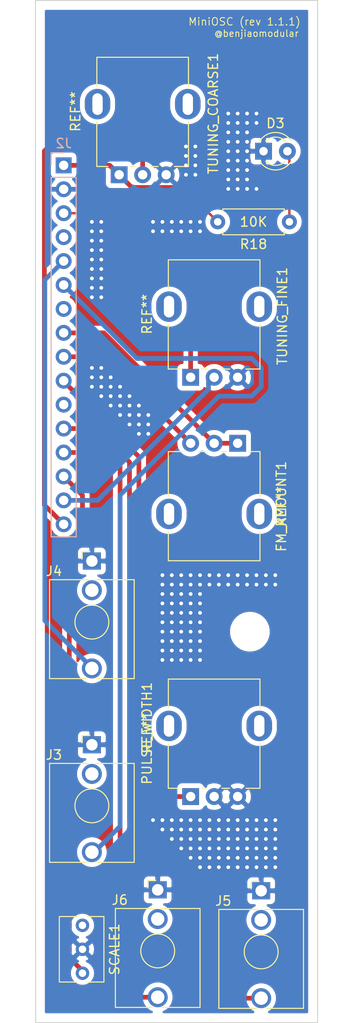
<source format=kicad_pcb>
(kicad_pcb (version 20171130) (host pcbnew 5.1.9+dfsg1-1~bpo10+1)

  (general
    (thickness 1.6)
    (drawings 19)
    (tracks 292)
    (zones 0)
    (modules 13)
    (nets 15)
  )

  (page A4)
  (layers
    (0 F.Cu signal)
    (31 B.Cu signal)
    (32 B.Adhes user)
    (33 F.Adhes user)
    (34 B.Paste user)
    (35 F.Paste user)
    (36 B.SilkS user)
    (37 F.SilkS user)
    (38 B.Mask user)
    (39 F.Mask user)
    (40 Dwgs.User user)
    (41 Cmts.User user)
    (42 Eco1.User user)
    (43 Eco2.User user)
    (44 Edge.Cuts user)
    (45 Margin user)
    (46 B.CrtYd user)
    (47 F.CrtYd user)
    (48 B.Fab user)
    (49 F.Fab user)
  )

  (setup
    (last_trace_width 0.5)
    (trace_clearance 0.2)
    (zone_clearance 0.508)
    (zone_45_only no)
    (trace_min 0.2)
    (via_size 0.8)
    (via_drill 0.4)
    (via_min_size 0.4)
    (via_min_drill 0.3)
    (uvia_size 0.3)
    (uvia_drill 0.1)
    (uvias_allowed no)
    (uvia_min_size 0.2)
    (uvia_min_drill 0.1)
    (edge_width 0.1)
    (segment_width 0.2)
    (pcb_text_width 0.3)
    (pcb_text_size 1.5 1.5)
    (mod_edge_width 0.15)
    (mod_text_size 1 1)
    (mod_text_width 0.15)
    (pad_size 1.524 1.524)
    (pad_drill 0.762)
    (pad_to_mask_clearance 0)
    (aux_axis_origin 0 0)
    (visible_elements FFFFFF7F)
    (pcbplotparams
      (layerselection 0x010fc_ffffffff)
      (usegerberextensions false)
      (usegerberattributes true)
      (usegerberadvancedattributes true)
      (creategerberjobfile true)
      (excludeedgelayer true)
      (linewidth 0.100000)
      (plotframeref false)
      (viasonmask false)
      (mode 1)
      (useauxorigin false)
      (hpglpennumber 1)
      (hpglpenspeed 20)
      (hpglpendiameter 15.000000)
      (psnegative false)
      (psa4output false)
      (plotreference true)
      (plotvalue true)
      (plotinvisibletext false)
      (padsonsilk false)
      (subtractmaskfromsilk false)
      (outputformat 1)
      (mirror false)
      (drillshape 0)
      (scaleselection 1)
      (outputdirectory "MiniOSC-rev1.2 - Control/"))
  )

  (net 0 "")
  (net 1 GND1)
  (net 2 "Net-(D3-Pad2)")
  (net 3 /FrontPanel/FP_FM_AMT_P2)
  (net 4 /FrontPanel/FP_FM_AMT_P3)
  (net 5 FP_12V_NEG)
  (net 6 /FrontPanel/FP_12V_POS)
  (net 7 /FrontPanel/FP_FM_IN)
  (net 8 /FrontPanel/FP_V_OCT_IN)
  (net 9 /FrontPanel/FP_SCALE)
  (net 10 /FrontPanel/FP_FINE)
  (net 11 /FrontPanel/FP_COARSE)
  (net 12 /FrontPanel/FP_PULSE_WIDTH)
  (net 13 /FrontPanel/FP_SAW_OUT)
  (net 14 /FrontPanel/FP_PULSE_OUT)

  (net_class Default "This is the default net class."
    (clearance 0.2)
    (trace_width 0.5)
    (via_dia 0.8)
    (via_drill 0.4)
    (uvia_dia 0.3)
    (uvia_drill 0.1)
    (add_net /FrontPanel/FP_12V_POS)
    (add_net /FrontPanel/FP_COARSE)
    (add_net /FrontPanel/FP_FINE)
    (add_net /FrontPanel/FP_FM_AMT_P2)
    (add_net /FrontPanel/FP_FM_AMT_P3)
    (add_net /FrontPanel/FP_FM_IN)
    (add_net /FrontPanel/FP_PULSE_OUT)
    (add_net /FrontPanel/FP_PULSE_WIDTH)
    (add_net /FrontPanel/FP_SAW_OUT)
    (add_net /FrontPanel/FP_SCALE)
    (add_net /FrontPanel/FP_V_OCT_IN)
    (add_net FP_12V_NEG)
    (add_net GND1)
    (add_net "Net-(D3-Pad2)")
  )

  (module benjiaomodular:Potentiometer_RV09 locked (layer F.Cu) (tedit 61B03861) (tstamp 6184649F)
    (at 93.5 102 270)
    (path /61B188F6/61ECFC21)
    (fp_text reference FM_AMOUNT1 (at 6.71 -4.64 270) (layer F.SilkS)
      (effects (font (size 1 1) (thickness 0.15)))
    )
    (fp_text value 1M (at 0 9.86 270) (layer F.Fab)
      (effects (font (size 1 1) (thickness 0.15)))
    )
    (fp_circle (center 7.5 2.5) (end 7.5 -1) (layer F.Fab) (width 0.1))
    (fp_line (start 1 -2.25) (end 12.35 -2.25) (layer F.Fab) (width 0.1))
    (fp_line (start 1 7.25) (end 1 -2.25) (layer F.Fab) (width 0.1))
    (fp_line (start 0.88 7.37) (end 5.6 7.37) (layer F.SilkS) (width 0.12))
    (fp_line (start 0.88 7.37) (end 0.88 5.88) (layer F.SilkS) (width 0.12))
    (fp_line (start 12.6 -3.91) (end -1.15 -3.91) (layer F.CrtYd) (width 0.05))
    (fp_line (start 0.88 4.16) (end 0.88 3.33) (layer F.SilkS) (width 0.12))
    (fp_line (start -1.15 8.91) (end 12.6 8.91) (layer F.CrtYd) (width 0.05))
    (fp_line (start 0.88 -1.19) (end 0.88 -2.37) (layer F.SilkS) (width 0.12))
    (fp_line (start 12.47 7.37) (end 12.47 -2.37) (layer F.SilkS) (width 0.12))
    (fp_line (start 9.41 7.37) (end 12.47 7.37) (layer F.SilkS) (width 0.12))
    (fp_line (start 0.88 -2.38) (end 5.6 -2.38) (layer F.SilkS) (width 0.12))
    (fp_line (start 9.41 -2.37) (end 12.47 -2.37) (layer F.SilkS) (width 0.12))
    (fp_line (start -1.15 -3.91) (end -1.15 8.91) (layer F.CrtYd) (width 0.05))
    (fp_line (start 12.35 7.25) (end 12.35 -2.25) (layer F.Fab) (width 0.1))
    (fp_line (start 12.6 8.91) (end 12.6 -3.91) (layer F.CrtYd) (width 0.05))
    (fp_line (start 1 7.25) (end 12.35 7.25) (layer F.Fab) (width 0.1))
    (fp_line (start 0.88 1.71) (end 0.88 1.18) (layer F.SilkS) (width 0.12))
    (fp_text user REF** (at 6.71 -4.64 270) (layer F.SilkS)
      (effects (font (size 1 1) (thickness 0.15)))
    )
    (fp_text user %R (at 7.62 2.54 90) (layer F.Fab)
      (effects (font (size 1 1) (thickness 0.15)))
    )
    (pad "" thru_hole oval (at 7.5 -2.3) (size 2.72 3.24) (drill oval 1.1 2.3) (layers *.Cu *.Mask))
    (pad "" thru_hole oval (at 7.5 7.3) (size 2.72 3.24) (drill oval 1.1 2.3) (layers *.Cu *.Mask))
    (pad 2 thru_hole circle (at 0 2.5) (size 1.8 1.8) (drill 1) (layers *.Cu *.Mask)
      (net 3 /FrontPanel/FP_FM_AMT_P2))
    (pad 3 thru_hole circle (at 0 5) (size 1.8 1.8) (drill 1) (layers *.Cu *.Mask)
      (net 4 /FrontPanel/FP_FM_AMT_P3))
    (pad 1 thru_hole rect (at 0 0) (size 1.8 1.8) (drill 1) (layers *.Cu *.Mask)
      (net 3 /FrontPanel/FP_FM_AMT_P2))
  )

  (module benjiaomodular:Potentiometer_RV09 locked (layer F.Cu) (tedit 61B03861) (tstamp 61846526)
    (at 88.5 139.5 90)
    (path /61B188F6/61F62CB0)
    (fp_text reference PULSE_WIDTH1 (at 6.71 -4.64 270) (layer F.SilkS)
      (effects (font (size 1 1) (thickness 0.15)))
    )
    (fp_text value 100K (at 0 9.86 270) (layer F.Fab)
      (effects (font (size 1 1) (thickness 0.15)))
    )
    (fp_circle (center 7.5 2.5) (end 7.5 -1) (layer F.Fab) (width 0.1))
    (fp_line (start 1 -2.25) (end 12.35 -2.25) (layer F.Fab) (width 0.1))
    (fp_line (start 1 7.25) (end 1 -2.25) (layer F.Fab) (width 0.1))
    (fp_line (start 0.88 7.37) (end 5.6 7.37) (layer F.SilkS) (width 0.12))
    (fp_line (start 0.88 7.37) (end 0.88 5.88) (layer F.SilkS) (width 0.12))
    (fp_line (start 12.6 -3.91) (end -1.15 -3.91) (layer F.CrtYd) (width 0.05))
    (fp_line (start 0.88 4.16) (end 0.88 3.33) (layer F.SilkS) (width 0.12))
    (fp_line (start -1.15 8.91) (end 12.6 8.91) (layer F.CrtYd) (width 0.05))
    (fp_line (start 0.88 -1.19) (end 0.88 -2.37) (layer F.SilkS) (width 0.12))
    (fp_line (start 12.47 7.37) (end 12.47 -2.37) (layer F.SilkS) (width 0.12))
    (fp_line (start 9.41 7.37) (end 12.47 7.37) (layer F.SilkS) (width 0.12))
    (fp_line (start 0.88 -2.38) (end 5.6 -2.38) (layer F.SilkS) (width 0.12))
    (fp_line (start 9.41 -2.37) (end 12.47 -2.37) (layer F.SilkS) (width 0.12))
    (fp_line (start -1.15 -3.91) (end -1.15 8.91) (layer F.CrtYd) (width 0.05))
    (fp_line (start 12.35 7.25) (end 12.35 -2.25) (layer F.Fab) (width 0.1))
    (fp_line (start 12.6 8.91) (end 12.6 -3.91) (layer F.CrtYd) (width 0.05))
    (fp_line (start 1 7.25) (end 12.35 7.25) (layer F.Fab) (width 0.1))
    (fp_line (start 0.88 1.71) (end 0.88 1.18) (layer F.SilkS) (width 0.12))
    (fp_text user REF** (at 6.71 -4.64 270) (layer F.SilkS)
      (effects (font (size 1 1) (thickness 0.15)))
    )
    (fp_text user %R (at 7.62 2.54 90) (layer F.Fab)
      (effects (font (size 1 1) (thickness 0.15)))
    )
    (pad "" thru_hole oval (at 7.5 -2.3 180) (size 2.72 3.24) (drill oval 1.1 2.3) (layers *.Cu *.Mask))
    (pad "" thru_hole oval (at 7.5 7.3 180) (size 2.72 3.24) (drill oval 1.1 2.3) (layers *.Cu *.Mask))
    (pad 2 thru_hole circle (at 0 2.5 180) (size 1.8 1.8) (drill 1) (layers *.Cu *.Mask)
      (net 1 GND1))
    (pad 3 thru_hole circle (at 0 5 180) (size 1.8 1.8) (drill 1) (layers *.Cu *.Mask)
      (net 1 GND1))
    (pad 1 thru_hole rect (at 0 0 180) (size 1.8 1.8) (drill 1) (layers *.Cu *.Mask)
      (net 12 /FrontPanel/FP_PULSE_WIDTH))
  )

  (module benjiaomodular:Potentiometer_RV09 locked (layer F.Cu) (tedit 61B03861) (tstamp 618458E7)
    (at 80.9 73.5 90)
    (path /61B188F6/61D3A2D8)
    (fp_text reference TUNING_COARSE1 (at 6.5 10 270) (layer F.SilkS)
      (effects (font (size 1 1) (thickness 0.15)))
    )
    (fp_text value 100K (at 0 9.86 270) (layer F.Fab)
      (effects (font (size 1 1) (thickness 0.15)))
    )
    (fp_circle (center 7.5 2.5) (end 7.5 -1) (layer F.Fab) (width 0.1))
    (fp_line (start 1 -2.25) (end 12.35 -2.25) (layer F.Fab) (width 0.1))
    (fp_line (start 1 7.25) (end 1 -2.25) (layer F.Fab) (width 0.1))
    (fp_line (start 0.88 7.37) (end 5.6 7.37) (layer F.SilkS) (width 0.12))
    (fp_line (start 0.88 7.37) (end 0.88 5.88) (layer F.SilkS) (width 0.12))
    (fp_line (start 12.6 -3.91) (end -1.15 -3.91) (layer F.CrtYd) (width 0.05))
    (fp_line (start 0.88 4.16) (end 0.88 3.33) (layer F.SilkS) (width 0.12))
    (fp_line (start -1.15 8.91) (end 12.6 8.91) (layer F.CrtYd) (width 0.05))
    (fp_line (start 0.88 -1.19) (end 0.88 -2.37) (layer F.SilkS) (width 0.12))
    (fp_line (start 12.47 7.37) (end 12.47 -2.37) (layer F.SilkS) (width 0.12))
    (fp_line (start 9.41 7.37) (end 12.47 7.37) (layer F.SilkS) (width 0.12))
    (fp_line (start 0.88 -2.38) (end 5.6 -2.38) (layer F.SilkS) (width 0.12))
    (fp_line (start 9.41 -2.37) (end 12.47 -2.37) (layer F.SilkS) (width 0.12))
    (fp_line (start -1.15 -3.91) (end -1.15 8.91) (layer F.CrtYd) (width 0.05))
    (fp_line (start 12.35 7.25) (end 12.35 -2.25) (layer F.Fab) (width 0.1))
    (fp_line (start 12.6 8.91) (end 12.6 -3.91) (layer F.CrtYd) (width 0.05))
    (fp_line (start 1 7.25) (end 12.35 7.25) (layer F.Fab) (width 0.1))
    (fp_line (start 0.88 1.71) (end 0.88 1.18) (layer F.SilkS) (width 0.12))
    (fp_text user REF** (at 6.71 -4.64 270) (layer F.SilkS)
      (effects (font (size 1 1) (thickness 0.15)))
    )
    (fp_text user %R (at 7.62 2.54 90) (layer F.Fab)
      (effects (font (size 1 1) (thickness 0.15)))
    )
    (pad "" thru_hole oval (at 7.5 -2.3 180) (size 2.72 3.24) (drill oval 1.1 2.3) (layers *.Cu *.Mask))
    (pad "" thru_hole oval (at 7.5 7.3 180) (size 2.72 3.24) (drill oval 1.1 2.3) (layers *.Cu *.Mask))
    (pad 2 thru_hole circle (at 0 2.5 180) (size 1.8 1.8) (drill 1) (layers *.Cu *.Mask)
      (net 11 /FrontPanel/FP_COARSE))
    (pad 3 thru_hole circle (at 0 5 180) (size 1.8 1.8) (drill 1) (layers *.Cu *.Mask)
      (net 1 GND1))
    (pad 1 thru_hole rect (at 0 0 180) (size 1.8 1.8) (drill 1) (layers *.Cu *.Mask)
      (net 5 FP_12V_NEG))
  )

  (module benjiaomodular:Potentiometer_RV09 locked (layer F.Cu) (tedit 61B03861) (tstamp 61845896)
    (at 88.5 95 90)
    (path /61B188F6/61D3A2D2)
    (fp_text reference TUNING_FINE1 (at 6.5 9.75 270) (layer F.SilkS)
      (effects (font (size 1 1) (thickness 0.15)))
    )
    (fp_text value 100K (at 0 9.86 270) (layer F.Fab)
      (effects (font (size 1 1) (thickness 0.15)))
    )
    (fp_circle (center 7.5 2.5) (end 7.5 -1) (layer F.Fab) (width 0.1))
    (fp_line (start 1 -2.25) (end 12.35 -2.25) (layer F.Fab) (width 0.1))
    (fp_line (start 1 7.25) (end 1 -2.25) (layer F.Fab) (width 0.1))
    (fp_line (start 0.88 7.37) (end 5.6 7.37) (layer F.SilkS) (width 0.12))
    (fp_line (start 0.88 7.37) (end 0.88 5.88) (layer F.SilkS) (width 0.12))
    (fp_line (start 12.6 -3.91) (end -1.15 -3.91) (layer F.CrtYd) (width 0.05))
    (fp_line (start 0.88 4.16) (end 0.88 3.33) (layer F.SilkS) (width 0.12))
    (fp_line (start -1.15 8.91) (end 12.6 8.91) (layer F.CrtYd) (width 0.05))
    (fp_line (start 0.88 -1.19) (end 0.88 -2.37) (layer F.SilkS) (width 0.12))
    (fp_line (start 12.47 7.37) (end 12.47 -2.37) (layer F.SilkS) (width 0.12))
    (fp_line (start 9.41 7.37) (end 12.47 7.37) (layer F.SilkS) (width 0.12))
    (fp_line (start 0.88 -2.38) (end 5.6 -2.38) (layer F.SilkS) (width 0.12))
    (fp_line (start 9.41 -2.37) (end 12.47 -2.37) (layer F.SilkS) (width 0.12))
    (fp_line (start -1.15 -3.91) (end -1.15 8.91) (layer F.CrtYd) (width 0.05))
    (fp_line (start 12.35 7.25) (end 12.35 -2.25) (layer F.Fab) (width 0.1))
    (fp_line (start 12.6 8.91) (end 12.6 -3.91) (layer F.CrtYd) (width 0.05))
    (fp_line (start 1 7.25) (end 12.35 7.25) (layer F.Fab) (width 0.1))
    (fp_line (start 0.88 1.71) (end 0.88 1.18) (layer F.SilkS) (width 0.12))
    (fp_text user REF** (at 6.71 -4.64 270) (layer F.SilkS)
      (effects (font (size 1 1) (thickness 0.15)))
    )
    (fp_text user %R (at 7.62 2.54 90) (layer F.Fab)
      (effects (font (size 1 1) (thickness 0.15)))
    )
    (pad "" thru_hole oval (at 7.5 -2.3 180) (size 2.72 3.24) (drill oval 1.1 2.3) (layers *.Cu *.Mask))
    (pad "" thru_hole oval (at 7.5 7.3 180) (size 2.72 3.24) (drill oval 1.1 2.3) (layers *.Cu *.Mask))
    (pad 2 thru_hole circle (at 0 2.5 180) (size 1.8 1.8) (drill 1) (layers *.Cu *.Mask)
      (net 10 /FrontPanel/FP_FINE))
    (pad 3 thru_hole circle (at 0 5 180) (size 1.8 1.8) (drill 1) (layers *.Cu *.Mask)
      (net 1 GND1))
    (pad 1 thru_hole rect (at 0 0 180) (size 1.8 1.8) (drill 1) (layers *.Cu *.Mask)
      (net 5 FP_12V_NEG))
  )

  (module MountingHole:MountingHole_3.2mm_M3 (layer F.Cu) (tedit 56D1B4CB) (tstamp 6187A98D)
    (at 94.8 122)
    (descr "Mounting Hole 3.2mm, no annular, M3")
    (tags "mounting hole 3.2mm no annular m3")
    (attr virtual)
    (fp_text reference REF** (at 0 -4.2) (layer F.SilkS) hide
      (effects (font (size 1 1) (thickness 0.15)))
    )
    (fp_text value MountingHole_3.2mm_M3 (at 0 4.2) (layer F.Fab)
      (effects (font (size 1 1) (thickness 0.15)))
    )
    (fp_circle (center 0 0) (end 3.2 0) (layer Cmts.User) (width 0.15))
    (fp_circle (center 0 0) (end 3.45 0) (layer F.CrtYd) (width 0.05))
    (fp_text user %R (at 0.3 0) (layer F.Fab)
      (effects (font (size 1 1) (thickness 0.15)))
    )
    (pad 1 np_thru_hole circle (at 0 0) (size 3.2 3.2) (drill 3.2) (layers *.Cu *.Mask))
  )

  (module Connector_PinSocket_2.54mm:PinSocket_1x16_P2.54mm_Vertical (layer B.Cu) (tedit 5A19A41E) (tstamp 61848DEC)
    (at 75 72.5 180)
    (descr "Through hole straight socket strip, 1x16, 2.54mm pitch, single row (from Kicad 4.0.7), script generated")
    (tags "Through hole socket strip THT 1x16 2.54mm single row")
    (path /61952193)
    (fp_text reference J2 (at 0 2.33) (layer B.SilkS)
      (effects (font (size 1 1) (thickness 0.15)) (justify mirror))
    )
    (fp_text value Conn_01x16_Male (at 0 -40.43) (layer B.Fab)
      (effects (font (size 1 1) (thickness 0.15)) (justify mirror))
    )
    (fp_line (start -1.27 1.27) (end 0.635 1.27) (layer B.Fab) (width 0.1))
    (fp_line (start 0.635 1.27) (end 1.27 0.635) (layer B.Fab) (width 0.1))
    (fp_line (start 1.27 0.635) (end 1.27 -39.37) (layer B.Fab) (width 0.1))
    (fp_line (start 1.27 -39.37) (end -1.27 -39.37) (layer B.Fab) (width 0.1))
    (fp_line (start -1.27 -39.37) (end -1.27 1.27) (layer B.Fab) (width 0.1))
    (fp_line (start -1.33 -1.27) (end 1.33 -1.27) (layer B.SilkS) (width 0.12))
    (fp_line (start -1.33 -1.27) (end -1.33 -39.43) (layer B.SilkS) (width 0.12))
    (fp_line (start -1.33 -39.43) (end 1.33 -39.43) (layer B.SilkS) (width 0.12))
    (fp_line (start 1.33 -1.27) (end 1.33 -39.43) (layer B.SilkS) (width 0.12))
    (fp_line (start 1.33 1.33) (end 1.33 0) (layer B.SilkS) (width 0.12))
    (fp_line (start 0 1.33) (end 1.33 1.33) (layer B.SilkS) (width 0.12))
    (fp_line (start -1.8 1.8) (end 1.75 1.8) (layer B.CrtYd) (width 0.05))
    (fp_line (start 1.75 1.8) (end 1.75 -39.9) (layer B.CrtYd) (width 0.05))
    (fp_line (start 1.75 -39.9) (end -1.8 -39.9) (layer B.CrtYd) (width 0.05))
    (fp_line (start -1.8 -39.9) (end -1.8 1.8) (layer B.CrtYd) (width 0.05))
    (fp_text user %R (at 0 -19.05 270) (layer B.Fab)
      (effects (font (size 1 1) (thickness 0.15)) (justify mirror))
    )
    (pad 16 thru_hole oval (at 0 -38.1 180) (size 1.7 1.7) (drill 1) (layers *.Cu *.Mask)
      (net 11 /FrontPanel/FP_COARSE))
    (pad 15 thru_hole oval (at 0 -35.56 180) (size 1.7 1.7) (drill 1) (layers *.Cu *.Mask)
      (net 10 /FrontPanel/FP_FINE))
    (pad 14 thru_hole oval (at 0 -33.02 180) (size 1.7 1.7) (drill 1) (layers *.Cu *.Mask)
      (net 9 /FrontPanel/FP_SCALE))
    (pad 13 thru_hole oval (at 0 -30.48 180) (size 1.7 1.7) (drill 1) (layers *.Cu *.Mask)
      (net 13 /FrontPanel/FP_SAW_OUT))
    (pad 12 thru_hole oval (at 0 -27.94 180) (size 1.7 1.7) (drill 1) (layers *.Cu *.Mask)
      (net 14 /FrontPanel/FP_PULSE_OUT))
    (pad 11 thru_hole oval (at 0 -25.4 180) (size 1.7 1.7) (drill 1) (layers *.Cu *.Mask))
    (pad 10 thru_hole oval (at 0 -22.86 180) (size 1.7 1.7) (drill 1) (layers *.Cu *.Mask)
      (net 12 /FrontPanel/FP_PULSE_WIDTH))
    (pad 9 thru_hole oval (at 0 -20.32 180) (size 1.7 1.7) (drill 1) (layers *.Cu *.Mask)
      (net 4 /FrontPanel/FP_FM_AMT_P3))
    (pad 8 thru_hole oval (at 0 -17.78 180) (size 1.7 1.7) (drill 1) (layers *.Cu *.Mask)
      (net 3 /FrontPanel/FP_FM_AMT_P2))
    (pad 7 thru_hole oval (at 0 -15.24 180) (size 1.7 1.7) (drill 1) (layers *.Cu *.Mask))
    (pad 6 thru_hole oval (at 0 -12.7 180) (size 1.7 1.7) (drill 1) (layers *.Cu *.Mask)
      (net 8 /FrontPanel/FP_V_OCT_IN))
    (pad 5 thru_hole oval (at 0 -10.16 180) (size 1.7 1.7) (drill 1) (layers *.Cu *.Mask)
      (net 7 /FrontPanel/FP_FM_IN))
    (pad 4 thru_hole oval (at 0 -7.62 180) (size 1.7 1.7) (drill 1) (layers *.Cu *.Mask))
    (pad 3 thru_hole oval (at 0 -5.08 180) (size 1.7 1.7) (drill 1) (layers *.Cu *.Mask)
      (net 6 /FrontPanel/FP_12V_POS))
    (pad 2 thru_hole oval (at 0 -2.54 180) (size 1.7 1.7) (drill 1) (layers *.Cu *.Mask)
      (net 1 GND1))
    (pad 1 thru_hole rect (at 0 0 180) (size 1.7 1.7) (drill 1) (layers *.Cu *.Mask)
      (net 5 FP_12V_NEG))
    (model ${KISYS3DMOD}/Connector_PinSocket_2.54mm.3dshapes/PinSocket_1x16_P2.54mm_Vertical.wrl
      (at (xyz 0 0 0))
      (scale (xyz 1 1 1))
      (rotate (xyz 0 0 0))
    )
  )

  (module Potentiometer_THT:Potentiometer_Bourns_3266Y_Vertical locked (layer F.Cu) (tedit 5A3D4994) (tstamp 61845A25)
    (at 77 158.25 270)
    (descr "Potentiometer, vertical, Bourns 3266Y, https://www.bourns.com/docs/Product-Datasheets/3266.pdf")
    (tags "Potentiometer vertical Bourns 3266Y")
    (path /61B188F6/6201ECE6)
    (fp_text reference SCALE1 (at -2.54 -3.41 90) (layer F.SilkS)
      (effects (font (size 1 1) (thickness 0.15)))
    )
    (fp_text value 1K (at -2.54 3.59 90) (layer F.Fab)
      (effects (font (size 1 1) (thickness 0.15)))
    )
    (fp_line (start 1.1 -2.45) (end -6.15 -2.45) (layer F.CrtYd) (width 0.05))
    (fp_line (start 1.1 2.6) (end 1.1 -2.45) (layer F.CrtYd) (width 0.05))
    (fp_line (start -6.15 2.6) (end 1.1 2.6) (layer F.CrtYd) (width 0.05))
    (fp_line (start -6.15 -2.45) (end -6.15 2.6) (layer F.CrtYd) (width 0.05))
    (fp_line (start 0.935 0.496) (end 0.935 2.46) (layer F.SilkS) (width 0.12))
    (fp_line (start 0.935 -2.28) (end 0.935 -0.494) (layer F.SilkS) (width 0.12))
    (fp_line (start -6.015 0.496) (end -6.015 2.46) (layer F.SilkS) (width 0.12))
    (fp_line (start -6.015 -2.28) (end -6.015 -0.494) (layer F.SilkS) (width 0.12))
    (fp_line (start -6.015 2.46) (end 0.935 2.46) (layer F.SilkS) (width 0.12))
    (fp_line (start -6.015 -2.28) (end 0.935 -2.28) (layer F.SilkS) (width 0.12))
    (fp_line (start -0.405 1.952) (end -0.404 0.189) (layer F.Fab) (width 0.1))
    (fp_line (start -0.405 1.952) (end -0.404 0.189) (layer F.Fab) (width 0.1))
    (fp_line (start 0.815 -2.16) (end -5.895 -2.16) (layer F.Fab) (width 0.1))
    (fp_line (start 0.815 2.34) (end 0.815 -2.16) (layer F.Fab) (width 0.1))
    (fp_line (start -5.895 2.34) (end 0.815 2.34) (layer F.Fab) (width 0.1))
    (fp_line (start -5.895 -2.16) (end -5.895 2.34) (layer F.Fab) (width 0.1))
    (fp_circle (center -0.405 1.07) (end 0.485 1.07) (layer F.Fab) (width 0.1))
    (fp_text user %R (at -3.15 0.09 90) (layer F.Fab)
      (effects (font (size 0.92 0.92) (thickness 0.15)))
    )
    (pad 3 thru_hole circle (at -5.08 0 270) (size 1.44 1.44) (drill 0.8) (layers *.Cu *.Mask))
    (pad 2 thru_hole circle (at -2.54 0 270) (size 1.44 1.44) (drill 0.8) (layers *.Cu *.Mask)
      (net 1 GND1))
    (pad 1 thru_hole circle (at 0 0 270) (size 1.44 1.44) (drill 0.8) (layers *.Cu *.Mask)
      (net 9 /FrontPanel/FP_SCALE))
    (model ${KISYS3DMOD}/Potentiometer_THT.3dshapes/Potentiometer_Bourns_3266Y_Vertical.wrl
      (at (xyz 0 0 0))
      (scale (xyz 1 1 1))
      (rotate (xyz 0 0 0))
    )
  )

  (module LED_THT:LED_D3.0mm locked (layer F.Cu) (tedit 587A3A7B) (tstamp 6184A29E)
    (at 96.25 71)
    (descr "LED, diameter 3.0mm, 2 pins")
    (tags "LED diameter 3.0mm 2 pins")
    (path /61B188F6/62223C34)
    (fp_text reference D3 (at 1.27 -2.96) (layer F.SilkS)
      (effects (font (size 1 1) (thickness 0.15)))
    )
    (fp_text value LED (at 1.27 2.96) (layer F.Fab)
      (effects (font (size 1 1) (thickness 0.15)))
    )
    (fp_circle (center 1.27 0) (end 2.77 0) (layer F.Fab) (width 0.1))
    (fp_line (start -0.23 -1.16619) (end -0.23 1.16619) (layer F.Fab) (width 0.1))
    (fp_line (start -0.29 -1.236) (end -0.29 -1.08) (layer F.SilkS) (width 0.12))
    (fp_line (start -0.29 1.08) (end -0.29 1.236) (layer F.SilkS) (width 0.12))
    (fp_line (start -1.15 -2.25) (end -1.15 2.25) (layer F.CrtYd) (width 0.05))
    (fp_line (start -1.15 2.25) (end 3.7 2.25) (layer F.CrtYd) (width 0.05))
    (fp_line (start 3.7 2.25) (end 3.7 -2.25) (layer F.CrtYd) (width 0.05))
    (fp_line (start 3.7 -2.25) (end -1.15 -2.25) (layer F.CrtYd) (width 0.05))
    (fp_arc (start 1.27 0) (end -0.23 -1.16619) (angle 284.3) (layer F.Fab) (width 0.1))
    (fp_arc (start 1.27 0) (end -0.29 -1.235516) (angle 108.8) (layer F.SilkS) (width 0.12))
    (fp_arc (start 1.27 0) (end -0.29 1.235516) (angle -108.8) (layer F.SilkS) (width 0.12))
    (fp_arc (start 1.27 0) (end 0.229039 -1.08) (angle 87.9) (layer F.SilkS) (width 0.12))
    (fp_arc (start 1.27 0) (end 0.229039 1.08) (angle -87.9) (layer F.SilkS) (width 0.12))
    (pad 1 thru_hole rect (at 0 0) (size 1.8 1.8) (drill 0.9) (layers *.Cu *.Mask)
      (net 1 GND1))
    (pad 2 thru_hole circle (at 2.54 0) (size 1.8 1.8) (drill 0.9) (layers *.Cu *.Mask)
      (net 2 "Net-(D3-Pad2)"))
    (model ${KISYS3DMOD}/LED_THT.3dshapes/LED_D3.0mm.wrl
      (at (xyz 0 0 0))
      (scale (xyz 1 1 1))
      (rotate (xyz 0 0 0))
    )
  )

  (module Connector_Audio:Jack_3.5mm_QingPu_WQP-PJ398SM_Vertical_CircularHoles locked (layer F.Cu) (tedit 5C2B6BB2) (tstamp 61846244)
    (at 78 134)
    (descr "TRS 3.5mm, vertical, Thonkiconn, PCB mount, (http://www.qingpu-electronics.com/en/products/WQP-PJ398SM-362.html)")
    (tags "WQP-PJ398SM WQP-PJ301M-12 TRS 3.5mm mono vertical jack thonkiconn qingpu")
    (path /61B188F6/61E1D45D)
    (fp_text reference J3 (at -4.03 1.08 180) (layer F.SilkS)
      (effects (font (size 1 1) (thickness 0.15)))
    )
    (fp_text value V_OCT_IN (at 0 5 180) (layer F.Fab)
      (effects (font (size 1 1) (thickness 0.15)))
    )
    (fp_line (start -5 12.98) (end -5 -1.42) (layer F.CrtYd) (width 0.05))
    (fp_line (start -4.5 12.48) (end -4.5 2.08) (layer F.Fab) (width 0.1))
    (fp_line (start -4.5 1.98) (end -4.5 12.48) (layer F.SilkS) (width 0.12))
    (fp_line (start 4.5 1.98) (end 4.5 12.48) (layer F.SilkS) (width 0.12))
    (fp_circle (center 0 6.48) (end 1.5 6.48) (layer Dwgs.User) (width 0.12))
    (fp_line (start 0.09 7.96) (end 1.48 6.57) (layer Dwgs.User) (width 0.12))
    (fp_line (start -0.58 7.83) (end 1.36 5.89) (layer Dwgs.User) (width 0.12))
    (fp_line (start -1.07 7.49) (end 1.01 5.41) (layer Dwgs.User) (width 0.12))
    (fp_line (start -1.42 6.875) (end 0.4 5.06) (layer Dwgs.User) (width 0.12))
    (fp_line (start -1.41 6.02) (end -0.46 5.07) (layer Dwgs.User) (width 0.12))
    (fp_line (start 4.5 12.48) (end 0.5 12.48) (layer F.SilkS) (width 0.12))
    (fp_line (start -0.5 12.48) (end -4.5 12.48) (layer F.SilkS) (width 0.12))
    (fp_line (start 4.5 1.98) (end 0.35 1.98) (layer F.SilkS) (width 0.12))
    (fp_line (start -0.35 1.98) (end -4.5 1.98) (layer F.SilkS) (width 0.12))
    (fp_circle (center 0 6.48) (end 1.8 6.48) (layer F.SilkS) (width 0.12))
    (fp_line (start -1.06 -1) (end -1.06 -0.2) (layer F.SilkS) (width 0.12))
    (fp_line (start -1.06 -1) (end -0.2 -1) (layer F.SilkS) (width 0.12))
    (fp_line (start 4.5 12.48) (end 4.5 2.08) (layer F.Fab) (width 0.1))
    (fp_line (start 4.5 12.48) (end -4.5 12.48) (layer F.Fab) (width 0.1))
    (fp_line (start 5 12.98) (end 5 -1.42) (layer F.CrtYd) (width 0.05))
    (fp_line (start 5 12.98) (end -5 12.98) (layer F.CrtYd) (width 0.05))
    (fp_line (start 5 -1.42) (end -5 -1.42) (layer F.CrtYd) (width 0.05))
    (fp_line (start 4.5 2.03) (end -4.5 2.03) (layer F.Fab) (width 0.1))
    (fp_circle (center 0 6.48) (end 1.8 6.48) (layer F.Fab) (width 0.1))
    (fp_line (start 0 0) (end 0 2.03) (layer F.Fab) (width 0.1))
    (fp_text user KEEPOUT (at 0 6.48) (layer Cmts.User)
      (effects (font (size 0.4 0.4) (thickness 0.051)))
    )
    (fp_text user %R (at 0 8 180) (layer F.Fab)
      (effects (font (size 1 1) (thickness 0.15)))
    )
    (pad TN thru_hole circle (at 0 3.1 180) (size 2.13 2.13) (drill 1.42) (layers *.Cu *.Mask))
    (pad S thru_hole rect (at 0 0 180) (size 1.93 1.83) (drill 1.22) (layers *.Cu *.Mask)
      (net 1 GND1))
    (pad T thru_hole circle (at 0 11.4 180) (size 2.13 2.13) (drill 1.43) (layers *.Cu *.Mask)
      (net 8 /FrontPanel/FP_V_OCT_IN))
    (model ${KISYS3DMOD}/Connector_Audio.3dshapes/Jack_3.5mm_QingPu_WQP-PJ398SM_Vertical.wrl
      (at (xyz 0 0 0))
      (scale (xyz 1 1 1))
      (rotate (xyz 0 0 0))
    )
  )

  (module Connector_Audio:Jack_3.5mm_QingPu_WQP-PJ398SM_Vertical_CircularHoles locked (layer F.Cu) (tedit 5C2B6BB2) (tstamp 618461E1)
    (at 78 114.5)
    (descr "TRS 3.5mm, vertical, Thonkiconn, PCB mount, (http://www.qingpu-electronics.com/en/products/WQP-PJ398SM-362.html)")
    (tags "WQP-PJ398SM WQP-PJ301M-12 TRS 3.5mm mono vertical jack thonkiconn qingpu")
    (path /61B188F6/61E1D463)
    (fp_text reference J4 (at -4.03 1.08 180) (layer F.SilkS)
      (effects (font (size 1 1) (thickness 0.15)))
    )
    (fp_text value FM_IN (at 0 5 180) (layer F.Fab)
      (effects (font (size 1 1) (thickness 0.15)))
    )
    (fp_line (start 0 0) (end 0 2.03) (layer F.Fab) (width 0.1))
    (fp_circle (center 0 6.48) (end 1.8 6.48) (layer F.Fab) (width 0.1))
    (fp_line (start 4.5 2.03) (end -4.5 2.03) (layer F.Fab) (width 0.1))
    (fp_line (start 5 -1.42) (end -5 -1.42) (layer F.CrtYd) (width 0.05))
    (fp_line (start 5 12.98) (end -5 12.98) (layer F.CrtYd) (width 0.05))
    (fp_line (start 5 12.98) (end 5 -1.42) (layer F.CrtYd) (width 0.05))
    (fp_line (start 4.5 12.48) (end -4.5 12.48) (layer F.Fab) (width 0.1))
    (fp_line (start 4.5 12.48) (end 4.5 2.08) (layer F.Fab) (width 0.1))
    (fp_line (start -1.06 -1) (end -0.2 -1) (layer F.SilkS) (width 0.12))
    (fp_line (start -1.06 -1) (end -1.06 -0.2) (layer F.SilkS) (width 0.12))
    (fp_circle (center 0 6.48) (end 1.8 6.48) (layer F.SilkS) (width 0.12))
    (fp_line (start -0.35 1.98) (end -4.5 1.98) (layer F.SilkS) (width 0.12))
    (fp_line (start 4.5 1.98) (end 0.35 1.98) (layer F.SilkS) (width 0.12))
    (fp_line (start -0.5 12.48) (end -4.5 12.48) (layer F.SilkS) (width 0.12))
    (fp_line (start 4.5 12.48) (end 0.5 12.48) (layer F.SilkS) (width 0.12))
    (fp_line (start -1.41 6.02) (end -0.46 5.07) (layer Dwgs.User) (width 0.12))
    (fp_line (start -1.42 6.875) (end 0.4 5.06) (layer Dwgs.User) (width 0.12))
    (fp_line (start -1.07 7.49) (end 1.01 5.41) (layer Dwgs.User) (width 0.12))
    (fp_line (start -0.58 7.83) (end 1.36 5.89) (layer Dwgs.User) (width 0.12))
    (fp_line (start 0.09 7.96) (end 1.48 6.57) (layer Dwgs.User) (width 0.12))
    (fp_circle (center 0 6.48) (end 1.5 6.48) (layer Dwgs.User) (width 0.12))
    (fp_line (start 4.5 1.98) (end 4.5 12.48) (layer F.SilkS) (width 0.12))
    (fp_line (start -4.5 1.98) (end -4.5 12.48) (layer F.SilkS) (width 0.12))
    (fp_line (start -4.5 12.48) (end -4.5 2.08) (layer F.Fab) (width 0.1))
    (fp_line (start -5 12.98) (end -5 -1.42) (layer F.CrtYd) (width 0.05))
    (fp_text user %R (at 0 8 180) (layer F.Fab)
      (effects (font (size 1 1) (thickness 0.15)))
    )
    (fp_text user KEEPOUT (at 0 6.48) (layer Cmts.User)
      (effects (font (size 0.4 0.4) (thickness 0.051)))
    )
    (pad T thru_hole circle (at 0 11.4 180) (size 2.13 2.13) (drill 1.43) (layers *.Cu *.Mask)
      (net 7 /FrontPanel/FP_FM_IN))
    (pad S thru_hole rect (at 0 0 180) (size 1.93 1.83) (drill 1.22) (layers *.Cu *.Mask)
      (net 1 GND1))
    (pad TN thru_hole circle (at 0 3.1 180) (size 2.13 2.13) (drill 1.42) (layers *.Cu *.Mask))
    (model ${KISYS3DMOD}/Connector_Audio.3dshapes/Jack_3.5mm_QingPu_WQP-PJ398SM_Vertical.wrl
      (at (xyz 0 0 0))
      (scale (xyz 1 1 1))
      (rotate (xyz 0 0 0))
    )
  )

  (module Connector_Audio:Jack_3.5mm_QingPu_WQP-PJ398SM_Vertical_CircularHoles locked (layer F.Cu) (tedit 5C2B6BB2) (tstamp 6184617E)
    (at 96 149.5)
    (descr "TRS 3.5mm, vertical, Thonkiconn, PCB mount, (http://www.qingpu-electronics.com/en/products/WQP-PJ398SM-362.html)")
    (tags "WQP-PJ398SM WQP-PJ301M-12 TRS 3.5mm mono vertical jack thonkiconn qingpu")
    (path /61B188F6/6206860F)
    (fp_text reference J5 (at -4.03 1.08 180) (layer F.SilkS)
      (effects (font (size 1 1) (thickness 0.15)))
    )
    (fp_text value PULSE_OUT (at 0 5 180) (layer F.Fab)
      (effects (font (size 1 1) (thickness 0.15)))
    )
    (fp_line (start -5 12.98) (end -5 -1.42) (layer F.CrtYd) (width 0.05))
    (fp_line (start -4.5 12.48) (end -4.5 2.08) (layer F.Fab) (width 0.1))
    (fp_line (start -4.5 1.98) (end -4.5 12.48) (layer F.SilkS) (width 0.12))
    (fp_line (start 4.5 1.98) (end 4.5 12.48) (layer F.SilkS) (width 0.12))
    (fp_circle (center 0 6.48) (end 1.5 6.48) (layer Dwgs.User) (width 0.12))
    (fp_line (start 0.09 7.96) (end 1.48 6.57) (layer Dwgs.User) (width 0.12))
    (fp_line (start -0.58 7.83) (end 1.36 5.89) (layer Dwgs.User) (width 0.12))
    (fp_line (start -1.07 7.49) (end 1.01 5.41) (layer Dwgs.User) (width 0.12))
    (fp_line (start -1.42 6.875) (end 0.4 5.06) (layer Dwgs.User) (width 0.12))
    (fp_line (start -1.41 6.02) (end -0.46 5.07) (layer Dwgs.User) (width 0.12))
    (fp_line (start 4.5 12.48) (end 0.5 12.48) (layer F.SilkS) (width 0.12))
    (fp_line (start -0.5 12.48) (end -4.5 12.48) (layer F.SilkS) (width 0.12))
    (fp_line (start 4.5 1.98) (end 0.35 1.98) (layer F.SilkS) (width 0.12))
    (fp_line (start -0.35 1.98) (end -4.5 1.98) (layer F.SilkS) (width 0.12))
    (fp_circle (center 0 6.48) (end 1.8 6.48) (layer F.SilkS) (width 0.12))
    (fp_line (start -1.06 -1) (end -1.06 -0.2) (layer F.SilkS) (width 0.12))
    (fp_line (start -1.06 -1) (end -0.2 -1) (layer F.SilkS) (width 0.12))
    (fp_line (start 4.5 12.48) (end 4.5 2.08) (layer F.Fab) (width 0.1))
    (fp_line (start 4.5 12.48) (end -4.5 12.48) (layer F.Fab) (width 0.1))
    (fp_line (start 5 12.98) (end 5 -1.42) (layer F.CrtYd) (width 0.05))
    (fp_line (start 5 12.98) (end -5 12.98) (layer F.CrtYd) (width 0.05))
    (fp_line (start 5 -1.42) (end -5 -1.42) (layer F.CrtYd) (width 0.05))
    (fp_line (start 4.5 2.03) (end -4.5 2.03) (layer F.Fab) (width 0.1))
    (fp_circle (center 0 6.48) (end 1.8 6.48) (layer F.Fab) (width 0.1))
    (fp_line (start 0 0) (end 0 2.03) (layer F.Fab) (width 0.1))
    (fp_text user KEEPOUT (at 0 6.48) (layer Cmts.User)
      (effects (font (size 0.4 0.4) (thickness 0.051)))
    )
    (fp_text user %R (at 0 8 180) (layer F.Fab)
      (effects (font (size 1 1) (thickness 0.15)))
    )
    (pad TN thru_hole circle (at 0 3.1 180) (size 2.13 2.13) (drill 1.42) (layers *.Cu *.Mask))
    (pad S thru_hole rect (at 0 0 180) (size 1.93 1.83) (drill 1.22) (layers *.Cu *.Mask)
      (net 1 GND1))
    (pad T thru_hole circle (at 0 11.4 180) (size 2.13 2.13) (drill 1.43) (layers *.Cu *.Mask)
      (net 14 /FrontPanel/FP_PULSE_OUT))
    (model ${KISYS3DMOD}/Connector_Audio.3dshapes/Jack_3.5mm_QingPu_WQP-PJ398SM_Vertical.wrl
      (at (xyz 0 0 0))
      (scale (xyz 1 1 1))
      (rotate (xyz 0 0 0))
    )
  )

  (module Connector_Audio:Jack_3.5mm_QingPu_WQP-PJ398SM_Vertical_CircularHoles locked (layer F.Cu) (tedit 5C2B6BB2) (tstamp 6184611B)
    (at 85 149.4)
    (descr "TRS 3.5mm, vertical, Thonkiconn, PCB mount, (http://www.qingpu-electronics.com/en/products/WQP-PJ398SM-362.html)")
    (tags "WQP-PJ398SM WQP-PJ301M-12 TRS 3.5mm mono vertical jack thonkiconn qingpu")
    (path /61B188F6/6209C31C)
    (fp_text reference J6 (at -4.03 1.08 180) (layer F.SilkS)
      (effects (font (size 1 1) (thickness 0.15)))
    )
    (fp_text value SAW_OUT (at 0 5 180) (layer F.Fab)
      (effects (font (size 1 1) (thickness 0.15)))
    )
    (fp_line (start 0 0) (end 0 2.03) (layer F.Fab) (width 0.1))
    (fp_circle (center 0 6.48) (end 1.8 6.48) (layer F.Fab) (width 0.1))
    (fp_line (start 4.5 2.03) (end -4.5 2.03) (layer F.Fab) (width 0.1))
    (fp_line (start 5 -1.42) (end -5 -1.42) (layer F.CrtYd) (width 0.05))
    (fp_line (start 5 12.98) (end -5 12.98) (layer F.CrtYd) (width 0.05))
    (fp_line (start 5 12.98) (end 5 -1.42) (layer F.CrtYd) (width 0.05))
    (fp_line (start 4.5 12.48) (end -4.5 12.48) (layer F.Fab) (width 0.1))
    (fp_line (start 4.5 12.48) (end 4.5 2.08) (layer F.Fab) (width 0.1))
    (fp_line (start -1.06 -1) (end -0.2 -1) (layer F.SilkS) (width 0.12))
    (fp_line (start -1.06 -1) (end -1.06 -0.2) (layer F.SilkS) (width 0.12))
    (fp_circle (center 0 6.48) (end 1.8 6.48) (layer F.SilkS) (width 0.12))
    (fp_line (start -0.35 1.98) (end -4.5 1.98) (layer F.SilkS) (width 0.12))
    (fp_line (start 4.5 1.98) (end 0.35 1.98) (layer F.SilkS) (width 0.12))
    (fp_line (start -0.5 12.48) (end -4.5 12.48) (layer F.SilkS) (width 0.12))
    (fp_line (start 4.5 12.48) (end 0.5 12.48) (layer F.SilkS) (width 0.12))
    (fp_line (start -1.41 6.02) (end -0.46 5.07) (layer Dwgs.User) (width 0.12))
    (fp_line (start -1.42 6.875) (end 0.4 5.06) (layer Dwgs.User) (width 0.12))
    (fp_line (start -1.07 7.49) (end 1.01 5.41) (layer Dwgs.User) (width 0.12))
    (fp_line (start -0.58 7.83) (end 1.36 5.89) (layer Dwgs.User) (width 0.12))
    (fp_line (start 0.09 7.96) (end 1.48 6.57) (layer Dwgs.User) (width 0.12))
    (fp_circle (center 0 6.48) (end 1.5 6.48) (layer Dwgs.User) (width 0.12))
    (fp_line (start 4.5 1.98) (end 4.5 12.48) (layer F.SilkS) (width 0.12))
    (fp_line (start -4.5 1.98) (end -4.5 12.48) (layer F.SilkS) (width 0.12))
    (fp_line (start -4.5 12.48) (end -4.5 2.08) (layer F.Fab) (width 0.1))
    (fp_line (start -5 12.98) (end -5 -1.42) (layer F.CrtYd) (width 0.05))
    (fp_text user %R (at 0 8 180) (layer F.Fab)
      (effects (font (size 1 1) (thickness 0.15)))
    )
    (fp_text user KEEPOUT (at 0 6.48) (layer Cmts.User)
      (effects (font (size 0.4 0.4) (thickness 0.051)))
    )
    (pad T thru_hole circle (at 0 11.4 180) (size 2.13 2.13) (drill 1.43) (layers *.Cu *.Mask)
      (net 13 /FrontPanel/FP_SAW_OUT))
    (pad S thru_hole rect (at 0 0 180) (size 1.93 1.83) (drill 1.22) (layers *.Cu *.Mask)
      (net 1 GND1))
    (pad TN thru_hole circle (at 0 3.1 180) (size 2.13 2.13) (drill 1.42) (layers *.Cu *.Mask))
    (model ${KISYS3DMOD}/Connector_Audio.3dshapes/Jack_3.5mm_QingPu_WQP-PJ398SM_Vertical.wrl
      (at (xyz 0 0 0))
      (scale (xyz 1 1 1))
      (rotate (xyz 0 0 0))
    )
  )

  (module Resistor_THT:R_Axial_DIN0207_L6.3mm_D2.5mm_P7.62mm_Horizontal (layer F.Cu) (tedit 5AE5139B) (tstamp 6184A305)
    (at 99 78.5 180)
    (descr "Resistor, Axial_DIN0207 series, Axial, Horizontal, pin pitch=7.62mm, 0.25W = 1/4W, length*diameter=6.3*2.5mm^2, http://cdn-reichelt.de/documents/datenblatt/B400/1_4W%23YAG.pdf")
    (tags "Resistor Axial_DIN0207 series Axial Horizontal pin pitch 7.62mm 0.25W = 1/4W length 6.3mm diameter 2.5mm")
    (path /61B188F6/62228341)
    (fp_text reference R18 (at 3.81 -2.37) (layer F.SilkS)
      (effects (font (size 1 1) (thickness 0.15)))
    )
    (fp_text value 10K (at 3.81 0) (layer F.SilkS)
      (effects (font (size 1 1) (thickness 0.15)))
    )
    (fp_line (start 8.67 -1.5) (end -1.05 -1.5) (layer F.CrtYd) (width 0.05))
    (fp_line (start 8.67 1.5) (end 8.67 -1.5) (layer F.CrtYd) (width 0.05))
    (fp_line (start -1.05 1.5) (end 8.67 1.5) (layer F.CrtYd) (width 0.05))
    (fp_line (start -1.05 -1.5) (end -1.05 1.5) (layer F.CrtYd) (width 0.05))
    (fp_line (start 7.08 1.37) (end 7.08 1.04) (layer F.SilkS) (width 0.12))
    (fp_line (start 0.54 1.37) (end 7.08 1.37) (layer F.SilkS) (width 0.12))
    (fp_line (start 0.54 1.04) (end 0.54 1.37) (layer F.SilkS) (width 0.12))
    (fp_line (start 7.08 -1.37) (end 7.08 -1.04) (layer F.SilkS) (width 0.12))
    (fp_line (start 0.54 -1.37) (end 7.08 -1.37) (layer F.SilkS) (width 0.12))
    (fp_line (start 0.54 -1.04) (end 0.54 -1.37) (layer F.SilkS) (width 0.12))
    (fp_line (start 7.62 0) (end 6.96 0) (layer F.Fab) (width 0.1))
    (fp_line (start 0 0) (end 0.66 0) (layer F.Fab) (width 0.1))
    (fp_line (start 6.96 -1.25) (end 0.66 -1.25) (layer F.Fab) (width 0.1))
    (fp_line (start 6.96 1.25) (end 6.96 -1.25) (layer F.Fab) (width 0.1))
    (fp_line (start 0.66 1.25) (end 6.96 1.25) (layer F.Fab) (width 0.1))
    (fp_line (start 0.66 -1.25) (end 0.66 1.25) (layer F.Fab) (width 0.1))
    (fp_text user %R (at 3.81 0) (layer F.Fab)
      (effects (font (size 1 1) (thickness 0.15)))
    )
    (pad 2 thru_hole oval (at 7.62 0 180) (size 1.6 1.6) (drill 0.8) (layers *.Cu *.Mask)
      (net 6 /FrontPanel/FP_12V_POS))
    (pad 1 thru_hole circle (at 0 0 180) (size 1.6 1.6) (drill 0.8) (layers *.Cu *.Mask)
      (net 2 "Net-(D3-Pad2)"))
    (model ${KISYS3DMOD}/Resistor_THT.3dshapes/R_Axial_DIN0207_L6.3mm_D2.5mm_P7.62mm_Horizontal.wrl
      (at (xyz 0 0 0))
      (scale (xyz 1 1 1))
      (rotate (xyz 0 0 0))
    )
  )

  (gr_line (start 72 66) (end 72 55) (layer Edge.Cuts) (width 0.1) (tstamp 6184D09D))
  (gr_line (start 102 55) (end 102 66) (layer Edge.Cuts) (width 0.1))
  (dimension 11 (width 0.15) (layer Dwgs.User)
    (gr_text "11.000 mm" (at 96.5 136.8) (layer Dwgs.User)
      (effects (font (size 1 1) (thickness 0.15)))
    )
    (feature1 (pts (xy 102 132) (xy 102 136.086421)))
    (feature2 (pts (xy 91 132) (xy 91 136.086421)))
    (crossbar (pts (xy 91 135.5) (xy 102 135.5)))
    (arrow1a (pts (xy 102 135.5) (xy 100.873496 136.086421)))
    (arrow1b (pts (xy 102 135.5) (xy 100.873496 134.913579)))
    (arrow2a (pts (xy 91 135.5) (xy 92.126504 136.086421)))
    (arrow2b (pts (xy 91 135.5) (xy 92.126504 134.913579)))
  )
  (dimension 6 (width 0.15) (layer Dwgs.User)
    (gr_text "6.000 mm" (at 99 159.8) (layer Dwgs.User)
      (effects (font (size 1 1) (thickness 0.15)))
    )
    (feature1 (pts (xy 96 156) (xy 96 159.086421)))
    (feature2 (pts (xy 102 156) (xy 102 159.086421)))
    (crossbar (pts (xy 102 158.5) (xy 96 158.5)))
    (arrow1a (pts (xy 96 158.5) (xy 97.126504 157.913579)))
    (arrow1b (pts (xy 96 158.5) (xy 97.126504 159.086421)))
    (arrow2a (pts (xy 102 158.5) (xy 100.873496 157.913579)))
    (arrow2b (pts (xy 102 158.5) (xy 100.873496 159.086421)))
  )
  (dimension 4 (width 0.15) (layer Dwgs.User)
    (gr_text "4.000 mm" (at 74 161.3) (layer Dwgs.User)
      (effects (font (size 1 1) (thickness 0.15)))
    )
    (feature1 (pts (xy 76 158) (xy 76 160.586421)))
    (feature2 (pts (xy 72 158) (xy 72 160.586421)))
    (crossbar (pts (xy 72 160) (xy 76 160)))
    (arrow1a (pts (xy 76 160) (xy 74.873496 160.586421)))
    (arrow1b (pts (xy 76 160) (xy 74.873496 159.413579)))
    (arrow2a (pts (xy 72 160) (xy 73.126504 160.586421)))
    (arrow2b (pts (xy 72 160) (xy 73.126504 159.413579)))
  )
  (dimension 6 (width 0.15) (layer Dwgs.User)
    (gr_text "6.000 mm" (at 75 138.200006) (layer Dwgs.User)
      (effects (font (size 1 1) (thickness 0.15)))
    )
    (feature1 (pts (xy 72 140.5) (xy 72 138.913585)))
    (feature2 (pts (xy 78 140.5) (xy 78 138.913585)))
    (crossbar (pts (xy 78 139.500006) (xy 72 139.500006)))
    (arrow1a (pts (xy 72 139.500006) (xy 73.126504 138.913585)))
    (arrow1b (pts (xy 72 139.500006) (xy 73.126504 140.086427)))
    (arrow2a (pts (xy 78 139.500006) (xy 76.873496 138.913585)))
    (arrow2b (pts (xy 78 139.500006) (xy 76.873496 140.086427)))
  )
  (dimension 6 (width 0.15) (layer Dwgs.User)
    (gr_text "6.000 mm" (at 75 118.2) (layer Dwgs.User)
      (effects (font (size 1 1) (thickness 0.15)))
    )
    (feature1 (pts (xy 72 121) (xy 72 118.913579)))
    (feature2 (pts (xy 78 121) (xy 78 118.913579)))
    (crossbar (pts (xy 78 119.5) (xy 72 119.5)))
    (arrow1a (pts (xy 72 119.5) (xy 73.126504 118.913579)))
    (arrow1b (pts (xy 72 119.5) (xy 73.126504 120.086421)))
    (arrow2a (pts (xy 78 119.5) (xy 76.873496 118.913579)))
    (arrow2b (pts (xy 78 119.5) (xy 76.873496 120.086421)))
  )
  (dimension 11 (width 0.15) (layer Dwgs.User)
    (gr_text "11.000 mm" (at 96.5 106.7) (layer Dwgs.User)
      (effects (font (size 1 1) (thickness 0.15)))
    )
    (feature1 (pts (xy 102 109.5) (xy 102 107.413579)))
    (feature2 (pts (xy 91 109.5) (xy 91 107.413579)))
    (crossbar (pts (xy 91 108) (xy 102 108)))
    (arrow1a (pts (xy 102 108) (xy 100.873496 108.586421)))
    (arrow1b (pts (xy 102 108) (xy 100.873496 107.413579)))
    (arrow2a (pts (xy 91 108) (xy 92.126504 108.586421)))
    (arrow2b (pts (xy 91 108) (xy 92.126504 107.413579)))
  )
  (dimension 11 (width 0.15) (layer Dwgs.User)
    (gr_text "11.000 mm" (at 96.5 84.7) (layer Dwgs.User)
      (effects (font (size 1 1) (thickness 0.15)))
    )
    (feature1 (pts (xy 102 87.5) (xy 102 85.413579)))
    (feature2 (pts (xy 91 87.5) (xy 91 85.413579)))
    (crossbar (pts (xy 91 86) (xy 102 86)))
    (arrow1a (pts (xy 102 86) (xy 100.873496 86.586421)))
    (arrow1b (pts (xy 102 86) (xy 100.873496 85.413579)))
    (arrow2a (pts (xy 91 86) (xy 92.126504 86.586421)))
    (arrow2b (pts (xy 91 86) (xy 92.126504 85.413579)))
  )
  (dimension 3 (width 0.15) (layer Dwgs.User)
    (gr_text "3.000 mm" (at 73.5 69.7) (layer Dwgs.User)
      (effects (font (size 1 1) (thickness 0.15)))
    )
    (feature1 (pts (xy 72 72.5) (xy 72 70.413579)))
    (feature2 (pts (xy 75 72.5) (xy 75 70.413579)))
    (crossbar (pts (xy 75 71) (xy 72 71)))
    (arrow1a (pts (xy 72 71) (xy 73.126504 70.413579)))
    (arrow1b (pts (xy 72 71) (xy 73.126504 71.586421)))
    (arrow2a (pts (xy 75 71) (xy 73.873496 70.413579)))
    (arrow2b (pts (xy 75 71) (xy 73.873496 71.586421)))
  )
  (dimension 11.5 (width 0.15) (layer Dwgs.User)
    (gr_text "11.500 mm" (at 77.75 62.7) (layer Dwgs.User)
      (effects (font (size 1 1) (thickness 0.15)))
    )
    (feature1 (pts (xy 72 66) (xy 72 63.413579)))
    (feature2 (pts (xy 83.5 66) (xy 83.5 63.413579)))
    (crossbar (pts (xy 83.5 64) (xy 72 64)))
    (arrow1a (pts (xy 72 64) (xy 73.126504 63.413579)))
    (arrow1b (pts (xy 72 64) (xy 73.126504 64.586421)))
    (arrow2a (pts (xy 83.5 64) (xy 82.373496 63.413579)))
    (arrow2b (pts (xy 83.5 64) (xy 82.373496 64.586421)))
  )
  (gr_text @benjiaomodular (at 95.5 58.5) (layer F.SilkS) (tstamp 61845F26)
    (effects (font (size 0.7 0.7) (thickness 0.1)))
  )
  (gr_text "MiniOSC (rev 1.1.1)" (at 100.25 57.25) (layer F.SilkS) (tstamp 61845998)
    (effects (font (size 0.8 0.8) (thickness 0.1)) (justify right))
  )
  (gr_line (start 102 144.979905) (end 102 66) (layer Edge.Cuts) (width 0.1) (tstamp 6186010D))
  (gr_line (start 72 144.95) (end 72 66) (layer Edge.Cuts) (width 0.1) (tstamp 6185EC87))
  (gr_line (start 72.025 163.5) (end 72 144.95) (layer Edge.Cuts) (width 0.1) (tstamp 61856EEF))
  (gr_line (start 102 163.5) (end 72.025 163.5) (layer Edge.Cuts) (width 0.1))
  (gr_line (start 102 144.979905) (end 102 163.5) (layer Edge.Cuts) (width 0.1))
  (gr_line (start 72 55) (end 102 55) (layer Edge.Cuts) (width 0.1))

  (via (at 78 78.5) (size 0.8) (drill 0.4) (layers F.Cu B.Cu) (net 1))
  (via (at 78 79.5) (size 0.8) (drill 0.4) (layers F.Cu B.Cu) (net 1))
  (via (at 78 80.5) (size 0.8) (drill 0.4) (layers F.Cu B.Cu) (net 1))
  (via (at 78 81.5) (size 0.8) (drill 0.4) (layers F.Cu B.Cu) (net 1))
  (via (at 78 82.5) (size 0.8) (drill 0.4) (layers F.Cu B.Cu) (net 1))
  (via (at 78 83.5) (size 0.8) (drill 0.4) (layers F.Cu B.Cu) (net 1))
  (via (at 78 84.5) (size 0.8) (drill 0.4) (layers F.Cu B.Cu) (net 1))
  (via (at 78 85.5) (size 0.8) (drill 0.4) (layers F.Cu B.Cu) (net 1))
  (via (at 78 86.5) (size 0.8) (drill 0.4) (layers F.Cu B.Cu) (net 1))
  (via (at 78 94) (size 0.8) (drill 0.4) (layers F.Cu B.Cu) (net 1))
  (via (at 78 95) (size 0.8) (drill 0.4) (layers F.Cu B.Cu) (net 1))
  (via (at 78 96) (size 0.8) (drill 0.4) (layers F.Cu B.Cu) (net 1))
  (via (at 79 95) (size 0.8) (drill 0.4) (layers F.Cu B.Cu) (net 1))
  (via (at 79 96) (size 0.8) (drill 0.4) (layers F.Cu B.Cu) (net 1))
  (via (at 79 97) (size 0.8) (drill 0.4) (layers F.Cu B.Cu) (net 1))
  (via (at 80 96) (size 0.8) (drill 0.4) (layers F.Cu B.Cu) (net 1))
  (via (at 80 97) (size 0.8) (drill 0.4) (layers F.Cu B.Cu) (net 1))
  (via (at 80 98) (size 0.8) (drill 0.4) (layers F.Cu B.Cu) (net 1))
  (via (at 81 97) (size 0.8) (drill 0.4) (layers F.Cu B.Cu) (net 1))
  (via (at 81 98) (size 0.8) (drill 0.4) (layers F.Cu B.Cu) (net 1))
  (via (at 81 99) (size 0.8) (drill 0.4) (layers F.Cu B.Cu) (net 1))
  (via (at 82 98) (size 0.8) (drill 0.4) (layers F.Cu B.Cu) (net 1))
  (via (at 82 99) (size 0.8) (drill 0.4) (layers F.Cu B.Cu) (net 1))
  (via (at 82 100) (size 0.8) (drill 0.4) (layers F.Cu B.Cu) (net 1))
  (via (at 83 99) (size 0.8) (drill 0.4) (layers F.Cu B.Cu) (net 1))
  (via (at 83 100) (size 0.8) (drill 0.4) (layers F.Cu B.Cu) (net 1))
  (via (at 83 101) (size 0.8) (drill 0.4) (layers F.Cu B.Cu) (net 1))
  (via (at 84 100) (size 0.8) (drill 0.4) (layers F.Cu B.Cu) (net 1))
  (via (at 84 101) (size 0.8) (drill 0.4) (layers F.Cu B.Cu) (net 1))
  (via (at 84 99) (size 0.8) (drill 0.4) (layers F.Cu B.Cu) (net 1))
  (via (at 83 98) (size 0.8) (drill 0.4) (layers F.Cu B.Cu) (net 1))
  (via (at 82 97) (size 0.8) (drill 0.4) (layers F.Cu B.Cu) (net 1))
  (via (at 81 96) (size 0.8) (drill 0.4) (layers F.Cu B.Cu) (net 1))
  (via (at 80 95) (size 0.8) (drill 0.4) (layers F.Cu B.Cu) (net 1))
  (via (at 79 94) (size 0.8) (drill 0.4) (layers F.Cu B.Cu) (net 1))
  (via (at 85.5 116) (size 0.8) (drill 0.4) (layers F.Cu B.Cu) (net 1))
  (via (at 86.5 116) (size 0.8) (drill 0.4) (layers F.Cu B.Cu) (net 1))
  (via (at 87.5 116) (size 0.8) (drill 0.4) (layers F.Cu B.Cu) (net 1))
  (via (at 88.5 116) (size 0.8) (drill 0.4) (layers F.Cu B.Cu) (net 1))
  (via (at 89.5 116) (size 0.8) (drill 0.4) (layers F.Cu B.Cu) (net 1))
  (via (at 90.5 116) (size 0.8) (drill 0.4) (layers F.Cu B.Cu) (net 1))
  (via (at 91.5 116) (size 0.8) (drill 0.4) (layers F.Cu B.Cu) (net 1))
  (via (at 92.5 116) (size 0.8) (drill 0.4) (layers F.Cu B.Cu) (net 1))
  (via (at 93.5 116) (size 0.8) (drill 0.4) (layers F.Cu B.Cu) (net 1))
  (via (at 94.5 116) (size 0.8) (drill 0.4) (layers F.Cu B.Cu) (net 1))
  (via (at 95.5 116) (size 0.8) (drill 0.4) (layers F.Cu B.Cu) (net 1))
  (via (at 96.5 116) (size 0.8) (drill 0.4) (layers F.Cu B.Cu) (net 1))
  (via (at 97.5 116) (size 0.8) (drill 0.4) (layers F.Cu B.Cu) (net 1))
  (via (at 85.5 117) (size 0.8) (drill 0.4) (layers F.Cu B.Cu) (net 1))
  (via (at 86.5 117) (size 0.8) (drill 0.4) (layers F.Cu B.Cu) (net 1))
  (via (at 87.5 117) (size 0.8) (drill 0.4) (layers F.Cu B.Cu) (net 1))
  (via (at 88.5 117) (size 0.8) (drill 0.4) (layers F.Cu B.Cu) (net 1))
  (via (at 89.5 117) (size 0.8) (drill 0.4) (layers F.Cu B.Cu) (net 1))
  (via (at 90.5 117) (size 0.8) (drill 0.4) (layers F.Cu B.Cu) (net 1))
  (via (at 91.5 117) (size 0.8) (drill 0.4) (layers F.Cu B.Cu) (net 1))
  (via (at 92.5 117) (size 0.8) (drill 0.4) (layers F.Cu B.Cu) (net 1))
  (via (at 93.5 117) (size 0.8) (drill 0.4) (layers F.Cu B.Cu) (net 1))
  (via (at 94.5 117) (size 0.8) (drill 0.4) (layers F.Cu B.Cu) (net 1))
  (via (at 95.5 117) (size 0.8) (drill 0.4) (layers F.Cu B.Cu) (net 1))
  (via (at 96.5 117) (size 0.8) (drill 0.4) (layers F.Cu B.Cu) (net 1))
  (via (at 97.5 117) (size 0.8) (drill 0.4) (layers F.Cu B.Cu) (net 1))
  (via (at 85.5 118) (size 0.8) (drill 0.4) (layers F.Cu B.Cu) (net 1))
  (via (at 85.5 119) (size 0.8) (drill 0.4) (layers F.Cu B.Cu) (net 1))
  (via (at 85.5 120) (size 0.8) (drill 0.4) (layers F.Cu B.Cu) (net 1))
  (via (at 85.5 121) (size 0.8) (drill 0.4) (layers F.Cu B.Cu) (net 1))
  (via (at 85.5 122) (size 0.8) (drill 0.4) (layers F.Cu B.Cu) (net 1))
  (via (at 85.5 123) (size 0.8) (drill 0.4) (layers F.Cu B.Cu) (net 1))
  (via (at 86.5 118) (size 0.8) (drill 0.4) (layers F.Cu B.Cu) (net 1))
  (via (at 86.5 119) (size 0.8) (drill 0.4) (layers F.Cu B.Cu) (net 1))
  (via (at 86.5 120) (size 0.8) (drill 0.4) (layers F.Cu B.Cu) (net 1))
  (via (at 86.5 121) (size 0.8) (drill 0.4) (layers F.Cu B.Cu) (net 1))
  (via (at 86.5 122) (size 0.8) (drill 0.4) (layers F.Cu B.Cu) (net 1))
  (via (at 86.5 123) (size 0.8) (drill 0.4) (layers F.Cu B.Cu) (net 1))
  (via (at 87.5 123) (size 0.8) (drill 0.4) (layers F.Cu B.Cu) (net 1))
  (via (at 87.5 122) (size 0.8) (drill 0.4) (layers F.Cu B.Cu) (net 1))
  (via (at 87.5 121) (size 0.8) (drill 0.4) (layers F.Cu B.Cu) (net 1))
  (via (at 87.5 120) (size 0.8) (drill 0.4) (layers F.Cu B.Cu) (net 1))
  (via (at 87.5 119) (size 0.8) (drill 0.4) (layers F.Cu B.Cu) (net 1))
  (via (at 87.5 118) (size 0.8) (drill 0.4) (layers F.Cu B.Cu) (net 1))
  (via (at 88.5 118) (size 0.8) (drill 0.4) (layers F.Cu B.Cu) (net 1))
  (via (at 88.5 119) (size 0.8) (drill 0.4) (layers F.Cu B.Cu) (net 1))
  (via (at 88.5 120) (size 0.8) (drill 0.4) (layers F.Cu B.Cu) (net 1))
  (via (at 88.5 121) (size 0.8) (drill 0.4) (layers F.Cu B.Cu) (net 1))
  (via (at 88.5 122) (size 0.8) (drill 0.4) (layers F.Cu B.Cu) (net 1))
  (via (at 88.5 123) (size 0.8) (drill 0.4) (layers F.Cu B.Cu) (net 1))
  (via (at 89.5 123) (size 0.8) (drill 0.4) (layers F.Cu B.Cu) (net 1))
  (via (at 89.5 122) (size 0.8) (drill 0.4) (layers F.Cu B.Cu) (net 1))
  (via (at 89.5 121) (size 0.8) (drill 0.4) (layers F.Cu B.Cu) (net 1))
  (via (at 89.5 120) (size 0.8) (drill 0.4) (layers F.Cu B.Cu) (net 1))
  (via (at 89.5 119) (size 0.8) (drill 0.4) (layers F.Cu B.Cu) (net 1))
  (via (at 89.5 118) (size 0.8) (drill 0.4) (layers F.Cu B.Cu) (net 1))
  (via (at 85.5 124) (size 0.8) (drill 0.4) (layers F.Cu B.Cu) (net 1))
  (via (at 86.5 124) (size 0.8) (drill 0.4) (layers F.Cu B.Cu) (net 1))
  (via (at 87.5 124) (size 0.8) (drill 0.4) (layers F.Cu B.Cu) (net 1))
  (via (at 88.5 124) (size 0.8) (drill 0.4) (layers F.Cu B.Cu) (net 1))
  (via (at 89.5 124) (size 0.8) (drill 0.4) (layers F.Cu B.Cu) (net 1))
  (via (at 89.5 125) (size 0.8) (drill 0.4) (layers F.Cu B.Cu) (net 1))
  (via (at 88.5 125) (size 0.8) (drill 0.4) (layers F.Cu B.Cu) (net 1))
  (via (at 87.5 125) (size 0.8) (drill 0.4) (layers F.Cu B.Cu) (net 1))
  (via (at 86.5 125) (size 0.8) (drill 0.4) (layers F.Cu B.Cu) (net 1))
  (via (at 85.5 125) (size 0.8) (drill 0.4) (layers F.Cu B.Cu) (net 1))
  (via (at 84.5 142) (size 0.8) (drill 0.4) (layers F.Cu B.Cu) (net 1))
  (via (at 85.5 142) (size 0.8) (drill 0.4) (layers F.Cu B.Cu) (net 1))
  (via (at 86.5 142) (size 0.8) (drill 0.4) (layers F.Cu B.Cu) (net 1))
  (via (at 87.5 142) (size 0.8) (drill 0.4) (layers F.Cu B.Cu) (net 1))
  (via (at 88.5 142) (size 0.8) (drill 0.4) (layers F.Cu B.Cu) (net 1))
  (via (at 89.5 142) (size 0.8) (drill 0.4) (layers F.Cu B.Cu) (net 1))
  (via (at 90.5 142) (size 0.8) (drill 0.4) (layers F.Cu B.Cu) (net 1))
  (via (at 91.5 142) (size 0.8) (drill 0.4) (layers F.Cu B.Cu) (net 1))
  (via (at 92.5 142) (size 0.8) (drill 0.4) (layers F.Cu B.Cu) (net 1))
  (via (at 93.5 142) (size 0.8) (drill 0.4) (layers F.Cu B.Cu) (net 1))
  (via (at 94.5 142) (size 0.8) (drill 0.4) (layers F.Cu B.Cu) (net 1))
  (via (at 95.5 142) (size 0.8) (drill 0.4) (layers F.Cu B.Cu) (net 1))
  (via (at 96.5 142) (size 0.8) (drill 0.4) (layers F.Cu B.Cu) (net 1))
  (via (at 97.5 142) (size 0.8) (drill 0.4) (layers F.Cu B.Cu) (net 1))
  (via (at 97.5 143) (size 0.8) (drill 0.4) (layers F.Cu B.Cu) (net 1))
  (via (at 96.5 143) (size 0.8) (drill 0.4) (layers F.Cu B.Cu) (net 1))
  (via (at 95.5 143) (size 0.8) (drill 0.4) (layers F.Cu B.Cu) (net 1))
  (via (at 94.5 143) (size 0.8) (drill 0.4) (layers F.Cu B.Cu) (net 1))
  (via (at 93.5 143) (size 0.8) (drill 0.4) (layers F.Cu B.Cu) (net 1))
  (via (at 92.5 143) (size 0.8) (drill 0.4) (layers F.Cu B.Cu) (net 1))
  (via (at 91.5 143) (size 0.8) (drill 0.4) (layers F.Cu B.Cu) (net 1))
  (via (at 90.5 143) (size 0.8) (drill 0.4) (layers F.Cu B.Cu) (net 1))
  (via (at 89.5 143) (size 0.8) (drill 0.4) (layers F.Cu B.Cu) (net 1))
  (via (at 88.5 143) (size 0.8) (drill 0.4) (layers F.Cu B.Cu) (net 1))
  (via (at 87.5 143) (size 0.8) (drill 0.4) (layers F.Cu B.Cu) (net 1))
  (via (at 86.5 143) (size 0.8) (drill 0.4) (layers F.Cu B.Cu) (net 1))
  (via (at 85.5 143) (size 0.8) (drill 0.4) (layers F.Cu B.Cu) (net 1))
  (via (at 86.5 144) (size 0.8) (drill 0.4) (layers F.Cu B.Cu) (net 1))
  (via (at 87.5 144) (size 0.8) (drill 0.4) (layers F.Cu B.Cu) (net 1))
  (via (at 88.5 144) (size 0.8) (drill 0.4) (layers F.Cu B.Cu) (net 1))
  (via (at 89.5 144) (size 0.8) (drill 0.4) (layers F.Cu B.Cu) (net 1))
  (via (at 90.5 144) (size 0.8) (drill 0.4) (layers F.Cu B.Cu) (net 1))
  (via (at 91.5 144) (size 0.8) (drill 0.4) (layers F.Cu B.Cu) (net 1))
  (via (at 92.5 144) (size 0.8) (drill 0.4) (layers F.Cu B.Cu) (net 1))
  (via (at 93.5 144) (size 0.8) (drill 0.4) (layers F.Cu B.Cu) (net 1))
  (via (at 94.5 144) (size 0.8) (drill 0.4) (layers F.Cu B.Cu) (net 1))
  (via (at 95.5 144) (size 0.8) (drill 0.4) (layers F.Cu B.Cu) (net 1))
  (via (at 96.5 144) (size 0.8) (drill 0.4) (layers F.Cu B.Cu) (net 1))
  (via (at 97.5 144) (size 0.8) (drill 0.4) (layers F.Cu B.Cu) (net 1))
  (via (at 97.5 145) (size 0.8) (drill 0.4) (layers F.Cu B.Cu) (net 1))
  (via (at 96.5 145) (size 0.8) (drill 0.4) (layers F.Cu B.Cu) (net 1))
  (via (at 95.5 145) (size 0.8) (drill 0.4) (layers F.Cu B.Cu) (net 1))
  (via (at 94.5 145) (size 0.8) (drill 0.4) (layers F.Cu B.Cu) (net 1))
  (via (at 93.5 145) (size 0.8) (drill 0.4) (layers F.Cu B.Cu) (net 1))
  (via (at 92.5 145) (size 0.8) (drill 0.4) (layers F.Cu B.Cu) (net 1))
  (via (at 91.5 145) (size 0.8) (drill 0.4) (layers F.Cu B.Cu) (net 1))
  (via (at 90.5 145) (size 0.8) (drill 0.4) (layers F.Cu B.Cu) (net 1))
  (via (at 89.5 145) (size 0.8) (drill 0.4) (layers F.Cu B.Cu) (net 1))
  (via (at 88.5 145) (size 0.8) (drill 0.4) (layers F.Cu B.Cu) (net 1))
  (via (at 87.5 145) (size 0.8) (drill 0.4) (layers F.Cu B.Cu) (net 1))
  (via (at 88.5 146) (size 0.8) (drill 0.4) (layers F.Cu B.Cu) (net 1))
  (via (at 89.5 146) (size 0.8) (drill 0.4) (layers F.Cu B.Cu) (net 1))
  (via (at 90.5 146) (size 0.8) (drill 0.4) (layers F.Cu B.Cu) (net 1))
  (via (at 91.5 146) (size 0.8) (drill 0.4) (layers F.Cu B.Cu) (net 1))
  (via (at 92.5 146) (size 0.8) (drill 0.4) (layers F.Cu B.Cu) (net 1))
  (via (at 93.5 146) (size 0.8) (drill 0.4) (layers F.Cu B.Cu) (net 1))
  (via (at 94.5 146) (size 0.8) (drill 0.4) (layers F.Cu B.Cu) (net 1))
  (via (at 95.5 146) (size 0.8) (drill 0.4) (layers F.Cu B.Cu) (net 1))
  (via (at 96.5 146) (size 0.8) (drill 0.4) (layers F.Cu B.Cu) (net 1))
  (via (at 97.5 146) (size 0.8) (drill 0.4) (layers F.Cu B.Cu) (net 1))
  (via (at 97.5 147) (size 0.8) (drill 0.4) (layers F.Cu B.Cu) (net 1))
  (via (at 96.5 147) (size 0.8) (drill 0.4) (layers F.Cu B.Cu) (net 1))
  (via (at 95.5 147) (size 0.8) (drill 0.4) (layers F.Cu B.Cu) (net 1))
  (via (at 94.5 147) (size 0.8) (drill 0.4) (layers F.Cu B.Cu) (net 1))
  (via (at 93.5 147) (size 0.8) (drill 0.4) (layers F.Cu B.Cu) (net 1))
  (via (at 92.5 147) (size 0.8) (drill 0.4) (layers F.Cu B.Cu) (net 1))
  (via (at 91.5 147) (size 0.8) (drill 0.4) (layers F.Cu B.Cu) (net 1))
  (via (at 90.5 147) (size 0.8) (drill 0.4) (layers F.Cu B.Cu) (net 1))
  (via (at 89.5 147) (size 0.8) (drill 0.4) (layers F.Cu B.Cu) (net 1))
  (via (at 79 78.5) (size 0.8) (drill 0.4) (layers F.Cu B.Cu) (net 1))
  (via (at 79 79.5) (size 0.8) (drill 0.4) (layers F.Cu B.Cu) (net 1))
  (via (at 79 80.5) (size 0.8) (drill 0.4) (layers F.Cu B.Cu) (net 1))
  (via (at 79 81.5) (size 0.8) (drill 0.4) (layers F.Cu B.Cu) (net 1))
  (via (at 79 82.5) (size 0.8) (drill 0.4) (layers F.Cu B.Cu) (net 1))
  (via (at 79 83.5) (size 0.8) (drill 0.4) (layers F.Cu B.Cu) (net 1))
  (via (at 79 84.5) (size 0.8) (drill 0.4) (layers F.Cu B.Cu) (net 1))
  (via (at 79 85.5) (size 0.8) (drill 0.4) (layers F.Cu B.Cu) (net 1))
  (via (at 79 86.5) (size 0.8) (drill 0.4) (layers F.Cu B.Cu) (net 1))
  (via (at 84.5 78.5) (size 0.8) (drill 0.4) (layers F.Cu B.Cu) (net 1))
  (via (at 85.5 78.5) (size 0.8) (drill 0.4) (layers F.Cu B.Cu) (net 1))
  (via (at 86.5 78.5) (size 0.8) (drill 0.4) (layers F.Cu B.Cu) (net 1))
  (via (at 87.5 78.5) (size 0.8) (drill 0.4) (layers F.Cu B.Cu) (net 1))
  (via (at 88.5 78.5) (size 0.8) (drill 0.4) (layers F.Cu B.Cu) (net 1))
  (via (at 89.5 78.5) (size 0.8) (drill 0.4) (layers F.Cu B.Cu) (net 1))
  (via (at 89.5 79.5) (size 0.8) (drill 0.4) (layers F.Cu B.Cu) (net 1))
  (via (at 88.5 79.5) (size 0.8) (drill 0.4) (layers F.Cu B.Cu) (net 1))
  (via (at 87.5 79.5) (size 0.8) (drill 0.4) (layers F.Cu B.Cu) (net 1))
  (via (at 86.5 79.5) (size 0.8) (drill 0.4) (layers F.Cu B.Cu) (net 1))
  (via (at 85.5 79.5) (size 0.8) (drill 0.4) (layers F.Cu B.Cu) (net 1))
  (via (at 84.5 79.5) (size 0.8) (drill 0.4) (layers F.Cu B.Cu) (net 1))
  (via (at 88 73.5) (size 0.8) (drill 0.4) (layers F.Cu B.Cu) (net 1))
  (via (at 89 73.5) (size 0.8) (drill 0.4) (layers F.Cu B.Cu) (net 1))
  (via (at 89 72.5) (size 0.8) (drill 0.4) (layers F.Cu B.Cu) (net 1))
  (via (at 89 71.5) (size 0.8) (drill 0.4) (layers F.Cu B.Cu) (net 1))
  (via (at 89 70.5) (size 0.8) (drill 0.4) (layers F.Cu B.Cu) (net 1))
  (via (at 88 70.5) (size 0.8) (drill 0.4) (layers F.Cu B.Cu) (net 1))
  (via (at 88 71.5) (size 0.8) (drill 0.4) (layers F.Cu B.Cu) (net 1))
  (via (at 88 72.5) (size 0.8) (drill 0.4) (layers F.Cu B.Cu) (net 1))
  (via (at 94.5 69) (size 0.8) (drill 0.4) (layers F.Cu B.Cu) (net 1))
  (via (at 94.5 70) (size 0.8) (drill 0.4) (layers F.Cu B.Cu) (net 1))
  (via (at 94.5 71) (size 0.8) (drill 0.4) (layers F.Cu B.Cu) (net 1))
  (via (at 94.5 72) (size 0.8) (drill 0.4) (layers F.Cu B.Cu) (net 1))
  (via (at 94.5 73) (size 0.8) (drill 0.4) (layers F.Cu B.Cu) (net 1))
  (via (at 94.5 74) (size 0.8) (drill 0.4) (layers F.Cu B.Cu) (net 1))
  (via (at 93.5 74) (size 0.8) (drill 0.4) (layers F.Cu B.Cu) (net 1))
  (via (at 93.5 73) (size 0.8) (drill 0.4) (layers F.Cu B.Cu) (net 1))
  (via (at 93.5 72) (size 0.8) (drill 0.4) (layers F.Cu B.Cu) (net 1))
  (via (at 93.5 71) (size 0.8) (drill 0.4) (layers F.Cu B.Cu) (net 1))
  (via (at 93.5 70) (size 0.8) (drill 0.4) (layers F.Cu B.Cu) (net 1))
  (via (at 93.5 69) (size 0.8) (drill 0.4) (layers F.Cu B.Cu) (net 1))
  (via (at 92.5 69) (size 0.8) (drill 0.4) (layers F.Cu B.Cu) (net 1))
  (via (at 92.5 70) (size 0.8) (drill 0.4) (layers F.Cu B.Cu) (net 1))
  (via (at 92.5 71) (size 0.8) (drill 0.4) (layers F.Cu B.Cu) (net 1))
  (via (at 92.5 72) (size 0.8) (drill 0.4) (layers F.Cu B.Cu) (net 1))
  (via (at 92.5 73) (size 0.8) (drill 0.4) (layers F.Cu B.Cu) (net 1))
  (via (at 92.5 74) (size 0.8) (drill 0.4) (layers F.Cu B.Cu) (net 1))
  (via (at 94.5 68) (size 0.8) (drill 0.4) (layers F.Cu B.Cu) (net 1))
  (via (at 93.5 68) (size 0.8) (drill 0.4) (layers F.Cu B.Cu) (net 1))
  (via (at 92.5 68) (size 0.8) (drill 0.4) (layers F.Cu B.Cu) (net 1))
  (via (at 92.5 67) (size 0.8) (drill 0.4) (layers F.Cu B.Cu) (net 1))
  (via (at 93.5 67) (size 0.8) (drill 0.4) (layers F.Cu B.Cu) (net 1))
  (via (at 94.5 67) (size 0.8) (drill 0.4) (layers F.Cu B.Cu) (net 1))
  (via (at 95.5 67) (size 0.8) (drill 0.4) (layers F.Cu B.Cu) (net 1))
  (via (at 95.5 68) (size 0.8) (drill 0.4) (layers F.Cu B.Cu) (net 1))
  (via (at 95.5 75) (size 0.8) (drill 0.4) (layers F.Cu B.Cu) (net 1))
  (via (at 94.5 75) (size 0.8) (drill 0.4) (layers F.Cu B.Cu) (net 1))
  (via (at 93.5 75) (size 0.8) (drill 0.4) (layers F.Cu B.Cu) (net 1))
  (via (at 92.5 75) (size 0.8) (drill 0.4) (layers F.Cu B.Cu) (net 1))
  (segment (start 99 71.21) (end 99 78.5) (width 0.25) (layer F.Cu) (net 2))
  (segment (start 98.79 71) (end 99 71.21) (width 0.25) (layer F.Cu) (net 2))
  (segment (start 75 90.28) (end 79.28 90.28) (width 0.5) (layer F.Cu) (net 3))
  (segment (start 79.28 90.28) (end 91 102) (width 0.5) (layer F.Cu) (net 3))
  (segment (start 91 102) (end 93.5 102) (width 0.5) (layer F.Cu) (net 3))
  (segment (start 75 92.82) (end 79.32 92.82) (width 0.5) (layer F.Cu) (net 4))
  (segment (start 79.32 92.82) (end 88.5 102) (width 0.5) (layer F.Cu) (net 4))
  (segment (start 88.5 95) (end 89 95) (width 0.5) (layer F.Cu) (net 5))
  (segment (start 88.5 90) (end 88.5 95) (width 0.5) (layer F.Cu) (net 5))
  (segment (start 75 72.5) (end 79.9 72.5) (width 0.5) (layer F.Cu) (net 5))
  (segment (start 79.9 72.5) (end 82.250001 74.850001) (width 0.5) (layer F.Cu) (net 5))
  (segment (start 90.350001 74.850001) (end 93 77.5) (width 0.5) (layer F.Cu) (net 5))
  (segment (start 82.250001 74.850001) (end 90.350001 74.850001) (width 0.5) (layer F.Cu) (net 5))
  (segment (start 93 77.5) (end 93 85.5) (width 0.5) (layer F.Cu) (net 5))
  (segment (start 93 85.5) (end 88.5 90) (width 0.5) (layer F.Cu) (net 5))
  (segment (start 90.46 77.58) (end 91.38 78.5) (width 0.25) (layer F.Cu) (net 6))
  (segment (start 75 77.58) (end 90.46 77.58) (width 0.25) (layer F.Cu) (net 6))
  (segment (start 78 125.825) (end 78 125.9) (width 0.5) (layer B.Cu) (net 7))
  (segment (start 73 120.825) (end 78 125.825) (width 0.5) (layer B.Cu) (net 7))
  (segment (start 75 82.66) (end 73 84.66) (width 0.5) (layer B.Cu) (net 7))
  (segment (start 73 84.66) (end 73 120.825) (width 0.5) (layer B.Cu) (net 7))
  (segment (start 91.500999 97) (end 81 107.500999) (width 0.5) (layer B.Cu) (net 8))
  (segment (start 75 85.2) (end 82.8 93) (width 0.5) (layer B.Cu) (net 8))
  (segment (start 81 107.500999) (end 81 142.65) (width 0.5) (layer B.Cu) (net 8))
  (segment (start 95 97) (end 91.500999 97) (width 0.5) (layer B.Cu) (net 8))
  (segment (start 81 142.65) (end 78.25 145.4) (width 0.5) (layer B.Cu) (net 8))
  (segment (start 95 93) (end 96 94) (width 0.5) (layer B.Cu) (net 8))
  (segment (start 96 94) (end 96 96) (width 0.5) (layer B.Cu) (net 8))
  (segment (start 82.8 93) (end 95 93) (width 0.5) (layer B.Cu) (net 8))
  (segment (start 96 96) (end 95 97) (width 0.5) (layer B.Cu) (net 8))
  (segment (start 76.079999 157.079999) (end 77.25 158.25) (width 0.5) (layer F.Cu) (net 9))
  (segment (start 75 105.52) (end 75.02 105.52) (width 0.5) (layer F.Cu) (net 9))
  (segment (start 75.6 156.6) (end 77.25 158.25) (width 0.5) (layer F.Cu) (net 9))
  (segment (start 77 112) (end 75.6 113.4) (width 0.5) (layer F.Cu) (net 9))
  (segment (start 75 105.52) (end 77 107.52) (width 0.5) (layer F.Cu) (net 9))
  (segment (start 75.6 113.4) (end 75.6 156.6) (width 0.5) (layer F.Cu) (net 9))
  (segment (start 77 107.52) (end 77 112) (width 0.5) (layer F.Cu) (net 9))
  (segment (start 78.612792 108.06) (end 75 108.06) (width 0.5) (layer B.Cu) (net 10))
  (segment (start 90.4 96.272792) (end 78.612792 108.06) (width 0.5) (layer B.Cu) (net 10))
  (segment (start 90.4 95) (end 90.4 96.272792) (width 0.5) (layer B.Cu) (net 10))
  (segment (start 73.925 70) (end 72.95 70.975) (width 0.5) (layer F.Cu) (net 11))
  (segment (start 82.5 70) (end 73.925 70) (width 0.5) (layer F.Cu) (net 11))
  (segment (start 72.95 108.55) (end 75 110.6) (width 0.5) (layer F.Cu) (net 11))
  (segment (start 72.95 70.975) (end 72.95 108.55) (width 0.5) (layer F.Cu) (net 11))
  (segment (start 83.4 73.5) (end 83.4 70.9) (width 0.5) (layer F.Cu) (net 11))
  (segment (start 83.4 70.9) (end 82.5 70) (width 0.5) (layer F.Cu) (net 11))
  (segment (start 83 137) (end 85.5 139.5) (width 0.5) (layer F.Cu) (net 12))
  (segment (start 83 103.43) (end 83 137) (width 0.5) (layer F.Cu) (net 12))
  (segment (start 85.5 139.5) (end 88.75 139.5) (width 0.5) (layer F.Cu) (net 12))
  (segment (start 75 95.36) (end 75 95.43) (width 0.5) (layer F.Cu) (net 12))
  (segment (start 75 95.43) (end 83 103.43) (width 0.5) (layer F.Cu) (net 12))
  (segment (start 82.8 160.8) (end 85 160.8) (width 0.5) (layer F.Cu) (net 13))
  (segment (start 81 159) (end 82.8 160.8) (width 0.5) (layer F.Cu) (net 13))
  (segment (start 81 104.5) (end 81 159) (width 0.5) (layer F.Cu) (net 13))
  (segment (start 75 102.98) (end 79.48 102.98) (width 0.5) (layer F.Cu) (net 13))
  (segment (start 79.48 102.98) (end 81 104.5) (width 0.5) (layer F.Cu) (net 13))
  (segment (start 93.9 160.9) (end 96.25 160.9) (width 0.5) (layer F.Cu) (net 14))
  (segment (start 82 104) (end 82 142) (width 0.5) (layer F.Cu) (net 14))
  (segment (start 78.44 100.44) (end 82 104) (width 0.5) (layer F.Cu) (net 14))
  (segment (start 92 152) (end 92 159) (width 0.5) (layer F.Cu) (net 14))
  (segment (start 75 100.44) (end 78.44 100.44) (width 0.5) (layer F.Cu) (net 14))
  (segment (start 92 159) (end 93.9 160.9) (width 0.5) (layer F.Cu) (net 14))
  (segment (start 82 142) (end 92 152) (width 0.5) (layer F.Cu) (net 14))

  (zone (net 1) (net_name GND1) (layer F.Cu) (tstamp 627D3C10) (hatch edge 0.508)
    (connect_pads (clearance 0.508))
    (min_thickness 0.254)
    (fill yes (arc_segments 32) (thermal_gap 0.508) (thermal_bridge_width 0.508))
    (polygon
      (pts
        (xy 101 162.5) (xy 73 162.5) (xy 73 56) (xy 101 56)
      )
    )
    (filled_polygon
      (pts
        (xy 80.115 104.866579) (xy 80.115001 158.956521) (xy 80.110719 159) (xy 80.127805 159.17349) (xy 80.178412 159.340313)
        (xy 80.26059 159.494059) (xy 80.343468 159.595046) (xy 80.343471 159.595049) (xy 80.371184 159.628817) (xy 80.404951 159.656529)
        (xy 82.14347 161.395049) (xy 82.171183 161.428817) (xy 82.204951 161.45653) (xy 82.204953 161.456532) (xy 82.276452 161.51521)
        (xy 82.305941 161.539411) (xy 82.459687 161.621589) (xy 82.62651 161.672195) (xy 82.756523 161.685) (xy 82.756533 161.685)
        (xy 82.799999 161.689281) (xy 82.843465 161.685) (xy 83.546765 161.685) (xy 83.679523 161.883687) (xy 83.916313 162.120477)
        (xy 84.194748 162.306521) (xy 84.355243 162.373) (xy 73.127 162.373) (xy 73.127 109.978579) (xy 73.529461 110.38104)
        (xy 73.515 110.45374) (xy 73.515 110.74626) (xy 73.572068 111.033158) (xy 73.68401 111.303411) (xy 73.846525 111.546632)
        (xy 74.053368 111.753475) (xy 74.296589 111.91599) (xy 74.566842 112.027932) (xy 74.85374 112.085) (xy 75.14626 112.085)
        (xy 75.433158 112.027932) (xy 75.703411 111.91599) (xy 75.946632 111.753475) (xy 76.115001 111.585106) (xy 76.115001 111.63342)
        (xy 75.004956 112.743466) (xy 74.971183 112.771183) (xy 74.860589 112.905942) (xy 74.778411 113.059688) (xy 74.743157 113.175904)
        (xy 74.727805 113.22651) (xy 74.726212 113.242686) (xy 74.715 113.356524) (xy 74.715 113.356531) (xy 74.710719 113.4)
        (xy 74.715 113.443469) (xy 74.715001 156.556521) (xy 74.710719 156.6) (xy 74.727805 156.77349) (xy 74.778412 156.940313)
        (xy 74.86059 157.094059) (xy 74.943468 157.195046) (xy 74.943471 157.195049) (xy 74.971184 157.228817) (xy 75.004951 157.256529)
        (xy 75.681495 157.933073) (xy 75.645 158.116544) (xy 75.645 158.383456) (xy 75.697072 158.645239) (xy 75.799215 158.891833)
        (xy 75.947503 159.113762) (xy 76.136238 159.302497) (xy 76.358167 159.450785) (xy 76.604761 159.552928) (xy 76.866544 159.605)
        (xy 77.133456 159.605) (xy 77.395239 159.552928) (xy 77.641833 159.450785) (xy 77.863762 159.302497) (xy 78.052497 159.113762)
        (xy 78.200785 158.891833) (xy 78.302928 158.645239) (xy 78.355 158.383456) (xy 78.355 158.116544) (xy 78.302928 157.854761)
        (xy 78.200785 157.608167) (xy 78.052497 157.386238) (xy 77.863762 157.197503) (xy 77.641833 157.049215) (xy 77.473676 156.979562)
        (xy 77.588353 156.937875) (xy 77.694068 156.881368) (xy 77.755955 156.64556) (xy 77 155.889605) (xy 76.985858 155.903748)
        (xy 76.806253 155.724143) (xy 76.820395 155.71) (xy 77.179605 155.71) (xy 77.93556 156.465955) (xy 78.171368 156.404068)
        (xy 78.284266 156.16221) (xy 78.347811 155.902973) (xy 78.359561 155.63632) (xy 78.319063 155.372499) (xy 78.227875 155.121647)
        (xy 78.171368 155.015932) (xy 77.93556 154.954045) (xy 77.179605 155.71) (xy 76.820395 155.71) (xy 76.806253 155.695858)
        (xy 76.985858 155.516253) (xy 77 155.530395) (xy 77.755955 154.77444) (xy 77.694068 154.538632) (xy 77.478993 154.438236)
        (xy 77.641833 154.370785) (xy 77.863762 154.222497) (xy 78.052497 154.033762) (xy 78.200785 153.811833) (xy 78.302928 153.565239)
        (xy 78.355 153.303456) (xy 78.355 153.036544) (xy 78.302928 152.774761) (xy 78.200785 152.528167) (xy 78.052497 152.306238)
        (xy 77.863762 152.117503) (xy 77.641833 151.969215) (xy 77.395239 151.867072) (xy 77.133456 151.815) (xy 76.866544 151.815)
        (xy 76.604761 151.867072) (xy 76.485 151.916679) (xy 76.485 146.184782) (xy 76.493479 146.205252) (xy 76.679523 146.483687)
        (xy 76.916313 146.720477) (xy 77.194748 146.906521) (xy 77.504128 147.03467) (xy 77.832565 147.1) (xy 78.167435 147.1)
        (xy 78.495872 147.03467) (xy 78.805252 146.906521) (xy 79.083687 146.720477) (xy 79.320477 146.483687) (xy 79.506521 146.205252)
        (xy 79.63467 145.895872) (xy 79.7 145.567435) (xy 79.7 145.232565) (xy 79.63467 144.904128) (xy 79.506521 144.594748)
        (xy 79.320477 144.316313) (xy 79.083687 144.079523) (xy 78.805252 143.893479) (xy 78.495872 143.76533) (xy 78.167435 143.7)
        (xy 77.832565 143.7) (xy 77.504128 143.76533) (xy 77.194748 143.893479) (xy 76.916313 144.079523) (xy 76.679523 144.316313)
        (xy 76.493479 144.594748) (xy 76.485 144.615218) (xy 76.485 137.884782) (xy 76.493479 137.905252) (xy 76.679523 138.183687)
        (xy 76.916313 138.420477) (xy 77.194748 138.606521) (xy 77.504128 138.73467) (xy 77.832565 138.8) (xy 78.167435 138.8)
        (xy 78.495872 138.73467) (xy 78.805252 138.606521) (xy 79.083687 138.420477) (xy 79.320477 138.183687) (xy 79.506521 137.905252)
        (xy 79.63467 137.595872) (xy 79.7 137.267435) (xy 79.7 136.932565) (xy 79.63467 136.604128) (xy 79.506521 136.294748)
        (xy 79.320477 136.016313) (xy 79.083687 135.779523) (xy 78.805252 135.593479) (xy 78.70486 135.551895) (xy 78.965 135.553072)
        (xy 79.089482 135.540812) (xy 79.20918 135.504502) (xy 79.319494 135.445537) (xy 79.416185 135.366185) (xy 79.495537 135.269494)
        (xy 79.554502 135.15918) (xy 79.590812 135.039482) (xy 79.603072 134.915) (xy 79.6 134.28575) (xy 79.44125 134.127)
        (xy 78.127 134.127) (xy 78.127 134.147) (xy 77.873 134.147) (xy 77.873 134.127) (xy 77.853 134.127)
        (xy 77.853 133.873) (xy 77.873 133.873) (xy 77.873 132.60875) (xy 78.127 132.60875) (xy 78.127 133.873)
        (xy 79.44125 133.873) (xy 79.6 133.71425) (xy 79.603072 133.085) (xy 79.590812 132.960518) (xy 79.554502 132.84082)
        (xy 79.495537 132.730506) (xy 79.416185 132.633815) (xy 79.319494 132.554463) (xy 79.20918 132.495498) (xy 79.089482 132.459188)
        (xy 78.965 132.446928) (xy 78.28575 132.45) (xy 78.127 132.60875) (xy 77.873 132.60875) (xy 77.71425 132.45)
        (xy 77.035 132.446928) (xy 76.910518 132.459188) (xy 76.79082 132.495498) (xy 76.680506 132.554463) (xy 76.583815 132.633815)
        (xy 76.504463 132.730506) (xy 76.485 132.766918) (xy 76.485 126.684782) (xy 76.493479 126.705252) (xy 76.679523 126.983687)
        (xy 76.916313 127.220477) (xy 77.194748 127.406521) (xy 77.504128 127.53467) (xy 77.832565 127.6) (xy 78.167435 127.6)
        (xy 78.495872 127.53467) (xy 78.805252 127.406521) (xy 79.083687 127.220477) (xy 79.320477 126.983687) (xy 79.506521 126.705252)
        (xy 79.63467 126.395872) (xy 79.7 126.067435) (xy 79.7 125.732565) (xy 79.63467 125.404128) (xy 79.506521 125.094748)
        (xy 79.320477 124.816313) (xy 79.083687 124.579523) (xy 78.805252 124.393479) (xy 78.495872 124.26533) (xy 78.167435 124.2)
        (xy 77.832565 124.2) (xy 77.504128 124.26533) (xy 77.194748 124.393479) (xy 76.916313 124.579523) (xy 76.679523 124.816313)
        (xy 76.493479 125.094748) (xy 76.485 125.115218) (xy 76.485 118.384782) (xy 76.493479 118.405252) (xy 76.679523 118.683687)
        (xy 76.916313 118.920477) (xy 77.194748 119.106521) (xy 77.504128 119.23467) (xy 77.832565 119.3) (xy 78.167435 119.3)
        (xy 78.495872 119.23467) (xy 78.805252 119.106521) (xy 79.083687 118.920477) (xy 79.320477 118.683687) (xy 79.506521 118.405252)
        (xy 79.63467 118.095872) (xy 79.7 117.767435) (xy 79.7 117.432565) (xy 79.63467 117.104128) (xy 79.506521 116.794748)
        (xy 79.320477 116.516313) (xy 79.083687 116.279523) (xy 78.805252 116.093479) (xy 78.70486 116.051895) (xy 78.965 116.053072)
        (xy 79.089482 116.040812) (xy 79.20918 116.004502) (xy 79.319494 115.945537) (xy 79.416185 115.866185) (xy 79.495537 115.769494)
        (xy 79.554502 115.65918) (xy 79.590812 115.539482) (xy 79.603072 115.415) (xy 79.6 114.78575) (xy 79.44125 114.627)
        (xy 78.127 114.627) (xy 78.127 114.647) (xy 77.873 114.647) (xy 77.873 114.627) (xy 77.853 114.627)
        (xy 77.853 114.373) (xy 77.873 114.373) (xy 77.873 113.10875) (xy 78.127 113.10875) (xy 78.127 114.373)
        (xy 79.44125 114.373) (xy 79.6 114.21425) (xy 79.603072 113.585) (xy 79.590812 113.460518) (xy 79.554502 113.34082)
        (xy 79.495537 113.230506) (xy 79.416185 113.133815) (xy 79.319494 113.054463) (xy 79.20918 112.995498) (xy 79.089482 112.959188)
        (xy 78.965 112.946928) (xy 78.28575 112.95) (xy 78.127 113.10875) (xy 77.873 113.10875) (xy 77.71425 112.95)
        (xy 77.303437 112.948142) (xy 77.595049 112.65653) (xy 77.628817 112.628817) (xy 77.670185 112.578411) (xy 77.73941 112.49406)
        (xy 77.821588 112.340314) (xy 77.821589 112.340313) (xy 77.872195 112.17349) (xy 77.885 112.043477) (xy 77.885 112.043469)
        (xy 77.889281 112) (xy 77.885 111.956531) (xy 77.885 107.563465) (xy 77.889281 107.519999) (xy 77.885 107.476533)
        (xy 77.885 107.476523) (xy 77.872195 107.34651) (xy 77.821589 107.179687) (xy 77.739411 107.025941) (xy 77.628817 106.891183)
        (xy 77.59505 106.863471) (xy 76.470539 105.73896) (xy 76.485 105.66626) (xy 76.485 105.37374) (xy 76.427932 105.086842)
        (xy 76.31599 104.816589) (xy 76.153475 104.573368) (xy 75.946632 104.366525) (xy 75.77224 104.25) (xy 75.946632 104.133475)
        (xy 76.153475 103.926632) (xy 76.194656 103.865) (xy 79.113422 103.865)
      )
    )
    (filled_polygon
      (pts
        (xy 91.115 152.366579) (xy 91.115001 158.956521) (xy 91.110719 159) (xy 91.127805 159.17349) (xy 91.178412 159.340313)
        (xy 91.26059 159.494059) (xy 91.343468 159.595046) (xy 91.343471 159.595049) (xy 91.371184 159.628817) (xy 91.404951 159.656529)
        (xy 93.24347 161.495049) (xy 93.271183 161.528817) (xy 93.304951 161.55653) (xy 93.304953 161.556532) (xy 93.384224 161.621588)
        (xy 93.405941 161.639411) (xy 93.559687 161.721589) (xy 93.72651 161.772195) (xy 93.856523 161.785) (xy 93.856531 161.785)
        (xy 93.9 161.789281) (xy 93.943469 161.785) (xy 94.546765 161.785) (xy 94.679523 161.983687) (xy 94.916313 162.220477)
        (xy 95.14458 162.373) (xy 85.644757 162.373) (xy 85.805252 162.306521) (xy 86.083687 162.120477) (xy 86.320477 161.883687)
        (xy 86.506521 161.605252) (xy 86.63467 161.295872) (xy 86.7 160.967435) (xy 86.7 160.632565) (xy 86.63467 160.304128)
        (xy 86.506521 159.994748) (xy 86.320477 159.716313) (xy 86.083687 159.479523) (xy 85.805252 159.293479) (xy 85.495872 159.16533)
        (xy 85.167435 159.1) (xy 84.832565 159.1) (xy 84.504128 159.16533) (xy 84.194748 159.293479) (xy 83.916313 159.479523)
        (xy 83.679523 159.716313) (xy 83.546765 159.915) (xy 83.166579 159.915) (xy 81.885 158.633422) (xy 81.885 152.332565)
        (xy 83.3 152.332565) (xy 83.3 152.667435) (xy 83.36533 152.995872) (xy 83.493479 153.305252) (xy 83.679523 153.583687)
        (xy 83.916313 153.820477) (xy 84.194748 154.006521) (xy 84.504128 154.13467) (xy 84.832565 154.2) (xy 85.167435 154.2)
        (xy 85.495872 154.13467) (xy 85.805252 154.006521) (xy 86.083687 153.820477) (xy 86.320477 153.583687) (xy 86.506521 153.305252)
        (xy 86.63467 152.995872) (xy 86.7 152.667435) (xy 86.7 152.332565) (xy 86.63467 152.004128) (xy 86.506521 151.694748)
        (xy 86.320477 151.416313) (xy 86.083687 151.179523) (xy 85.805252 150.993479) (xy 85.70486 150.951895) (xy 85.965 150.953072)
        (xy 86.089482 150.940812) (xy 86.20918 150.904502) (xy 86.319494 150.845537) (xy 86.416185 150.766185) (xy 86.495537 150.669494)
        (xy 86.554502 150.55918) (xy 86.590812 150.439482) (xy 86.603072 150.315) (xy 86.6 149.68575) (xy 86.44125 149.527)
        (xy 85.127 149.527) (xy 85.127 149.547) (xy 84.873 149.547) (xy 84.873 149.527) (xy 83.55875 149.527)
        (xy 83.4 149.68575) (xy 83.396928 150.315) (xy 83.409188 150.439482) (xy 83.445498 150.55918) (xy 83.504463 150.669494)
        (xy 83.583815 150.766185) (xy 83.680506 150.845537) (xy 83.79082 150.904502) (xy 83.910518 150.940812) (xy 84.035 150.953072)
        (xy 84.29514 150.951895) (xy 84.194748 150.993479) (xy 83.916313 151.179523) (xy 83.679523 151.416313) (xy 83.493479 151.694748)
        (xy 83.36533 152.004128) (xy 83.3 152.332565) (xy 81.885 152.332565) (xy 81.885 148.485) (xy 83.396928 148.485)
        (xy 83.4 149.11425) (xy 83.55875 149.273) (xy 84.873 149.273) (xy 84.873 148.00875) (xy 85.127 148.00875)
        (xy 85.127 149.273) (xy 86.44125 149.273) (xy 86.6 149.11425) (xy 86.603072 148.485) (xy 86.590812 148.360518)
        (xy 86.554502 148.24082) (xy 86.495537 148.130506) (xy 86.416185 148.033815) (xy 86.319494 147.954463) (xy 86.20918 147.895498)
        (xy 86.089482 147.859188) (xy 85.965 147.846928) (xy 85.28575 147.85) (xy 85.127 148.00875) (xy 84.873 148.00875)
        (xy 84.71425 147.85) (xy 84.035 147.846928) (xy 83.910518 147.859188) (xy 83.79082 147.895498) (xy 83.680506 147.954463)
        (xy 83.583815 148.033815) (xy 83.504463 148.130506) (xy 83.445498 148.24082) (xy 83.409188 148.360518) (xy 83.396928 148.485)
        (xy 81.885 148.485) (xy 81.885 143.136578)
      )
    )
    (filled_polygon
      (pts
        (xy 100.873 162.373) (xy 96.85542 162.373) (xy 97.083687 162.220477) (xy 97.320477 161.983687) (xy 97.506521 161.705252)
        (xy 97.63467 161.395872) (xy 97.7 161.067435) (xy 97.7 160.732565) (xy 97.63467 160.404128) (xy 97.506521 160.094748)
        (xy 97.320477 159.816313) (xy 97.083687 159.579523) (xy 96.805252 159.393479) (xy 96.495872 159.26533) (xy 96.167435 159.2)
        (xy 95.832565 159.2) (xy 95.504128 159.26533) (xy 95.194748 159.393479) (xy 94.916313 159.579523) (xy 94.679523 159.816313)
        (xy 94.546765 160.015) (xy 94.266579 160.015) (xy 92.885 158.633422) (xy 92.885 152.432565) (xy 94.3 152.432565)
        (xy 94.3 152.767435) (xy 94.36533 153.095872) (xy 94.493479 153.405252) (xy 94.679523 153.683687) (xy 94.916313 153.920477)
        (xy 95.194748 154.106521) (xy 95.504128 154.23467) (xy 95.832565 154.3) (xy 96.167435 154.3) (xy 96.495872 154.23467)
        (xy 96.805252 154.106521) (xy 97.083687 153.920477) (xy 97.320477 153.683687) (xy 97.506521 153.405252) (xy 97.63467 153.095872)
        (xy 97.7 152.767435) (xy 97.7 152.432565) (xy 97.63467 152.104128) (xy 97.506521 151.794748) (xy 97.320477 151.516313)
        (xy 97.083687 151.279523) (xy 96.805252 151.093479) (xy 96.70486 151.051895) (xy 96.965 151.053072) (xy 97.089482 151.040812)
        (xy 97.20918 151.004502) (xy 97.319494 150.945537) (xy 97.416185 150.866185) (xy 97.495537 150.769494) (xy 97.554502 150.65918)
        (xy 97.590812 150.539482) (xy 97.603072 150.415) (xy 97.6 149.78575) (xy 97.44125 149.627) (xy 96.127 149.627)
        (xy 96.127 149.647) (xy 95.873 149.647) (xy 95.873 149.627) (xy 94.55875 149.627) (xy 94.4 149.78575)
        (xy 94.396928 150.415) (xy 94.409188 150.539482) (xy 94.445498 150.65918) (xy 94.504463 150.769494) (xy 94.583815 150.866185)
        (xy 94.680506 150.945537) (xy 94.79082 151.004502) (xy 94.910518 151.040812) (xy 95.035 151.053072) (xy 95.29514 151.051895)
        (xy 95.194748 151.093479) (xy 94.916313 151.279523) (xy 94.679523 151.516313) (xy 94.493479 151.794748) (xy 94.36533 152.104128)
        (xy 94.3 152.432565) (xy 92.885 152.432565) (xy 92.885 152.043469) (xy 92.889281 152) (xy 92.885 151.956531)
        (xy 92.885 151.956523) (xy 92.872195 151.82651) (xy 92.832225 151.694748) (xy 92.821589 151.659686) (xy 92.739411 151.505941)
        (xy 92.656532 151.404953) (xy 92.65653 151.404951) (xy 92.628817 151.371183) (xy 92.595051 151.343472) (xy 89.836579 148.585)
        (xy 94.396928 148.585) (xy 94.4 149.21425) (xy 94.55875 149.373) (xy 95.873 149.373) (xy 95.873 148.10875)
        (xy 96.127 148.10875) (xy 96.127 149.373) (xy 97.44125 149.373) (xy 97.6 149.21425) (xy 97.603072 148.585)
        (xy 97.590812 148.460518) (xy 97.554502 148.34082) (xy 97.495537 148.230506) (xy 97.416185 148.133815) (xy 97.319494 148.054463)
        (xy 97.20918 147.995498) (xy 97.089482 147.959188) (xy 96.965 147.946928) (xy 96.28575 147.95) (xy 96.127 148.10875)
        (xy 95.873 148.10875) (xy 95.71425 147.95) (xy 95.035 147.946928) (xy 94.910518 147.959188) (xy 94.79082 147.995498)
        (xy 94.680506 148.054463) (xy 94.583815 148.133815) (xy 94.504463 148.230506) (xy 94.445498 148.34082) (xy 94.409188 148.460518)
        (xy 94.396928 148.585) (xy 89.836579 148.585) (xy 82.885 141.633422) (xy 82.885 138.136578) (xy 84.84347 140.095049)
        (xy 84.871183 140.128817) (xy 84.904951 140.15653) (xy 84.904953 140.156532) (xy 85.005941 140.239411) (xy 85.159687 140.321589)
        (xy 85.32651 140.372195) (xy 85.456523 140.385) (xy 85.456531 140.385) (xy 85.5 140.389281) (xy 85.543469 140.385)
        (xy 86.961928 140.385) (xy 86.961928 140.4) (xy 86.974188 140.524482) (xy 87.010498 140.64418) (xy 87.069463 140.754494)
        (xy 87.148815 140.851185) (xy 87.245506 140.930537) (xy 87.35582 140.989502) (xy 87.475518 141.025812) (xy 87.6 141.038072)
        (xy 89.4 141.038072) (xy 89.524482 141.025812) (xy 89.64418 140.989502) (xy 89.754494 140.930537) (xy 89.851185 140.851185)
        (xy 89.930537 140.754494) (xy 89.980524 140.660976) (xy 89.999578 140.68003) (xy 90.115526 140.564082) (xy 90.199208 140.818261)
        (xy 90.471775 140.949158) (xy 90.764642 141.024365) (xy 91.066553 141.040991) (xy 91.365907 140.998397) (xy 91.651199 140.898222)
        (xy 91.800792 140.818261) (xy 91.884475 140.56408) (xy 92.615525 140.56408) (xy 92.699208 140.818261) (xy 92.971775 140.949158)
        (xy 93.264642 141.024365) (xy 93.566553 141.040991) (xy 93.865907 140.998397) (xy 94.151199 140.898222) (xy 94.300792 140.818261)
        (xy 94.384475 140.56408) (xy 93.5 139.679605) (xy 92.615525 140.56408) (xy 91.884475 140.56408) (xy 91 139.679605)
        (xy 90.985858 139.693748) (xy 90.806253 139.514143) (xy 90.820395 139.5) (xy 91.179605 139.5) (xy 92.06408 140.384475)
        (xy 92.25 140.323265) (xy 92.43592 140.384475) (xy 93.320395 139.5) (xy 93.679605 139.5) (xy 94.56408 140.384475)
        (xy 94.818261 140.300792) (xy 94.949158 140.028225) (xy 95.024365 139.735358) (xy 95.040991 139.433447) (xy 94.998397 139.134093)
        (xy 94.898222 138.848801) (xy 94.818261 138.699208) (xy 94.56408 138.615525) (xy 93.679605 139.5) (xy 93.320395 139.5)
        (xy 92.43592 138.615525) (xy 92.25 138.676735) (xy 92.06408 138.615525) (xy 91.179605 139.5) (xy 90.820395 139.5)
        (xy 90.806253 139.485858) (xy 90.985858 139.306253) (xy 91 139.320395) (xy 91.884475 138.43592) (xy 92.615525 138.43592)
        (xy 93.5 139.320395) (xy 94.384475 138.43592) (xy 94.300792 138.181739) (xy 94.028225 138.050842) (xy 93.735358 137.975635)
        (xy 93.433447 137.959009) (xy 93.134093 138.001603) (xy 92.848801 138.101778) (xy 92.699208 138.181739) (xy 92.615525 138.43592)
        (xy 91.884475 138.43592) (xy 91.800792 138.181739) (xy 91.528225 138.050842) (xy 91.235358 137.975635) (xy 90.933447 137.959009)
        (xy 90.634093 138.001603) (xy 90.348801 138.101778) (xy 90.199208 138.181739) (xy 90.115526 138.435918) (xy 89.999578 138.31997)
        (xy 89.980524 138.339024) (xy 89.930537 138.245506) (xy 89.851185 138.148815) (xy 89.754494 138.069463) (xy 89.64418 138.010498)
        (xy 89.524482 137.974188) (xy 89.4 137.961928) (xy 87.6 137.961928) (xy 87.475518 137.974188) (xy 87.35582 138.010498)
        (xy 87.245506 138.069463) (xy 87.148815 138.148815) (xy 87.069463 138.245506) (xy 87.010498 138.35582) (xy 86.974188 138.475518)
        (xy 86.961928 138.6) (xy 86.961928 138.615) (xy 85.866579 138.615) (xy 83.885 136.633422) (xy 83.885 131.642002)
        (xy 84.205 131.642002) (xy 84.205 132.357997) (xy 84.233867 132.651087) (xy 84.347943 133.027146) (xy 84.533193 133.373725)
        (xy 84.782497 133.677503) (xy 85.086275 133.926807) (xy 85.432853 134.112057) (xy 85.808912 134.226133) (xy 86.2 134.264652)
        (xy 86.591087 134.226133) (xy 86.967146 134.112057) (xy 87.313725 133.926807) (xy 87.617503 133.677503) (xy 87.866807 133.373725)
        (xy 88.052057 133.027147) (xy 88.166133 132.651088) (xy 88.195 132.357998) (xy 88.195 131.642003) (xy 88.195 131.642002)
        (xy 93.805 131.642002) (xy 93.805 132.357997) (xy 93.833867 132.651087) (xy 93.947943 133.027146) (xy 94.133193 133.373725)
        (xy 94.382497 133.677503) (xy 94.686275 133.926807) (xy 95.032853 134.112057) (xy 95.408912 134.226133) (xy 95.8 134.264652)
        (xy 96.191087 134.226133) (xy 96.567146 134.112057) (xy 96.913725 133.926807) (xy 97.217503 133.677503) (xy 97.466807 133.373725)
        (xy 97.652057 133.027147) (xy 97.766133 132.651088) (xy 97.795 132.357998) (xy 97.795 131.642003) (xy 97.766133 131.348913)
        (xy 97.652057 130.972853) (xy 97.466807 130.626275) (xy 97.217503 130.322497) (xy 96.913725 130.073193) (xy 96.567147 129.887943)
        (xy 96.191088 129.773867) (xy 95.8 129.735348) (xy 95.408913 129.773867) (xy 95.032854 129.887943) (xy 94.686276 130.073193)
        (xy 94.382498 130.322497) (xy 94.133193 130.626275) (xy 93.947943 130.972853) (xy 93.833867 131.348912) (xy 93.805 131.642002)
        (xy 88.195 131.642002) (xy 88.166133 131.348913) (xy 88.052057 130.972853) (xy 87.866807 130.626275) (xy 87.617503 130.322497)
        (xy 87.313725 130.073193) (xy 86.967147 129.887943) (xy 86.591088 129.773867) (xy 86.2 129.735348) (xy 85.808913 129.773867)
        (xy 85.432854 129.887943) (xy 85.086276 130.073193) (xy 84.782498 130.322497) (xy 84.533193 130.626275) (xy 84.347943 130.972853)
        (xy 84.233867 131.348912) (xy 84.205 131.642002) (xy 83.885 131.642002) (xy 83.885 121.779872) (xy 92.565 121.779872)
        (xy 92.565 122.220128) (xy 92.65089 122.651925) (xy 92.819369 123.058669) (xy 93.063962 123.424729) (xy 93.375271 123.736038)
        (xy 93.741331 123.980631) (xy 94.148075 124.14911) (xy 94.579872 124.235) (xy 95.020128 124.235) (xy 95.451925 124.14911)
        (xy 95.858669 123.980631) (xy 96.224729 123.736038) (xy 96.536038 123.424729) (xy 96.780631 123.058669) (xy 96.94911 122.651925)
        (xy 97.035 122.220128) (xy 97.035 121.779872) (xy 96.94911 121.348075) (xy 96.780631 120.941331) (xy 96.536038 120.575271)
        (xy 96.224729 120.263962) (xy 95.858669 120.019369) (xy 95.451925 119.85089) (xy 95.020128 119.765) (xy 94.579872 119.765)
        (xy 94.148075 119.85089) (xy 93.741331 120.019369) (xy 93.375271 120.263962) (xy 93.063962 120.575271) (xy 92.819369 120.941331)
        (xy 92.65089 121.348075) (xy 92.565 121.779872) (xy 83.885 121.779872) (xy 83.885 109.142003) (xy 84.205 109.142003)
        (xy 84.205 109.857998) (xy 84.233867 110.151088) (xy 84.347943 110.527147) (xy 84.533193 110.873725) (xy 84.782498 111.177503)
        (xy 85.086276 111.426807) (xy 85.432854 111.612057) (xy 85.808913 111.726133) (xy 86.2 111.764652) (xy 86.591088 111.726133)
        (xy 86.967147 111.612057) (xy 87.313725 111.426807) (xy 87.617503 111.177503) (xy 87.866807 110.873725) (xy 88.052057 110.527147)
        (xy 88.166133 110.151087) (xy 88.195 109.857997) (xy 88.195 109.142003) (xy 93.805 109.142003) (xy 93.805 109.857998)
        (xy 93.833867 110.151088) (xy 93.947943 110.527147) (xy 94.133193 110.873725) (xy 94.382498 111.177503) (xy 94.686276 111.426807)
        (xy 95.032854 111.612057) (xy 95.408913 111.726133) (xy 95.8 111.764652) (xy 96.191088 111.726133) (xy 96.567147 111.612057)
        (xy 96.913725 111.426807) (xy 97.217503 111.177503) (xy 97.466807 110.873725) (xy 97.652057 110.527147) (xy 97.766133 110.151087)
        (xy 97.795 109.857997) (xy 97.795 109.142002) (xy 97.766133 108.848912) (xy 97.652057 108.472853) (xy 97.466807 108.126275)
        (xy 97.217503 107.822497) (xy 96.913725 107.573193) (xy 96.567146 107.387943) (xy 96.191087 107.273867) (xy 95.8 107.235348)
        (xy 95.408912 107.273867) (xy 95.032853 107.387943) (xy 94.686275 107.573193) (xy 94.382497 107.822497) (xy 94.133193 108.126275)
        (xy 93.947943 108.472854) (xy 93.833867 108.848913) (xy 93.805 109.142003) (xy 88.195 109.142003) (xy 88.195 109.142002)
        (xy 88.166133 108.848912) (xy 88.052057 108.472853) (xy 87.866807 108.126275) (xy 87.617503 107.822497) (xy 87.313725 107.573193)
        (xy 86.967146 107.387943) (xy 86.591087 107.273867) (xy 86.2 107.235348) (xy 85.808912 107.273867) (xy 85.432853 107.387943)
        (xy 85.086275 107.573193) (xy 84.782497 107.822497) (xy 84.533193 108.126275) (xy 84.347943 108.472854) (xy 84.233867 108.848913)
        (xy 84.205 109.142003) (xy 83.885 109.142003) (xy 83.885 103.473465) (xy 83.889281 103.429999) (xy 83.885 103.386533)
        (xy 83.885 103.386523) (xy 83.872195 103.25651) (xy 83.821589 103.089687) (xy 83.739411 102.935941) (xy 83.701118 102.889281)
        (xy 83.656532 102.834953) (xy 83.65653 102.834951) (xy 83.628817 102.801183) (xy 83.595051 102.773472) (xy 76.458925 95.637347)
        (xy 76.485 95.50626) (xy 76.485 95.21374) (xy 76.427932 94.926842) (xy 76.31599 94.656589) (xy 76.153475 94.413368)
        (xy 75.946632 94.206525) (xy 75.77224 94.09) (xy 75.946632 93.973475) (xy 76.153475 93.766632) (xy 76.194656 93.705)
        (xy 78.953422 93.705) (xy 86.986939 101.738518) (xy 86.965 101.848816) (xy 86.965 102.151184) (xy 87.023989 102.447743)
        (xy 87.139701 102.727095) (xy 87.307688 102.978505) (xy 87.521495 103.192312) (xy 87.772905 103.360299) (xy 88.052257 103.476011)
        (xy 88.348816 103.535) (xy 88.651184 103.535) (xy 88.947743 103.476011) (xy 89.227095 103.360299) (xy 89.478505 103.192312)
        (xy 89.692312 102.978505) (xy 89.75 102.892169) (xy 89.807688 102.978505) (xy 90.021495 103.192312) (xy 90.272905 103.360299)
        (xy 90.552257 103.476011) (xy 90.848816 103.535) (xy 91.151184 103.535) (xy 91.447743 103.476011) (xy 91.727095 103.360299)
        (xy 91.978505 103.192312) (xy 92.01612 103.154697) (xy 92.069463 103.254494) (xy 92.148815 103.351185) (xy 92.245506 103.430537)
        (xy 92.35582 103.489502) (xy 92.475518 103.525812) (xy 92.6 103.538072) (xy 94.4 103.538072) (xy 94.524482 103.525812)
        (xy 94.64418 103.489502) (xy 94.754494 103.430537) (xy 94.851185 103.351185) (xy 94.930537 103.254494) (xy 94.989502 103.14418)
        (xy 95.025812 103.024482) (xy 95.038072 102.9) (xy 95.038072 101.1) (xy 95.025812 100.975518) (xy 94.989502 100.85582)
        (xy 94.930537 100.745506) (xy 94.851185 100.648815) (xy 94.754494 100.569463) (xy 94.64418 100.510498) (xy 94.524482 100.474188)
        (xy 94.4 100.461928) (xy 92.6 100.461928) (xy 92.475518 100.474188) (xy 92.35582 100.510498) (xy 92.245506 100.569463)
        (xy 92.148815 100.648815) (xy 92.069463 100.745506) (xy 92.01612 100.845303) (xy 91.978505 100.807688) (xy 91.727095 100.639701)
        (xy 91.447743 100.523989) (xy 91.151184 100.465) (xy 90.848816 100.465) (xy 90.738518 100.486939) (xy 79.936534 89.684956)
        (xy 79.908817 89.651183) (xy 79.774059 89.540589) (xy 79.620313 89.458411) (xy 79.45349 89.407805) (xy 79.323477 89.395)
        (xy 79.323469 89.395) (xy 79.28 89.390719) (xy 79.236531 89.395) (xy 76.194656 89.395) (xy 76.153475 89.333368)
        (xy 75.946632 89.126525) (xy 75.77224 89.01) (xy 75.946632 88.893475) (xy 76.153475 88.686632) (xy 76.31599 88.443411)
        (xy 76.427932 88.173158) (xy 76.485 87.88626) (xy 76.485 87.59374) (xy 76.427932 87.306842) (xy 76.359654 87.142002)
        (xy 84.205 87.142002) (xy 84.205 87.857997) (xy 84.233867 88.151087) (xy 84.347943 88.527146) (xy 84.533193 88.873725)
        (xy 84.782497 89.177503) (xy 85.086275 89.426807) (xy 85.432853 89.612057) (xy 85.808912 89.726133) (xy 86.2 89.764652)
        (xy 86.591087 89.726133) (xy 86.967146 89.612057) (xy 87.313725 89.426807) (xy 87.617503 89.177503) (xy 87.866807 88.873725)
        (xy 88.052057 88.527147) (xy 88.166133 88.151088) (xy 88.195 87.857998) (xy 88.195 87.142003) (xy 88.166133 86.848913)
        (xy 88.052057 86.472853) (xy 87.866807 86.126275) (xy 87.617503 85.822497) (xy 87.313725 85.573193) (xy 86.967147 85.387943)
        (xy 86.591088 85.273867) (xy 86.2 85.235348) (xy 85.808913 85.273867) (xy 85.432854 85.387943) (xy 85.086276 85.573193)
        (xy 84.782498 85.822497) (xy 84.533193 86.126275) (xy 84.347943 86.472853) (xy 84.233867 86.848912) (xy 84.205 87.142002)
        (xy 76.359654 87.142002) (xy 76.31599 87.036589) (xy 76.153475 86.793368) (xy 75.946632 86.586525) (xy 75.77224 86.47)
        (xy 75.946632 86.353475) (xy 76.153475 86.146632) (xy 76.31599 85.903411) (xy 76.427932 85.633158) (xy 76.485 85.34626)
        (xy 76.485 85.05374) (xy 76.427932 84.766842) (xy 76.31599 84.496589) (xy 76.153475 84.253368) (xy 75.946632 84.046525)
        (xy 75.77224 83.93) (xy 75.946632 83.813475) (xy 76.153475 83.606632) (xy 76.31599 83.363411) (xy 76.427932 83.093158)
        (xy 76.485 82.80626) (xy 76.485 82.51374) (xy 76.427932 82.226842) (xy 76.31599 81.956589) (xy 76.153475 81.713368)
        (xy 75.946632 81.506525) (xy 75.77224 81.39) (xy 75.946632 81.273475) (xy 76.153475 81.066632) (xy 76.31599 80.823411)
        (xy 76.427932 80.553158) (xy 76.485 80.26626) (xy 76.485 79.97374) (xy 76.427932 79.686842) (xy 76.31599 79.416589)
        (xy 76.153475 79.173368) (xy 75.946632 78.966525) (xy 75.77224 78.85) (xy 75.946632 78.733475) (xy 76.153475 78.526632)
        (xy 76.278178 78.34) (xy 89.948713 78.34) (xy 89.945 78.358665) (xy 89.945 78.641335) (xy 90.000147 78.918574)
        (xy 90.10832 79.179727) (xy 90.265363 79.414759) (xy 90.465241 79.614637) (xy 90.700273 79.77168) (xy 90.961426 79.879853)
        (xy 91.238665 79.935) (xy 91.521335 79.935) (xy 91.798574 79.879853) (xy 92.059727 79.77168) (xy 92.115 79.734748)
        (xy 92.115001 85.13342) (xy 87.904956 89.343466) (xy 87.871183 89.371183) (xy 87.760589 89.505942) (xy 87.678411 89.659688)
        (xy 87.627805 89.826511) (xy 87.615 89.956524) (xy 87.615 89.956531) (xy 87.610719 90) (xy 87.615 90.043469)
        (xy 87.615001 93.461928) (xy 87.6 93.461928) (xy 87.475518 93.474188) (xy 87.35582 93.510498) (xy 87.245506 93.569463)
        (xy 87.148815 93.648815) (xy 87.069463 93.745506) (xy 87.010498 93.85582) (xy 86.974188 93.975518) (xy 86.961928 94.1)
        (xy 86.961928 95.9) (xy 86.974188 96.024482) (xy 87.010498 96.14418) (xy 87.069463 96.254494) (xy 87.148815 96.351185)
        (xy 87.245506 96.430537) (xy 87.35582 96.489502) (xy 87.475518 96.525812) (xy 87.6 96.538072) (xy 89.4 96.538072)
        (xy 89.524482 96.525812) (xy 89.64418 96.489502) (xy 89.754494 96.430537) (xy 89.851185 96.351185) (xy 89.930537 96.254494)
        (xy 89.98388 96.154697) (xy 90.021495 96.192312) (xy 90.272905 96.360299) (xy 90.552257 96.476011) (xy 90.848816 96.535)
        (xy 91.151184 96.535) (xy 91.447743 96.476011) (xy 91.727095 96.360299) (xy 91.978505 96.192312) (xy 92.106737 96.06408)
        (xy 92.615525 96.06408) (xy 92.699208 96.318261) (xy 92.971775 96.449158) (xy 93.264642 96.524365) (xy 93.566553 96.540991)
        (xy 93.865907 96.498397) (xy 94.151199 96.398222) (xy 94.300792 96.318261) (xy 94.384475 96.06408) (xy 93.5 95.179605)
        (xy 92.615525 96.06408) (xy 92.106737 96.06408) (xy 92.192312 95.978505) (xy 92.287738 95.83569) (xy 92.43592 95.884475)
        (xy 93.320395 95) (xy 93.679605 95) (xy 94.56408 95.884475) (xy 94.818261 95.800792) (xy 94.949158 95.528225)
        (xy 95.024365 95.235358) (xy 95.040991 94.933447) (xy 94.998397 94.634093) (xy 94.898222 94.348801) (xy 94.818261 94.199208)
        (xy 94.56408 94.115525) (xy 93.679605 95) (xy 93.320395 95) (xy 92.43592 94.115525) (xy 92.287738 94.16431)
        (xy 92.192312 94.021495) (xy 92.106737 93.93592) (xy 92.615525 93.93592) (xy 93.5 94.820395) (xy 94.384475 93.93592)
        (xy 94.300792 93.681739) (xy 94.028225 93.550842) (xy 93.735358 93.475635) (xy 93.433447 93.459009) (xy 93.134093 93.501603)
        (xy 92.848801 93.601778) (xy 92.699208 93.681739) (xy 92.615525 93.93592) (xy 92.106737 93.93592) (xy 91.978505 93.807688)
        (xy 91.727095 93.639701) (xy 91.447743 93.523989) (xy 91.151184 93.465) (xy 90.848816 93.465) (xy 90.552257 93.523989)
        (xy 90.272905 93.639701) (xy 90.021495 93.807688) (xy 89.98388 93.845303) (xy 89.930537 93.745506) (xy 89.851185 93.648815)
        (xy 89.754494 93.569463) (xy 89.64418 93.510498) (xy 89.524482 93.474188) (xy 89.4 93.461928) (xy 89.385 93.461928)
        (xy 89.385 90.366578) (xy 92.609576 87.142002) (xy 93.805 87.142002) (xy 93.805 87.857997) (xy 93.833867 88.151087)
        (xy 93.947943 88.527146) (xy 94.133193 88.873725) (xy 94.382497 89.177503) (xy 94.686275 89.426807) (xy 95.032853 89.612057)
        (xy 95.408912 89.726133) (xy 95.8 89.764652) (xy 96.191087 89.726133) (xy 96.567146 89.612057) (xy 96.913725 89.426807)
        (xy 97.217503 89.177503) (xy 97.466807 88.873725) (xy 97.652057 88.527147) (xy 97.766133 88.151088) (xy 97.795 87.857998)
        (xy 97.795 87.142003) (xy 97.766133 86.848913) (xy 97.652057 86.472853) (xy 97.466807 86.126275) (xy 97.217503 85.822497)
        (xy 96.913725 85.573193) (xy 96.567147 85.387943) (xy 96.191088 85.273867) (xy 95.8 85.235348) (xy 95.408913 85.273867)
        (xy 95.032854 85.387943) (xy 94.686276 85.573193) (xy 94.382498 85.822497) (xy 94.133193 86.126275) (xy 93.947943 86.472853)
        (xy 93.833867 86.848912) (xy 93.805 87.142002) (xy 92.609576 87.142002) (xy 93.595049 86.15653) (xy 93.628817 86.128817)
        (xy 93.739411 85.994059) (xy 93.821589 85.840313) (xy 93.872195 85.67349) (xy 93.885 85.543477) (xy 93.885 85.543467)
        (xy 93.889281 85.500001) (xy 93.885 85.456534) (xy 93.885 77.543469) (xy 93.889281 77.5) (xy 93.885 77.456531)
        (xy 93.885 77.456523) (xy 93.872195 77.32651) (xy 93.842409 77.22832) (xy 93.821589 77.159686) (xy 93.739411 77.005941)
        (xy 93.656532 76.904953) (xy 93.65653 76.904951) (xy 93.628817 76.871183) (xy 93.59505 76.843471) (xy 91.006535 74.254957)
        (xy 90.978818 74.221184) (xy 90.84406 74.11059) (xy 90.690314 74.028412) (xy 90.523491 73.977806) (xy 90.393478 73.965001)
        (xy 90.39347 73.965001) (xy 90.350001 73.96072) (xy 90.306532 73.965001) (xy 87.365394 73.965001) (xy 87.424365 73.735358)
        (xy 87.440991 73.433447) (xy 87.398397 73.134093) (xy 87.298222 72.848801) (xy 87.218261 72.699208) (xy 86.96408 72.615525)
        (xy 86.079605 73.5) (xy 86.093748 73.514143) (xy 85.914143 73.693748) (xy 85.9 73.679605) (xy 85.885858 73.693748)
        (xy 85.706253 73.514143) (xy 85.720395 73.5) (xy 84.83592 72.615525) (xy 84.687738 72.66431) (xy 84.592312 72.521495)
        (xy 84.506737 72.43592) (xy 85.015525 72.43592) (xy 85.9 73.320395) (xy 86.784475 72.43592) (xy 86.700792 72.181739)
        (xy 86.428225 72.050842) (xy 86.135358 71.975635) (xy 85.833447 71.959009) (xy 85.534093 72.001603) (xy 85.248801 72.101778)
        (xy 85.099208 72.181739) (xy 85.015525 72.43592) (xy 84.506737 72.43592) (xy 84.378505 72.307688) (xy 84.285 72.24521)
        (xy 84.285 71.9) (xy 94.711928 71.9) (xy 94.724188 72.024482) (xy 94.760498 72.14418) (xy 94.819463 72.254494)
        (xy 94.898815 72.351185) (xy 94.995506 72.430537) (xy 95.10582 72.489502) (xy 95.225518 72.525812) (xy 95.35 72.538072)
        (xy 95.96425 72.535) (xy 96.123 72.37625) (xy 96.123 71.127) (xy 94.87375 71.127) (xy 94.715 71.28575)
        (xy 94.711928 71.9) (xy 84.285 71.9) (xy 84.285 70.943465) (xy 84.289281 70.899999) (xy 84.285 70.856533)
        (xy 84.285 70.856523) (xy 84.272195 70.72651) (xy 84.221589 70.559687) (xy 84.139411 70.405941) (xy 84.105833 70.365026)
        (xy 84.056532 70.304953) (xy 84.05653 70.304951) (xy 84.028817 70.271183) (xy 83.995049 70.24347) (xy 83.851579 70.1)
        (xy 94.711928 70.1) (xy 94.715 70.71425) (xy 94.87375 70.873) (xy 96.123 70.873) (xy 96.123 69.62375)
        (xy 96.377 69.62375) (xy 96.377 70.873) (xy 96.397 70.873) (xy 96.397 71.127) (xy 96.377 71.127)
        (xy 96.377 72.37625) (xy 96.53575 72.535) (xy 97.15 72.538072) (xy 97.274482 72.525812) (xy 97.39418 72.489502)
        (xy 97.504494 72.430537) (xy 97.601185 72.351185) (xy 97.680537 72.254494) (xy 97.739502 72.14418) (xy 97.745056 72.125873)
        (xy 97.811495 72.192312) (xy 98.062905 72.360299) (xy 98.24 72.433655) (xy 98.240001 77.281956) (xy 98.085241 77.385363)
        (xy 97.885363 77.585241) (xy 97.72832 77.820273) (xy 97.620147 78.081426) (xy 97.565 78.358665) (xy 97.565 78.641335)
        (xy 97.620147 78.918574) (xy 97.72832 79.179727) (xy 97.885363 79.414759) (xy 98.085241 79.614637) (xy 98.320273 79.77168)
        (xy 98.581426 79.879853) (xy 98.858665 79.935) (xy 99.141335 79.935) (xy 99.418574 79.879853) (xy 99.679727 79.77168)
        (xy 99.914759 79.614637) (xy 100.114637 79.414759) (xy 100.27168 79.179727) (xy 100.379853 78.918574) (xy 100.435 78.641335)
        (xy 100.435 78.358665) (xy 100.379853 78.081426) (xy 100.27168 77.820273) (xy 100.114637 77.585241) (xy 99.914759 77.385363)
        (xy 99.76 77.281957) (xy 99.76 72.197995) (xy 99.768505 72.192312) (xy 99.982312 71.978505) (xy 100.150299 71.727095)
        (xy 100.266011 71.447743) (xy 100.325 71.151184) (xy 100.325 70.848816) (xy 100.266011 70.552257) (xy 100.150299 70.272905)
        (xy 99.982312 70.021495) (xy 99.768505 69.807688) (xy 99.517095 69.639701) (xy 99.237743 69.523989) (xy 98.941184 69.465)
        (xy 98.638816 69.465) (xy 98.342257 69.523989) (xy 98.062905 69.639701) (xy 97.811495 69.807688) (xy 97.745056 69.874127)
        (xy 97.739502 69.85582) (xy 97.680537 69.745506) (xy 97.601185 69.648815) (xy 97.504494 69.569463) (xy 97.39418 69.510498)
        (xy 97.274482 69.474188) (xy 97.15 69.461928) (xy 96.53575 69.465) (xy 96.377 69.62375) (xy 96.123 69.62375)
        (xy 95.96425 69.465) (xy 95.35 69.461928) (xy 95.225518 69.474188) (xy 95.10582 69.510498) (xy 94.995506 69.569463)
        (xy 94.898815 69.648815) (xy 94.819463 69.745506) (xy 94.760498 69.85582) (xy 94.724188 69.975518) (xy 94.711928 70.1)
        (xy 83.851579 70.1) (xy 83.156534 69.404956) (xy 83.128817 69.371183) (xy 82.994059 69.260589) (xy 82.840313 69.178411)
        (xy 82.67349 69.127805) (xy 82.543477 69.115) (xy 82.543469 69.115) (xy 82.5 69.110719) (xy 82.456531 69.115)
        (xy 73.968465 69.115) (xy 73.924999 69.110719) (xy 73.881533 69.115) (xy 73.881523 69.115) (xy 73.75151 69.127805)
        (xy 73.584687 69.178411) (xy 73.430941 69.260589) (xy 73.430939 69.26059) (xy 73.43094 69.26059) (xy 73.329953 69.343468)
        (xy 73.329951 69.34347) (xy 73.296183 69.371183) (xy 73.26847 69.404951) (xy 73.127 69.546421) (xy 73.127 65.642002)
        (xy 76.605 65.642002) (xy 76.605 66.357997) (xy 76.633867 66.651087) (xy 76.747943 67.027146) (xy 76.933193 67.373725)
        (xy 77.182497 67.677503) (xy 77.486275 67.926807) (xy 77.832853 68.112057) (xy 78.208912 68.226133) (xy 78.6 68.264652)
        (xy 78.991087 68.226133) (xy 79.367146 68.112057) (xy 79.713725 67.926807) (xy 80.017503 67.677503) (xy 80.266807 67.373725)
        (xy 80.452057 67.027147) (xy 80.566133 66.651088) (xy 80.595 66.357998) (xy 80.595 65.642003) (xy 80.595 65.642002)
        (xy 86.205 65.642002) (xy 86.205 66.357997) (xy 86.233867 66.651087) (xy 86.347943 67.027146) (xy 86.533193 67.373725)
        (xy 86.782497 67.677503) (xy 87.086275 67.926807) (xy 87.432853 68.112057) (xy 87.808912 68.226133) (xy 88.2 68.264652)
        (xy 88.591087 68.226133) (xy 88.967146 68.112057) (xy 89.313725 67.926807) (xy 89.617503 67.677503) (xy 89.866807 67.373725)
        (xy 90.052057 67.027147) (xy 90.166133 66.651088) (xy 90.195 66.357998) (xy 90.195 65.642003) (xy 90.166133 65.348913)
        (xy 90.052057 64.972853) (xy 89.866807 64.626275) (xy 89.617503 64.322497) (xy 89.313725 64.073193) (xy 88.967147 63.887943)
        (xy 88.591088 63.773867) (xy 88.2 63.735348) (xy 87.808913 63.773867) (xy 87.432854 63.887943) (xy 87.086276 64.073193)
        (xy 86.782498 64.322497) (xy 86.533193 64.626275) (xy 86.347943 64.972853) (xy 86.233867 65.348912) (xy 86.205 65.642002)
        (xy 80.595 65.642002) (xy 80.566133 65.348913) (xy 80.452057 64.972853) (xy 80.266807 64.626275) (xy 80.017503 64.322497)
        (xy 79.713725 64.073193) (xy 79.367147 63.887943) (xy 78.991088 63.773867) (xy 78.6 63.735348) (xy 78.208913 63.773867)
        (xy 77.832854 63.887943) (xy 77.486276 64.073193) (xy 77.182498 64.322497) (xy 76.933193 64.626275) (xy 76.747943 64.972853)
        (xy 76.633867 65.348912) (xy 76.605 65.642002) (xy 73.127 65.642002) (xy 73.127 56.127) (xy 100.873 56.127)
      )
    )
    (filled_polygon
      (pts
        (xy 79.361928 74.4) (xy 79.374188 74.524482) (xy 79.410498 74.64418) (xy 79.469463 74.754494) (xy 79.548815 74.851185)
        (xy 79.645506 74.930537) (xy 79.75582 74.989502) (xy 79.875518 75.025812) (xy 80 75.038072) (xy 81.186493 75.038072)
        (xy 81.593471 75.44505) (xy 81.621184 75.478818) (xy 81.654952 75.506531) (xy 81.654954 75.506533) (xy 81.700728 75.544099)
        (xy 81.755942 75.589412) (xy 81.909688 75.67159) (xy 82.076511 75.722196) (xy 82.206524 75.735001) (xy 82.206534 75.735001)
        (xy 82.25 75.739282) (xy 82.293466 75.735001) (xy 89.983423 75.735001) (xy 91.313421 77.065) (xy 91.238665 77.065)
        (xy 91.056113 77.101312) (xy 91.023803 77.069002) (xy 91.000001 77.039999) (xy 90.884276 76.945026) (xy 90.752247 76.874454)
        (xy 90.608986 76.830997) (xy 90.497333 76.82) (xy 90.497322 76.82) (xy 90.46 76.816324) (xy 90.422678 76.82)
        (xy 76.278178 76.82) (xy 76.153475 76.633368) (xy 75.946632 76.426525) (xy 75.764466 76.304805) (xy 75.881355 76.235178)
        (xy 76.097588 76.040269) (xy 76.271641 75.80692) (xy 76.396825 75.544099) (xy 76.441476 75.39689) (xy 76.320155 75.167)
        (xy 75.127 75.167) (xy 75.127 75.187) (xy 74.873 75.187) (xy 74.873 75.167) (xy 74.853 75.167)
        (xy 74.853 74.913) (xy 74.873 74.913) (xy 74.873 74.893) (xy 75.127 74.893) (xy 75.127 74.913)
        (xy 76.320155 74.913) (xy 76.441476 74.68311) (xy 76.396825 74.535901) (xy 76.271641 74.27308) (xy 76.097588 74.039731)
        (xy 76.013534 73.963966) (xy 76.09418 73.939502) (xy 76.204494 73.880537) (xy 76.301185 73.801185) (xy 76.380537 73.704494)
        (xy 76.439502 73.59418) (xy 76.475812 73.474482) (xy 76.484625 73.385) (xy 79.361928 73.385)
      )
    )
  )
  (zone (net 1) (net_name GND1) (layer B.Cu) (tstamp 627D3C0D) (hatch edge 0.508)
    (connect_pads (clearance 0.508))
    (min_thickness 0.254)
    (fill yes (arc_segments 32) (thermal_gap 0.508) (thermal_bridge_width 0.508))
    (polygon
      (pts
        (xy 101 162.5) (xy 73 162.5) (xy 73 56) (xy 101 56)
      )
    )
    (filled_polygon
      (pts
        (xy 100.873 162.373) (xy 96.85542 162.373) (xy 97.083687 162.220477) (xy 97.320477 161.983687) (xy 97.506521 161.705252)
        (xy 97.63467 161.395872) (xy 97.7 161.067435) (xy 97.7 160.732565) (xy 97.63467 160.404128) (xy 97.506521 160.094748)
        (xy 97.320477 159.816313) (xy 97.083687 159.579523) (xy 96.805252 159.393479) (xy 96.495872 159.26533) (xy 96.167435 159.2)
        (xy 95.832565 159.2) (xy 95.504128 159.26533) (xy 95.194748 159.393479) (xy 94.916313 159.579523) (xy 94.679523 159.816313)
        (xy 94.493479 160.094748) (xy 94.36533 160.404128) (xy 94.3 160.732565) (xy 94.3 161.067435) (xy 94.36533 161.395872)
        (xy 94.493479 161.705252) (xy 94.679523 161.983687) (xy 94.916313 162.220477) (xy 95.14458 162.373) (xy 85.644757 162.373)
        (xy 85.805252 162.306521) (xy 86.083687 162.120477) (xy 86.320477 161.883687) (xy 86.506521 161.605252) (xy 86.63467 161.295872)
        (xy 86.7 160.967435) (xy 86.7 160.632565) (xy 86.63467 160.304128) (xy 86.506521 159.994748) (xy 86.320477 159.716313)
        (xy 86.083687 159.479523) (xy 85.805252 159.293479) (xy 85.495872 159.16533) (xy 85.167435 159.1) (xy 84.832565 159.1)
        (xy 84.504128 159.16533) (xy 84.194748 159.293479) (xy 83.916313 159.479523) (xy 83.679523 159.716313) (xy 83.493479 159.994748)
        (xy 83.36533 160.304128) (xy 83.3 160.632565) (xy 83.3 160.967435) (xy 83.36533 161.295872) (xy 83.493479 161.605252)
        (xy 83.679523 161.883687) (xy 83.916313 162.120477) (xy 84.194748 162.306521) (xy 84.355243 162.373) (xy 73.127 162.373)
        (xy 73.127 158.116544) (xy 75.645 158.116544) (xy 75.645 158.383456) (xy 75.697072 158.645239) (xy 75.799215 158.891833)
        (xy 75.947503 159.113762) (xy 76.136238 159.302497) (xy 76.358167 159.450785) (xy 76.604761 159.552928) (xy 76.866544 159.605)
        (xy 77.133456 159.605) (xy 77.395239 159.552928) (xy 77.641833 159.450785) (xy 77.863762 159.302497) (xy 78.052497 159.113762)
        (xy 78.200785 158.891833) (xy 78.302928 158.645239) (xy 78.355 158.383456) (xy 78.355 158.116544) (xy 78.302928 157.854761)
        (xy 78.200785 157.608167) (xy 78.052497 157.386238) (xy 77.863762 157.197503) (xy 77.641833 157.049215) (xy 77.473676 156.979562)
        (xy 77.588353 156.937875) (xy 77.694068 156.881368) (xy 77.755955 156.64556) (xy 77 155.889605) (xy 76.244045 156.64556)
        (xy 76.305932 156.881368) (xy 76.521007 156.981764) (xy 76.358167 157.049215) (xy 76.136238 157.197503) (xy 75.947503 157.386238)
        (xy 75.799215 157.608167) (xy 75.697072 157.854761) (xy 75.645 158.116544) (xy 73.127 158.116544) (xy 73.127 155.78368)
        (xy 75.640439 155.78368) (xy 75.680937 156.047501) (xy 75.772125 156.298353) (xy 75.828632 156.404068) (xy 76.06444 156.465955)
        (xy 76.820395 155.71) (xy 77.179605 155.71) (xy 77.93556 156.465955) (xy 78.171368 156.404068) (xy 78.284266 156.16221)
        (xy 78.347811 155.902973) (xy 78.359561 155.63632) (xy 78.319063 155.372499) (xy 78.227875 155.121647) (xy 78.171368 155.015932)
        (xy 77.93556 154.954045) (xy 77.179605 155.71) (xy 76.820395 155.71) (xy 76.06444 154.954045) (xy 75.828632 155.015932)
        (xy 75.715734 155.25779) (xy 75.652189 155.517027) (xy 75.640439 155.78368) (xy 73.127 155.78368) (xy 73.127 153.036544)
        (xy 75.645 153.036544) (xy 75.645 153.303456) (xy 75.697072 153.565239) (xy 75.799215 153.811833) (xy 75.947503 154.033762)
        (xy 76.136238 154.222497) (xy 76.358167 154.370785) (xy 76.526324 154.440438) (xy 76.411647 154.482125) (xy 76.305932 154.538632)
        (xy 76.244045 154.77444) (xy 77 155.530395) (xy 77.755955 154.77444) (xy 77.694068 154.538632) (xy 77.478993 154.438236)
        (xy 77.641833 154.370785) (xy 77.863762 154.222497) (xy 78.052497 154.033762) (xy 78.200785 153.811833) (xy 78.302928 153.565239)
        (xy 78.355 153.303456) (xy 78.355 153.036544) (xy 78.302928 152.774761) (xy 78.200785 152.528167) (xy 78.070089 152.332565)
        (xy 83.3 152.332565) (xy 83.3 152.667435) (xy 83.36533 152.995872) (xy 83.493479 153.305252) (xy 83.679523 153.583687)
        (xy 83.916313 153.820477) (xy 84.194748 154.006521) (xy 84.504128 154.13467) (xy 84.832565 154.2) (xy 85.167435 154.2)
        (xy 85.495872 154.13467) (xy 85.805252 154.006521) (xy 86.083687 153.820477) (xy 86.320477 153.583687) (xy 86.506521 153.305252)
        (xy 86.63467 152.995872) (xy 86.7 152.667435) (xy 86.7 152.432565) (xy 94.3 152.432565) (xy 94.3 152.767435)
        (xy 94.36533 153.095872) (xy 94.493479 153.405252) (xy 94.679523 153.683687) (xy 94.916313 153.920477) (xy 95.194748 154.106521)
        (xy 95.504128 154.23467) (xy 95.832565 154.3) (xy 96.167435 154.3) (xy 96.495872 154.23467) (xy 96.805252 154.106521)
        (xy 97.083687 153.920477) (xy 97.320477 153.683687) (xy 97.506521 153.405252) (xy 97.63467 153.095872) (xy 97.7 152.767435)
        (xy 97.7 152.432565) (xy 97.63467 152.104128) (xy 97.506521 151.794748) (xy 97.320477 151.516313) (xy 97.083687 151.279523)
        (xy 96.805252 151.093479) (xy 96.70486 151.051895) (xy 96.965 151.053072) (xy 97.089482 151.040812) (xy 97.20918 151.004502)
        (xy 97.319494 150.945537) (xy 97.416185 150.866185) (xy 97.495537 150.769494) (xy 97.554502 150.65918) (xy 97.590812 150.539482)
        (xy 97.603072 150.415) (xy 97.6 149.78575) (xy 97.44125 149.627) (xy 96.127 149.627) (xy 96.127 149.647)
        (xy 95.873 149.647) (xy 95.873 149.627) (xy 94.55875 149.627) (xy 94.4 149.78575) (xy 94.396928 150.415)
        (xy 94.409188 150.539482) (xy 94.445498 150.65918) (xy 94.504463 150.769494) (xy 94.583815 150.866185) (xy 94.680506 150.945537)
        (xy 94.79082 151.004502) (xy 94.910518 151.040812) (xy 95.035 151.053072) (xy 95.29514 151.051895) (xy 95.194748 151.093479)
        (xy 94.916313 151.279523) (xy 94.679523 151.516313) (xy 94.493479 151.794748) (xy 94.36533 152.104128) (xy 94.3 152.432565)
        (xy 86.7 152.432565) (xy 86.7 152.332565) (xy 86.63467 152.004128) (xy 86.506521 151.694748) (xy 86.320477 151.416313)
        (xy 86.083687 151.179523) (xy 85.805252 150.993479) (xy 85.70486 150.951895) (xy 85.965 150.953072) (xy 86.089482 150.940812)
        (xy 86.20918 150.904502) (xy 86.319494 150.845537) (xy 86.416185 150.766185) (xy 86.495537 150.669494) (xy 86.554502 150.55918)
        (xy 86.590812 150.439482) (xy 86.603072 150.315) (xy 86.6 149.68575) (xy 86.44125 149.527) (xy 85.127 149.527)
        (xy 85.127 149.547) (xy 84.873 149.547) (xy 84.873 149.527) (xy 83.55875 149.527) (xy 83.4 149.68575)
        (xy 83.396928 150.315) (xy 83.409188 150.439482) (xy 83.445498 150.55918) (xy 83.504463 150.669494) (xy 83.583815 150.766185)
        (xy 83.680506 150.845537) (xy 83.79082 150.904502) (xy 83.910518 150.940812) (xy 84.035 150.953072) (xy 84.29514 150.951895)
        (xy 84.194748 150.993479) (xy 83.916313 151.179523) (xy 83.679523 151.416313) (xy 83.493479 151.694748) (xy 83.36533 152.004128)
        (xy 83.3 152.332565) (xy 78.070089 152.332565) (xy 78.052497 152.306238) (xy 77.863762 152.117503) (xy 77.641833 151.969215)
        (xy 77.395239 151.867072) (xy 77.133456 151.815) (xy 76.866544 151.815) (xy 76.604761 151.867072) (xy 76.358167 151.969215)
        (xy 76.136238 152.117503) (xy 75.947503 152.306238) (xy 75.799215 152.528167) (xy 75.697072 152.774761) (xy 75.645 153.036544)
        (xy 73.127 153.036544) (xy 73.127 148.485) (xy 83.396928 148.485) (xy 83.4 149.11425) (xy 83.55875 149.273)
        (xy 84.873 149.273) (xy 84.873 148.00875) (xy 85.127 148.00875) (xy 85.127 149.273) (xy 86.44125 149.273)
        (xy 86.6 149.11425) (xy 86.602583 148.585) (xy 94.396928 148.585) (xy 94.4 149.21425) (xy 94.55875 149.373)
        (xy 95.873 149.373) (xy 95.873 148.10875) (xy 96.127 148.10875) (xy 96.127 149.373) (xy 97.44125 149.373)
        (xy 97.6 149.21425) (xy 97.603072 148.585) (xy 97.590812 148.460518) (xy 97.554502 148.34082) (xy 97.495537 148.230506)
        (xy 97.416185 148.133815) (xy 97.319494 148.054463) (xy 97.20918 147.995498) (xy 97.089482 147.959188) (xy 96.965 147.946928)
        (xy 96.28575 147.95) (xy 96.127 148.10875) (xy 95.873 148.10875) (xy 95.71425 147.95) (xy 95.035 147.946928)
        (xy 94.910518 147.959188) (xy 94.79082 147.995498) (xy 94.680506 148.054463) (xy 94.583815 148.133815) (xy 94.504463 148.230506)
        (xy 94.445498 148.34082) (xy 94.409188 148.460518) (xy 94.396928 148.585) (xy 86.602583 148.585) (xy 86.603072 148.485)
        (xy 86.590812 148.360518) (xy 86.554502 148.24082) (xy 86.495537 148.130506) (xy 86.416185 148.033815) (xy 86.319494 147.954463)
        (xy 86.20918 147.895498) (xy 86.089482 147.859188) (xy 85.965 147.846928) (xy 85.28575 147.85) (xy 85.127 148.00875)
        (xy 84.873 148.00875) (xy 84.71425 147.85) (xy 84.035 147.846928) (xy 83.910518 147.859188) (xy 83.79082 147.895498)
        (xy 83.680506 147.954463) (xy 83.583815 148.033815) (xy 83.504463 148.130506) (xy 83.445498 148.24082) (xy 83.409188 148.360518)
        (xy 83.396928 148.485) (xy 73.127 148.485) (xy 73.127 136.932565) (xy 76.3 136.932565) (xy 76.3 137.267435)
        (xy 76.36533 137.595872) (xy 76.493479 137.905252) (xy 76.679523 138.183687) (xy 76.916313 138.420477) (xy 77.194748 138.606521)
        (xy 77.504128 138.73467) (xy 77.832565 138.8) (xy 78.167435 138.8) (xy 78.495872 138.73467) (xy 78.805252 138.606521)
        (xy 79.083687 138.420477) (xy 79.320477 138.183687) (xy 79.506521 137.905252) (xy 79.63467 137.595872) (xy 79.7 137.267435)
        (xy 79.7 136.932565) (xy 79.63467 136.604128) (xy 79.506521 136.294748) (xy 79.320477 136.016313) (xy 79.083687 135.779523)
        (xy 78.805252 135.593479) (xy 78.70486 135.551895) (xy 78.965 135.553072) (xy 79.089482 135.540812) (xy 79.20918 135.504502)
        (xy 79.319494 135.445537) (xy 79.416185 135.366185) (xy 79.495537 135.269494) (xy 79.554502 135.15918) (xy 79.590812 135.039482)
        (xy 79.603072 134.915) (xy 79.6 134.28575) (xy 79.44125 134.127) (xy 78.127 134.127) (xy 78.127 134.147)
        (xy 77.873 134.147) (xy 77.873 134.127) (xy 76.55875 134.127) (xy 76.4 134.28575) (xy 76.396928 134.915)
        (xy 76.409188 135.039482) (xy 76.445498 135.15918) (xy 76.504463 135.269494) (xy 76.583815 135.366185) (xy 76.680506 135.445537)
        (xy 76.79082 135.504502) (xy 76.910518 135.540812) (xy 77.035 135.553072) (xy 77.29514 135.551895) (xy 77.194748 135.593479)
        (xy 76.916313 135.779523) (xy 76.679523 136.016313) (xy 76.493479 136.294748) (xy 76.36533 136.604128) (xy 76.3 136.932565)
        (xy 73.127 136.932565) (xy 73.127 133.085) (xy 76.396928 133.085) (xy 76.4 133.71425) (xy 76.55875 133.873)
        (xy 77.873 133.873) (xy 77.873 132.60875) (xy 78.127 132.60875) (xy 78.127 133.873) (xy 79.44125 133.873)
        (xy 79.6 133.71425) (xy 79.603072 133.085) (xy 79.590812 132.960518) (xy 79.554502 132.84082) (xy 79.495537 132.730506)
        (xy 79.416185 132.633815) (xy 79.319494 132.554463) (xy 79.20918 132.495498) (xy 79.089482 132.459188) (xy 78.965 132.446928)
        (xy 78.28575 132.45) (xy 78.127 132.60875) (xy 77.873 132.60875) (xy 77.71425 132.45) (xy 77.035 132.446928)
        (xy 76.910518 132.459188) (xy 76.79082 132.495498) (xy 76.680506 132.554463) (xy 76.583815 132.633815) (xy 76.504463 132.730506)
        (xy 76.445498 132.84082) (xy 76.409188 132.960518) (xy 76.396928 133.085) (xy 73.127 133.085) (xy 73.127 122.203578)
        (xy 76.359062 125.435641) (xy 76.3 125.732565) (xy 76.3 126.067435) (xy 76.36533 126.395872) (xy 76.493479 126.705252)
        (xy 76.679523 126.983687) (xy 76.916313 127.220477) (xy 77.194748 127.406521) (xy 77.504128 127.53467) (xy 77.832565 127.6)
        (xy 78.167435 127.6) (xy 78.495872 127.53467) (xy 78.805252 127.406521) (xy 79.083687 127.220477) (xy 79.320477 126.983687)
        (xy 79.506521 126.705252) (xy 79.63467 126.395872) (xy 79.7 126.067435) (xy 79.7 125.732565) (xy 79.63467 125.404128)
        (xy 79.506521 125.094748) (xy 79.320477 124.816313) (xy 79.083687 124.579523) (xy 78.805252 124.393479) (xy 78.495872 124.26533)
        (xy 78.167435 124.2) (xy 77.832565 124.2) (xy 77.660754 124.234175) (xy 73.885 120.458422) (xy 73.885 117.432565)
        (xy 76.3 117.432565) (xy 76.3 117.767435) (xy 76.36533 118.095872) (xy 76.493479 118.405252) (xy 76.679523 118.683687)
        (xy 76.916313 118.920477) (xy 77.194748 119.106521) (xy 77.504128 119.23467) (xy 77.832565 119.3) (xy 78.167435 119.3)
        (xy 78.495872 119.23467) (xy 78.805252 119.106521) (xy 79.083687 118.920477) (xy 79.320477 118.683687) (xy 79.506521 118.405252)
        (xy 79.63467 118.095872) (xy 79.7 117.767435) (xy 79.7 117.432565) (xy 79.63467 117.104128) (xy 79.506521 116.794748)
        (xy 79.320477 116.516313) (xy 79.083687 116.279523) (xy 78.805252 116.093479) (xy 78.70486 116.051895) (xy 78.965 116.053072)
        (xy 79.089482 116.040812) (xy 79.20918 116.004502) (xy 79.319494 115.945537) (xy 79.416185 115.866185) (xy 79.495537 115.769494)
        (xy 79.554502 115.65918) (xy 79.590812 115.539482) (xy 79.603072 115.415) (xy 79.6 114.78575) (xy 79.44125 114.627)
        (xy 78.127 114.627) (xy 78.127 114.647) (xy 77.873 114.647) (xy 77.873 114.627) (xy 76.55875 114.627)
        (xy 76.4 114.78575) (xy 76.396928 115.415) (xy 76.409188 115.539482) (xy 76.445498 115.65918) (xy 76.504463 115.769494)
        (xy 76.583815 115.866185) (xy 76.680506 115.945537) (xy 76.79082 116.004502) (xy 76.910518 116.040812) (xy 77.035 116.053072)
        (xy 77.29514 116.051895) (xy 77.194748 116.093479) (xy 76.916313 116.279523) (xy 76.679523 116.516313) (xy 76.493479 116.794748)
        (xy 76.36533 117.104128) (xy 76.3 117.432565) (xy 73.885 117.432565) (xy 73.885 113.585) (xy 76.396928 113.585)
        (xy 76.4 114.21425) (xy 76.55875 114.373) (xy 77.873 114.373) (xy 77.873 113.10875) (xy 78.127 113.10875)
        (xy 78.127 114.373) (xy 79.44125 114.373) (xy 79.6 114.21425) (xy 79.603072 113.585) (xy 79.590812 113.460518)
        (xy 79.554502 113.34082) (xy 79.495537 113.230506) (xy 79.416185 113.133815) (xy 79.319494 113.054463) (xy 79.20918 112.995498)
        (xy 79.089482 112.959188) (xy 78.965 112.946928) (xy 78.28575 112.95) (xy 78.127 113.10875) (xy 77.873 113.10875)
        (xy 77.71425 112.95) (xy 77.035 112.946928) (xy 76.910518 112.959188) (xy 76.79082 112.995498) (xy 76.680506 113.054463)
        (xy 76.583815 113.133815) (xy 76.504463 113.230506) (xy 76.445498 113.34082) (xy 76.409188 113.460518) (xy 76.396928 113.585)
        (xy 73.885 113.585) (xy 73.885 111.585107) (xy 74.053368 111.753475) (xy 74.296589 111.91599) (xy 74.566842 112.027932)
        (xy 74.85374 112.085) (xy 75.14626 112.085) (xy 75.433158 112.027932) (xy 75.703411 111.91599) (xy 75.946632 111.753475)
        (xy 76.153475 111.546632) (xy 76.31599 111.303411) (xy 76.427932 111.033158) (xy 76.485 110.74626) (xy 76.485 110.45374)
        (xy 76.427932 110.166842) (xy 76.31599 109.896589) (xy 76.153475 109.653368) (xy 75.946632 109.446525) (xy 75.77224 109.33)
        (xy 75.946632 109.213475) (xy 76.153475 109.006632) (xy 76.194656 108.945) (xy 78.569323 108.945) (xy 78.612792 108.949281)
        (xy 78.656261 108.945) (xy 78.656269 108.945) (xy 78.786282 108.932195) (xy 78.953105 108.881589) (xy 79.106851 108.799411)
        (xy 79.241609 108.688817) (xy 79.269326 108.655044) (xy 80.115 107.80937) (xy 80.115001 142.28342) (xy 78.592901 143.805521)
        (xy 78.495872 143.76533) (xy 78.167435 143.7) (xy 77.832565 143.7) (xy 77.504128 143.76533) (xy 77.194748 143.893479)
        (xy 76.916313 144.079523) (xy 76.679523 144.316313) (xy 76.493479 144.594748) (xy 76.36533 144.904128) (xy 76.3 145.232565)
        (xy 76.3 145.567435) (xy 76.36533 145.895872) (xy 76.493479 146.205252) (xy 76.679523 146.483687) (xy 76.916313 146.720477)
        (xy 77.194748 146.906521) (xy 77.504128 147.03467) (xy 77.832565 147.1) (xy 78.167435 147.1) (xy 78.495872 147.03467)
        (xy 78.805252 146.906521) (xy 79.083687 146.720477) (xy 79.320477 146.483687) (xy 79.506521 146.205252) (xy 79.63467 145.895872)
        (xy 79.7 145.567435) (xy 79.7 145.232565) (xy 79.694859 145.206719) (xy 81.595049 143.30653) (xy 81.628817 143.278817)
        (xy 81.739411 143.144059) (xy 81.821589 142.990313) (xy 81.872195 142.82349) (xy 81.885 142.693477) (xy 81.885 142.693467)
        (xy 81.889281 142.650001) (xy 81.885 142.606535) (xy 81.885 138.6) (xy 86.961928 138.6) (xy 86.961928 140.4)
        (xy 86.974188 140.524482) (xy 87.010498 140.64418) (xy 87.069463 140.754494) (xy 87.148815 140.851185) (xy 87.245506 140.930537)
        (xy 87.35582 140.989502) (xy 87.475518 141.025812) (xy 87.6 141.038072) (xy 89.4 141.038072) (xy 89.524482 141.025812)
        (xy 89.64418 140.989502) (xy 89.754494 140.930537) (xy 89.851185 140.851185) (xy 89.930537 140.754494) (xy 89.980524 140.660976)
        (xy 89.999578 140.68003) (xy 90.115526 140.564082) (xy 90.199208 140.818261) (xy 90.471775 140.949158) (xy 90.764642 141.024365)
        (xy 91.066553 141.040991) (xy 91.365907 140.998397) (xy 91.651199 140.898222) (xy 91.800792 140.818261) (xy 91.884475 140.56408)
        (xy 92.615525 140.56408) (xy 92.699208 140.818261) (xy 92.971775 140.949158) (xy 93.264642 141.024365) (xy 93.566553 141.040991)
        (xy 93.865907 140.998397) (xy 94.151199 140.898222) (xy 94.300792 140.818261) (xy 94.384475 140.56408) (xy 93.5 139.679605)
        (xy 92.615525 140.56408) (xy 91.884475 140.56408) (xy 91 139.679605) (xy 90.985858 139.693748) (xy 90.806253 139.514143)
        (xy 90.820395 139.5) (xy 91.179605 139.5) (xy 92.06408 140.384475) (xy 92.25 140.323265) (xy 92.43592 140.384475)
        (xy 93.320395 139.5) (xy 93.679605 139.5) (xy 94.56408 140.384475) (xy 94.818261 140.300792) (xy 94.949158 140.028225)
        (xy 95.024365 139.735358) (xy 95.040991 139.433447) (xy 94.998397 139.134093) (xy 94.898222 138.848801) (xy 94.818261 138.699208)
        (xy 94.56408 138.615525) (xy 93.679605 139.5) (xy 93.320395 139.5) (xy 92.43592 138.615525) (xy 92.25 138.676735)
        (xy 92.06408 138.615525) (xy 91.179605 139.5) (xy 90.820395 139.5) (xy 90.806253 139.485858) (xy 90.985858 139.306253)
        (xy 91 139.320395) (xy 91.884475 138.43592) (xy 92.615525 138.43592) (xy 93.5 139.320395) (xy 94.384475 138.43592)
        (xy 94.300792 138.181739) (xy 94.028225 138.050842) (xy 93.735358 137.975635) (xy 93.433447 137.959009) (xy 93.134093 138.001603)
        (xy 92.848801 138.101778) (xy 92.699208 138.181739) (xy 92.615525 138.43592) (xy 91.884475 138.43592) (xy 91.800792 138.181739)
        (xy 91.528225 138.050842) (xy 91.235358 137.975635) (xy 90.933447 137.959009) (xy 90.634093 138.001603) (xy 90.348801 138.101778)
        (xy 90.199208 138.181739) (xy 90.115526 138.435918) (xy 89.999578 138.31997) (xy 89.980524 138.339024) (xy 89.930537 138.245506)
        (xy 89.851185 138.148815) (xy 89.754494 138.069463) (xy 89.64418 138.010498) (xy 89.524482 137.974188) (xy 89.4 137.961928)
        (xy 87.6 137.961928) (xy 87.475518 137.974188) (xy 87.35582 138.010498) (xy 87.245506 138.069463) (xy 87.148815 138.148815)
        (xy 87.069463 138.245506) (xy 87.010498 138.35582) (xy 86.974188 138.475518) (xy 86.961928 138.6) (xy 81.885 138.6)
        (xy 81.885 131.642002) (xy 84.205 131.642002) (xy 84.205 132.357997) (xy 84.233867 132.651087) (xy 84.347943 133.027146)
        (xy 84.533193 133.373725) (xy 84.782497 133.677503) (xy 85.086275 133.926807) (xy 85.432853 134.112057) (xy 85.808912 134.226133)
        (xy 86.2 134.264652) (xy 86.591087 134.226133) (xy 86.967146 134.112057) (xy 87.313725 133.926807) (xy 87.617503 133.677503)
        (xy 87.866807 133.373725) (xy 88.052057 133.027147) (xy 88.166133 132.651088) (xy 88.195 132.357998) (xy 88.195 131.642003)
        (xy 88.195 131.642002) (xy 93.805 131.642002) (xy 93.805 132.357997) (xy 93.833867 132.651087) (xy 93.947943 133.027146)
        (xy 94.133193 133.373725) (xy 94.382497 133.677503) (xy 94.686275 133.926807) (xy 95.032853 134.112057) (xy 95.408912 134.226133)
        (xy 95.8 134.264652) (xy 96.191087 134.226133) (xy 96.567146 134.112057) (xy 96.913725 133.926807) (xy 97.217503 133.677503)
        (xy 97.466807 133.373725) (xy 97.652057 133.027147) (xy 97.766133 132.651088) (xy 97.795 132.357998) (xy 97.795 131.642003)
        (xy 97.766133 131.348913) (xy 97.652057 130.972853) (xy 97.466807 130.626275) (xy 97.217503 130.322497) (xy 96.913725 130.073193)
        (xy 96.567147 129.887943) (xy 96.191088 129.773867) (xy 95.8 129.735348) (xy 95.408913 129.773867) (xy 95.032854 129.887943)
        (xy 94.686276 130.073193) (xy 94.382498 130.322497) (xy 94.133193 130.626275) (xy 93.947943 130.972853) (xy 93.833867 131.348912)
        (xy 93.805 131.642002) (xy 88.195 131.642002) (xy 88.166133 131.348913) (xy 88.052057 130.972853) (xy 87.866807 130.626275)
        (xy 87.617503 130.322497) (xy 87.313725 130.073193) (xy 86.967147 129.887943) (xy 86.591088 129.773867) (xy 86.2 129.735348)
        (xy 85.808913 129.773867) (xy 85.432854 129.887943) (xy 85.086276 130.073193) (xy 84.782498 130.322497) (xy 84.533193 130.626275)
        (xy 84.347943 130.972853) (xy 84.233867 131.348912) (xy 84.205 131.642002) (xy 81.885 131.642002) (xy 81.885 121.779872)
        (xy 92.565 121.779872) (xy 92.565 122.220128) (xy 92.65089 122.651925) (xy 92.819369 123.058669) (xy 93.063962 123.424729)
        (xy 93.375271 123.736038) (xy 93.741331 123.980631) (xy 94.148075 124.14911) (xy 94.579872 124.235) (xy 95.020128 124.235)
        (xy 95.451925 124.14911) (xy 95.858669 123.980631) (xy 96.224729 123.736038) (xy 96.536038 123.424729) (xy 96.780631 123.058669)
        (xy 96.94911 122.651925) (xy 97.035 122.220128) (xy 97.035 121.779872) (xy 96.94911 121.348075) (xy 96.780631 120.941331)
        (xy 96.536038 120.575271) (xy 96.224729 120.263962) (xy 95.858669 120.019369) (xy 95.451925 119.85089) (xy 95.020128 119.765)
        (xy 94.579872 119.765) (xy 94.148075 119.85089) (xy 93.741331 120.019369) (xy 93.375271 120.263962) (xy 93.063962 120.575271)
        (xy 92.819369 120.941331) (xy 92.65089 121.348075) (xy 92.565 121.779872) (xy 81.885 121.779872) (xy 81.885 109.142003)
        (xy 84.205 109.142003) (xy 84.205 109.857998) (xy 84.233867 110.151088) (xy 84.347943 110.527147) (xy 84.533193 110.873725)
        (xy 84.782498 111.177503) (xy 85.086276 111.426807) (xy 85.432854 111.612057) (xy 85.808913 111.726133) (xy 86.2 111.764652)
        (xy 86.591088 111.726133) (xy 86.967147 111.612057) (xy 87.313725 111.426807) (xy 87.617503 111.177503) (xy 87.866807 110.873725)
        (xy 88.052057 110.527147) (xy 88.166133 110.151087) (xy 88.195 109.857997) (xy 88.195 109.142003) (xy 93.805 109.142003)
        (xy 93.805 109.857998) (xy 93.833867 110.151088) (xy 93.947943 110.527147) (xy 94.133193 110.873725) (xy 94.382498 111.177503)
        (xy 94.686276 111.426807) (xy 95.032854 111.612057) (xy 95.408913 111.726133) (xy 95.8 111.764652) (xy 96.191088 111.726133)
        (xy 96.567147 111.612057) (xy 96.913725 111.426807) (xy 97.217503 111.177503) (xy 97.466807 110.873725) (xy 97.652057 110.527147)
        (xy 97.766133 110.151087) (xy 97.795 109.857997) (xy 97.795 109.142002) (xy 97.766133 108.848912) (xy 97.652057 108.472853)
        (xy 97.466807 108.126275) (xy 97.217503 107.822497) (xy 96.913725 107.573193) (xy 96.567146 107.387943) (xy 96.191087 107.273867)
        (xy 95.8 107.235348) (xy 95.408912 107.273867) (xy 95.032853 107.387943) (xy 94.686275 107.573193) (xy 94.382497 107.822497)
        (xy 94.133193 108.126275) (xy 93.947943 108.472854) (xy 93.833867 108.848913) (xy 93.805 109.142003) (xy 88.195 109.142003)
        (xy 88.195 109.142002) (xy 88.166133 108.848912) (xy 88.052057 108.472853) (xy 87.866807 108.126275) (xy 87.617503 107.822497)
        (xy 87.313725 107.573193) (xy 86.967146 107.387943) (xy 86.591087 107.273867) (xy 86.2 107.235348) (xy 85.808912 107.273867)
        (xy 85.432853 107.387943) (xy 85.086275 107.573193) (xy 84.782497 107.822497) (xy 84.533193 108.126275) (xy 84.347943 108.472854)
        (xy 84.233867 108.848913) (xy 84.205 109.142003) (xy 81.885 109.142003) (xy 81.885 107.867577) (xy 87.106247 102.64633)
        (xy 87.139701 102.727095) (xy 87.307688 102.978505) (xy 87.521495 103.192312) (xy 87.772905 103.360299) (xy 88.052257 103.476011)
        (xy 88.348816 103.535) (xy 88.651184 103.535) (xy 88.947743 103.476011) (xy 89.227095 103.360299) (xy 89.478505 103.192312)
        (xy 89.692312 102.978505) (xy 89.75 102.892169) (xy 89.807688 102.978505) (xy 90.021495 103.192312) (xy 90.272905 103.360299)
        (xy 90.552257 103.476011) (xy 90.848816 103.535) (xy 91.151184 103.535) (xy 91.447743 103.476011) (xy 91.727095 103.360299)
        (xy 91.978505 103.192312) (xy 92.01612 103.154697) (xy 92.069463 103.254494) (xy 92.148815 103.351185) (xy 92.245506 103.430537)
        (xy 92.35582 103.489502) (xy 92.475518 103.525812) (xy 92.6 103.538072) (xy 94.4 103.538072) (xy 94.524482 103.525812)
        (xy 94.64418 103.489502) (xy 94.754494 103.430537) (xy 94.851185 103.351185) (xy 94.930537 103.254494) (xy 94.989502 103.14418)
        (xy 95.025812 103.024482) (xy 95.038072 102.9) (xy 95.038072 101.1) (xy 95.025812 100.975518) (xy 94.989502 100.85582)
        (xy 94.930537 100.745506) (xy 94.851185 100.648815) (xy 94.754494 100.569463) (xy 94.64418 100.510498) (xy 94.524482 100.474188)
        (xy 94.4 100.461928) (xy 92.6 100.461928) (xy 92.475518 100.474188) (xy 92.35582 100.510498) (xy 92.245506 100.569463)
        (xy 92.148815 100.648815) (xy 92.069463 100.745506) (xy 92.01612 100.845303) (xy 91.978505 100.807688) (xy 91.727095 100.639701)
        (xy 91.447743 100.523989) (xy 91.151184 100.465) (xy 90.848816 100.465) (xy 90.552257 100.523989) (xy 90.272905 100.639701)
        (xy 90.021495 100.807688) (xy 89.807688 101.021495) (xy 89.75 101.107831) (xy 89.692312 101.021495) (xy 89.478505 100.807688)
        (xy 89.227095 100.639701) (xy 89.146331 100.606247) (xy 91.867578 97.885) (xy 94.956531 97.885) (xy 95 97.889281)
        (xy 95.043469 97.885) (xy 95.043477 97.885) (xy 95.17349 97.872195) (xy 95.340313 97.821589) (xy 95.494059 97.739411)
        (xy 95.628817 97.628817) (xy 95.656534 97.595044) (xy 96.595049 96.65653) (xy 96.628817 96.628817) (xy 96.66559 96.58401)
        (xy 96.739411 96.494059) (xy 96.821589 96.340314) (xy 96.872195 96.17349) (xy 96.876694 96.127806) (xy 96.885 96.043477)
        (xy 96.885 96.043469) (xy 96.889281 96) (xy 96.885 95.956531) (xy 96.885 94.043469) (xy 96.889281 94)
        (xy 96.885 93.956531) (xy 96.885 93.956523) (xy 96.872195 93.82651) (xy 96.847622 93.745506) (xy 96.821589 93.659686)
        (xy 96.739411 93.505941) (xy 96.656532 93.404953) (xy 96.65653 93.404951) (xy 96.628817 93.371183) (xy 96.59505 93.343471)
        (xy 95.656534 92.404956) (xy 95.628817 92.371183) (xy 95.494059 92.260589) (xy 95.340313 92.178411) (xy 95.17349 92.127805)
        (xy 95.043477 92.115) (xy 95.043469 92.115) (xy 95 92.110719) (xy 94.956531 92.115) (xy 83.166579 92.115)
        (xy 78.193581 87.142002) (xy 84.205 87.142002) (xy 84.205 87.857997) (xy 84.233867 88.151087) (xy 84.347943 88.527146)
        (xy 84.533193 88.873725) (xy 84.782497 89.177503) (xy 85.086275 89.426807) (xy 85.432853 89.612057) (xy 85.808912 89.726133)
        (xy 86.2 89.764652) (xy 86.591087 89.726133) (xy 86.967146 89.612057) (xy 87.313725 89.426807) (xy 87.617503 89.177503)
        (xy 87.866807 88.873725) (xy 88.052057 88.527147) (xy 88.166133 88.151088) (xy 88.195 87.857998) (xy 88.195 87.142003)
        (xy 88.195 87.142002) (xy 93.805 87.142002) (xy 93.805 87.857997) (xy 93.833867 88.151087) (xy 93.947943 88.527146)
        (xy 94.133193 88.873725) (xy 94.382497 89.177503) (xy 94.686275 89.426807) (xy 95.032853 89.612057) (xy 95.408912 89.726133)
        (xy 95.8 89.764652) (xy 96.191087 89.726133) (xy 96.567146 89.612057) (xy 96.913725 89.426807) (xy 97.217503 89.177503)
        (xy 97.466807 88.873725) (xy 97.652057 88.527147) (xy 97.766133 88.151088) (xy 97.795 87.857998) (xy 97.795 87.142003)
        (xy 97.766133 86.848913) (xy 97.652057 86.472853) (xy 97.466807 86.126275) (xy 97.217503 85.822497) (xy 96.913725 85.573193)
        (xy 96.567147 85.387943) (xy 96.191088 85.273867) (xy 95.8 85.235348) (xy 95.408913 85.273867) (xy 95.032854 85.387943)
        (xy 94.686276 85.573193) (xy 94.382498 85.822497) (xy 94.133193 86.126275) (xy 93.947943 86.472853) (xy 93.833867 86.848912)
        (xy 93.805 87.142002) (xy 88.195 87.142002) (xy 88.166133 86.848913) (xy 88.052057 86.472853) (xy 87.866807 86.126275)
        (xy 87.617503 85.822497) (xy 87.313725 85.573193) (xy 86.967147 85.387943) (xy 86.591088 85.273867) (xy 86.2 85.235348)
        (xy 85.808913 85.273867) (xy 85.432854 85.387943) (xy 85.086276 85.573193) (xy 84.782498 85.822497) (xy 84.533193 86.126275)
        (xy 84.347943 86.472853) (xy 84.233867 86.848912) (xy 84.205 87.142002) (xy 78.193581 87.142002) (xy 76.470539 85.418961)
        (xy 76.485 85.34626) (xy 76.485 85.05374) (xy 76.427932 84.766842) (xy 76.31599 84.496589) (xy 76.153475 84.253368)
        (xy 75.946632 84.046525) (xy 75.77224 83.93) (xy 75.946632 83.813475) (xy 76.153475 83.606632) (xy 76.31599 83.363411)
        (xy 76.427932 83.093158) (xy 76.485 82.80626) (xy 76.485 82.51374) (xy 76.427932 82.226842) (xy 76.31599 81.956589)
        (xy 76.153475 81.713368) (xy 75.946632 81.506525) (xy 75.77224 81.39) (xy 75.946632 81.273475) (xy 76.153475 81.066632)
        (xy 76.31599 80.823411) (xy 76.427932 80.553158) (xy 76.485 80.26626) (xy 76.485 79.97374) (xy 76.427932 79.686842)
        (xy 76.31599 79.416589) (xy 76.153475 79.173368) (xy 75.946632 78.966525) (xy 75.77224 78.85) (xy 75.946632 78.733475)
        (xy 76.153475 78.526632) (xy 76.265706 78.358665) (xy 89.945 78.358665) (xy 89.945 78.641335) (xy 90.000147 78.918574)
        (xy 90.10832 79.179727) (xy 90.265363 79.414759) (xy 90.465241 79.614637) (xy 90.700273 79.77168) (xy 90.961426 79.879853)
        (xy 91.238665 79.935) (xy 91.521335 79.935) (xy 91.798574 79.879853) (xy 92.059727 79.77168) (xy 92.294759 79.614637)
        (xy 92.494637 79.414759) (xy 92.65168 79.179727) (xy 92.759853 78.918574) (xy 92.815 78.641335) (xy 92.815 78.358665)
        (xy 97.565 78.358665) (xy 97.565 78.641335) (xy 97.620147 78.918574) (xy 97.72832 79.179727) (xy 97.885363 79.414759)
        (xy 98.085241 79.614637) (xy 98.320273 79.77168) (xy 98.581426 79.879853) (xy 98.858665 79.935) (xy 99.141335 79.935)
        (xy 99.418574 79.879853) (xy 99.679727 79.77168) (xy 99.914759 79.614637) (xy 100.114637 79.414759) (xy 100.27168 79.179727)
        (xy 100.379853 78.918574) (xy 100.435 78.641335) (xy 100.435 78.358665) (xy 100.379853 78.081426) (xy 100.27168 77.820273)
        (xy 100.114637 77.585241) (xy 99.914759 77.385363) (xy 99.679727 77.22832) (xy 99.418574 77.120147) (xy 99.141335 77.065)
        (xy 98.858665 77.065) (xy 98.581426 77.120147) (xy 98.320273 77.22832) (xy 98.085241 77.385363) (xy 97.885363 77.585241)
        (xy 97.72832 77.820273) (xy 97.620147 78.081426) (xy 97.565 78.358665) (xy 92.815 78.358665) (xy 92.759853 78.081426)
        (xy 92.65168 77.820273) (xy 92.494637 77.585241) (xy 92.294759 77.385363) (xy 92.059727 77.22832) (xy 91.798574 77.120147)
        (xy 91.521335 77.065) (xy 91.238665 77.065) (xy 90.961426 77.120147) (xy 90.700273 77.22832) (xy 90.465241 77.385363)
        (xy 90.265363 77.585241) (xy 90.10832 77.820273) (xy 90.000147 78.081426) (xy 89.945 78.358665) (xy 76.265706 78.358665)
        (xy 76.31599 78.283411) (xy 76.427932 78.013158) (xy 76.485 77.72626) (xy 76.485 77.43374) (xy 76.427932 77.146842)
        (xy 76.31599 76.876589) (xy 76.153475 76.633368) (xy 75.946632 76.426525) (xy 75.764466 76.304805) (xy 75.881355 76.235178)
        (xy 76.097588 76.040269) (xy 76.271641 75.80692) (xy 76.396825 75.544099) (xy 76.441476 75.39689) (xy 76.320155 75.167)
        (xy 75.127 75.167) (xy 75.127 75.187) (xy 74.873 75.187) (xy 74.873 75.167) (xy 73.679845 75.167)
        (xy 73.558524 75.39689) (xy 73.603175 75.544099) (xy 73.728359 75.80692) (xy 73.902412 76.040269) (xy 74.118645 76.235178)
        (xy 74.235534 76.304805) (xy 74.053368 76.426525) (xy 73.846525 76.633368) (xy 73.68401 76.876589) (xy 73.572068 77.146842)
        (xy 73.515 77.43374) (xy 73.515 77.72626) (xy 73.572068 78.013158) (xy 73.68401 78.283411) (xy 73.846525 78.526632)
        (xy 74.053368 78.733475) (xy 74.22776 78.85) (xy 74.053368 78.966525) (xy 73.846525 79.173368) (xy 73.68401 79.416589)
        (xy 73.572068 79.686842) (xy 73.515 79.97374) (xy 73.515 80.26626) (xy 73.572068 80.553158) (xy 73.68401 80.823411)
        (xy 73.846525 81.066632) (xy 74.053368 81.273475) (xy 74.22776 81.39) (xy 74.053368 81.506525) (xy 73.846525 81.713368)
        (xy 73.68401 81.956589) (xy 73.572068 82.226842) (xy 73.515 82.51374) (xy 73.515 82.80626) (xy 73.529461 82.87896)
        (xy 73.127 83.281421) (xy 73.127 71.65) (xy 73.511928 71.65) (xy 73.511928 73.35) (xy 73.524188 73.474482)
        (xy 73.560498 73.59418) (xy 73.619463 73.704494) (xy 73.698815 73.801185) (xy 73.795506 73.880537) (xy 73.90582 73.939502)
        (xy 73.986466 73.963966) (xy 73.902412 74.039731) (xy 73.728359 74.27308) (xy 73.603175 74.535901) (xy 73.558524 74.68311)
        (xy 73.679845 74.913) (xy 74.873 74.913) (xy 74.873 74.893) (xy 75.127 74.893) (xy 75.127 74.913)
        (xy 76.320155 74.913) (xy 76.441476 74.68311) (xy 76.396825 74.535901) (xy 76.271641 74.27308) (xy 76.097588 74.039731)
        (xy 76.013534 73.963966) (xy 76.09418 73.939502) (xy 76.204494 73.880537) (xy 76.301185 73.801185) (xy 76.380537 73.704494)
        (xy 76.439502 73.59418) (xy 76.475812 73.474482) (xy 76.488072 73.35) (xy 76.488072 72.6) (xy 79.361928 72.6)
        (xy 79.361928 74.4) (xy 79.374188 74.524482) (xy 79.410498 74.64418) (xy 79.469463 74.754494) (xy 79.548815 74.851185)
        (xy 79.645506 74.930537) (xy 79.75582 74.989502) (xy 79.875518 75.025812) (xy 80 75.038072) (xy 81.8 75.038072)
        (xy 81.924482 75.025812) (xy 82.04418 74.989502) (xy 82.154494 74.930537) (xy 82.251185 74.851185) (xy 82.330537 74.754494)
        (xy 82.38388 74.654697) (xy 82.421495 74.692312) (xy 82.672905 74.860299) (xy 82.952257 74.976011) (xy 83.248816 75.035)
        (xy 83.551184 75.035) (xy 83.847743 74.976011) (xy 84.127095 74.860299) (xy 84.378505 74.692312) (xy 84.506737 74.56408)
        (xy 85.015525 74.56408) (xy 85.099208 74.818261) (xy 85.371775 74.949158) (xy 85.664642 75.024365) (xy 85.966553 75.040991)
        (xy 86.265907 74.998397) (xy 86.551199 74.898222) (xy 86.700792 74.818261) (xy 86.784475 74.56408) (xy 85.9 73.679605)
        (xy 85.015525 74.56408) (xy 84.506737 74.56408) (xy 84.592312 74.478505) (xy 84.687738 74.33569) (xy 84.83592 74.384475)
        (xy 85.720395 73.5) (xy 86.079605 73.5) (xy 86.96408 74.384475) (xy 87.218261 74.300792) (xy 87.349158 74.028225)
        (xy 87.424365 73.735358) (xy 87.440991 73.433447) (xy 87.398397 73.134093) (xy 87.298222 72.848801) (xy 87.218261 72.699208)
        (xy 86.96408 72.615525) (xy 86.079605 73.5) (xy 85.720395 73.5) (xy 84.83592 72.615525) (xy 84.687738 72.66431)
        (xy 84.592312 72.521495) (xy 84.506737 72.43592) (xy 85.015525 72.43592) (xy 85.9 73.320395) (xy 86.784475 72.43592)
        (xy 86.700792 72.181739) (xy 86.428225 72.050842) (xy 86.135358 71.975635) (xy 85.833447 71.959009) (xy 85.534093 72.001603)
        (xy 85.248801 72.101778) (xy 85.099208 72.181739) (xy 85.015525 72.43592) (xy 84.506737 72.43592) (xy 84.378505 72.307688)
        (xy 84.127095 72.139701) (xy 83.847743 72.023989) (xy 83.551184 71.965) (xy 83.248816 71.965) (xy 82.952257 72.023989)
        (xy 82.672905 72.139701) (xy 82.421495 72.307688) (xy 82.38388 72.345303) (xy 82.330537 72.245506) (xy 82.251185 72.148815)
        (xy 82.154494 72.069463) (xy 82.04418 72.010498) (xy 81.924482 71.974188) (xy 81.8 71.961928) (xy 80 71.961928)
        (xy 79.875518 71.974188) (xy 79.75582 72.010498) (xy 79.645506 72.069463) (xy 79.548815 72.148815) (xy 79.469463 72.245506)
        (xy 79.410498 72.35582) (xy 79.374188 72.475518) (xy 79.361928 72.6) (xy 76.488072 72.6) (xy 76.488072 71.9)
        (xy 94.711928 71.9) (xy 94.724188 72.024482) (xy 94.760498 72.14418) (xy 94.819463 72.254494) (xy 94.898815 72.351185)
        (xy 94.995506 72.430537) (xy 95.10582 72.489502) (xy 95.225518 72.525812) (xy 95.35 72.538072) (xy 95.96425 72.535)
        (xy 96.123 72.37625) (xy 96.123 71.127) (xy 94.87375 71.127) (xy 94.715 71.28575) (xy 94.711928 71.9)
        (xy 76.488072 71.9) (xy 76.488072 71.65) (xy 76.475812 71.525518) (xy 76.439502 71.40582) (xy 76.380537 71.295506)
        (xy 76.301185 71.198815) (xy 76.204494 71.119463) (xy 76.09418 71.060498) (xy 75.974482 71.024188) (xy 75.85 71.011928)
        (xy 74.15 71.011928) (xy 74.025518 71.024188) (xy 73.90582 71.060498) (xy 73.795506 71.119463) (xy 73.698815 71.198815)
        (xy 73.619463 71.295506) (xy 73.560498 71.40582) (xy 73.524188 71.525518) (xy 73.511928 71.65) (xy 73.127 71.65)
        (xy 73.127 70.1) (xy 94.711928 70.1) (xy 94.715 70.71425) (xy 94.87375 70.873) (xy 96.123 70.873)
        (xy 96.123 69.62375) (xy 96.377 69.62375) (xy 96.377 70.873) (xy 96.397 70.873) (xy 96.397 71.127)
        (xy 96.377 71.127) (xy 96.377 72.37625) (xy 96.53575 72.535) (xy 97.15 72.538072) (xy 97.274482 72.525812)
        (xy 97.39418 72.489502) (xy 97.504494 72.430537) (xy 97.601185 72.351185) (xy 97.680537 72.254494) (xy 97.739502 72.14418)
        (xy 97.745056 72.125873) (xy 97.811495 72.192312) (xy 98.062905 72.360299) (xy 98.342257 72.476011) (xy 98.638816 72.535)
        (xy 98.941184 72.535) (xy 99.237743 72.476011) (xy 99.517095 72.360299) (xy 99.768505 72.192312) (xy 99.982312 71.978505)
        (xy 100.150299 71.727095) (xy 100.266011 71.447743) (xy 100.325 71.151184) (xy 100.325 70.848816) (xy 100.266011 70.552257)
        (xy 100.150299 70.272905) (xy 99.982312 70.021495) (xy 99.768505 69.807688) (xy 99.517095 69.639701) (xy 99.237743 69.523989)
        (xy 98.941184 69.465) (xy 98.638816 69.465) (xy 98.342257 69.523989) (xy 98.062905 69.639701) (xy 97.811495 69.807688)
        (xy 97.745056 69.874127) (xy 97.739502 69.85582) (xy 97.680537 69.745506) (xy 97.601185 69.648815) (xy 97.504494 69.569463)
        (xy 97.39418 69.510498) (xy 97.274482 69.474188) (xy 97.15 69.461928) (xy 96.53575 69.465) (xy 96.377 69.62375)
        (xy 96.123 69.62375) (xy 95.96425 69.465) (xy 95.35 69.461928) (xy 95.225518 69.474188) (xy 95.10582 69.510498)
        (xy 94.995506 69.569463) (xy 94.898815 69.648815) (xy 94.819463 69.745506) (xy 94.760498 69.85582) (xy 94.724188 69.975518)
        (xy 94.711928 70.1) (xy 73.127 70.1) (xy 73.127 65.642002) (xy 76.605 65.642002) (xy 76.605 66.357997)
        (xy 76.633867 66.651087) (xy 76.747943 67.027146) (xy 76.933193 67.373725) (xy 77.182497 67.677503) (xy 77.486275 67.926807)
        (xy 77.832853 68.112057) (xy 78.208912 68.226133) (xy 78.6 68.264652) (xy 78.991087 68.226133) (xy 79.367146 68.112057)
        (xy 79.713725 67.926807) (xy 80.017503 67.677503) (xy 80.266807 67.373725) (xy 80.452057 67.027147) (xy 80.566133 66.651088)
        (xy 80.595 66.357998) (xy 80.595 65.642003) (xy 80.595 65.642002) (xy 86.205 65.642002) (xy 86.205 66.357997)
        (xy 86.233867 66.651087) (xy 86.347943 67.027146) (xy 86.533193 67.373725) (xy 86.782497 67.677503) (xy 87.086275 67.926807)
        (xy 87.432853 68.112057) (xy 87.808912 68.226133) (xy 88.2 68.264652) (xy 88.591087 68.226133) (xy 88.967146 68.112057)
        (xy 89.313725 67.926807) (xy 89.617503 67.677503) (xy 89.866807 67.373725) (xy 90.052057 67.027147) (xy 90.166133 66.651088)
        (xy 90.195 66.357998) (xy 90.195 65.642003) (xy 90.166133 65.348913) (xy 90.052057 64.972853) (xy 89.866807 64.626275)
        (xy 89.617503 64.322497) (xy 89.313725 64.073193) (xy 88.967147 63.887943) (xy 88.591088 63.773867) (xy 88.2 63.735348)
        (xy 87.808913 63.773867) (xy 87.432854 63.887943) (xy 87.086276 64.073193) (xy 86.782498 64.322497) (xy 86.533193 64.626275)
        (xy 86.347943 64.972853) (xy 86.233867 65.348912) (xy 86.205 65.642002) (xy 80.595 65.642002) (xy 80.566133 65.348913)
        (xy 80.452057 64.972853) (xy 80.266807 64.626275) (xy 80.017503 64.322497) (xy 79.713725 64.073193) (xy 79.367147 63.887943)
        (xy 78.991088 63.773867) (xy 78.6 63.735348) (xy 78.208913 63.773867) (xy 77.832854 63.887943) (xy 77.486276 64.073193)
        (xy 77.182498 64.322497) (xy 76.933193 64.626275) (xy 76.747943 64.972853) (xy 76.633867 65.348912) (xy 76.605 65.642002)
        (xy 73.127 65.642002) (xy 73.127 56.127) (xy 100.873 56.127)
      )
    )
    (filled_polygon
      (pts
        (xy 82.14347 93.595049) (xy 82.171183 93.628817) (xy 82.204951 93.65653) (xy 82.204953 93.656532) (xy 82.208799 93.659688)
        (xy 82.305941 93.739411) (xy 82.459687 93.821589) (xy 82.62651 93.872195) (xy 82.756523 93.885) (xy 82.756531 93.885)
        (xy 82.8 93.889281) (xy 82.843469 93.885) (xy 87.001646 93.885) (xy 86.974188 93.975518) (xy 86.961928 94.1)
        (xy 86.961928 95.9) (xy 86.974188 96.024482) (xy 87.010498 96.14418) (xy 87.069463 96.254494) (xy 87.148815 96.351185)
        (xy 87.245506 96.430537) (xy 87.35582 96.489502) (xy 87.475518 96.525812) (xy 87.6 96.538072) (xy 88.883141 96.538072)
        (xy 78.246214 107.175) (xy 76.194656 107.175) (xy 76.153475 107.113368) (xy 75.946632 106.906525) (xy 75.77224 106.79)
        (xy 75.946632 106.673475) (xy 76.153475 106.466632) (xy 76.31599 106.223411) (xy 76.427932 105.953158) (xy 76.485 105.66626)
        (xy 76.485 105.37374) (xy 76.427932 105.086842) (xy 76.31599 104.816589) (xy 76.153475 104.573368) (xy 75.946632 104.366525)
        (xy 75.77224 104.25) (xy 75.946632 104.133475) (xy 76.153475 103.926632) (xy 76.31599 103.683411) (xy 76.427932 103.413158)
        (xy 76.485 103.12626) (xy 76.485 102.83374) (xy 76.427932 102.546842) (xy 76.31599 102.276589) (xy 76.153475 102.033368)
        (xy 75.946632 101.826525) (xy 75.77224 101.71) (xy 75.946632 101.593475) (xy 76.153475 101.386632) (xy 76.31599 101.143411)
        (xy 76.427932 100.873158) (xy 76.485 100.58626) (xy 76.485 100.29374) (xy 76.427932 100.006842) (xy 76.31599 99.736589)
        (xy 76.153475 99.493368) (xy 75.946632 99.286525) (xy 75.77224 99.17) (xy 75.946632 99.053475) (xy 76.153475 98.846632)
        (xy 76.31599 98.603411) (xy 76.427932 98.333158) (xy 76.485 98.04626) (xy 76.485 97.75374) (xy 76.427932 97.466842)
        (xy 76.31599 97.196589) (xy 76.153475 96.953368) (xy 75.946632 96.746525) (xy 75.77224 96.63) (xy 75.946632 96.513475)
        (xy 76.153475 96.306632) (xy 76.31599 96.063411) (xy 76.427932 95.793158) (xy 76.485 95.50626) (xy 76.485 95.21374)
        (xy 76.427932 94.926842) (xy 76.31599 94.656589) (xy 76.153475 94.413368) (xy 75.946632 94.206525) (xy 75.77224 94.09)
        (xy 75.946632 93.973475) (xy 76.153475 93.766632) (xy 76.31599 93.523411) (xy 76.427932 93.253158) (xy 76.485 92.96626)
        (xy 76.485 92.67374) (xy 76.427932 92.386842) (xy 76.31599 92.116589) (xy 76.153475 91.873368) (xy 75.946632 91.666525)
        (xy 75.77224 91.55) (xy 75.946632 91.433475) (xy 76.153475 91.226632) (xy 76.31599 90.983411) (xy 76.427932 90.713158)
        (xy 76.485 90.42626) (xy 76.485 90.13374) (xy 76.427932 89.846842) (xy 76.31599 89.576589) (xy 76.153475 89.333368)
        (xy 75.946632 89.126525) (xy 75.77224 89.01) (xy 75.946632 88.893475) (xy 76.153475 88.686632) (xy 76.31599 88.443411)
        (xy 76.427932 88.173158) (xy 76.476652 87.92823)
      )
    )
    (filled_polygon
      (pts
        (xy 92.615525 93.93592) (xy 93.5 94.820395) (xy 94.384475 93.93592) (xy 94.367711 93.885) (xy 94.633422 93.885)
        (xy 95.115 94.366579) (xy 95.115001 95.63342) (xy 94.633422 96.115) (xy 94.367711 96.115) (xy 94.384475 96.06408)
        (xy 93.5 95.179605) (xy 92.615525 96.06408) (xy 92.632289 96.115) (xy 92.055817 96.115) (xy 92.192312 95.978505)
        (xy 92.287738 95.83569) (xy 92.43592 95.884475) (xy 93.320395 95) (xy 93.679605 95) (xy 94.56408 95.884475)
        (xy 94.818261 95.800792) (xy 94.949158 95.528225) (xy 95.024365 95.235358) (xy 95.040991 94.933447) (xy 94.998397 94.634093)
        (xy 94.898222 94.348801) (xy 94.818261 94.199208) (xy 94.56408 94.115525) (xy 93.679605 95) (xy 93.320395 95)
        (xy 92.43592 94.115525) (xy 92.287738 94.16431) (xy 92.192312 94.021495) (xy 92.055817 93.885) (xy 92.632289 93.885)
      )
    )
  )
)

</source>
